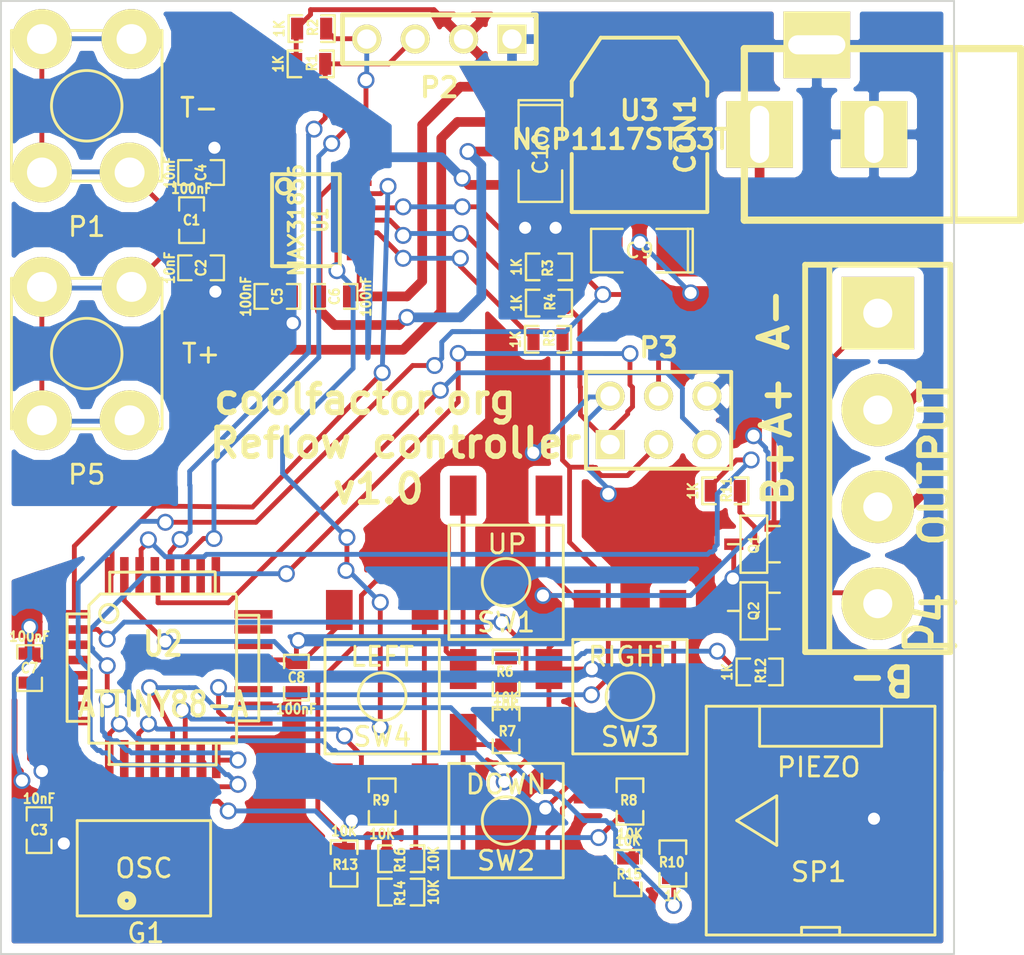
<source format=kicad_pcb>
(kicad_pcb (version 3) (host pcbnew "(25-Oct-2014 BZR 4029)-stable")

  (general
    (links 109)
    (no_connects 0)
    (area 149.91885 98.5964 203.945121 150.050001)
    (thickness 1.6)
    (drawings 11)
    (tracks 670)
    (zones 0)
    (modules 43)
    (nets 35)
  )

  (page A3)
  (layers
    (15 F.Cu signal)
    (0 B.Cu signal)
    (16 B.Adhes user)
    (17 F.Adhes user)
    (18 B.Paste user)
    (19 F.Paste user)
    (20 B.SilkS user)
    (21 F.SilkS user)
    (22 B.Mask user)
    (23 F.Mask user)
    (24 Dwgs.User user)
    (25 Cmts.User user)
    (26 Eco1.User user)
    (27 Eco2.User user)
    (28 Edge.Cuts user)
  )

  (setup
    (last_trace_width 0.254)
    (user_trace_width 0.508)
    (trace_clearance 0.254)
    (zone_clearance 0.508)
    (zone_45_only no)
    (trace_min 0.254)
    (segment_width 0.2)
    (edge_width 0.1)
    (via_size 0.889)
    (via_drill 0.635)
    (via_min_size 0.889)
    (via_min_drill 0.508)
    (uvia_size 0.508)
    (uvia_drill 0.127)
    (uvias_allowed no)
    (uvia_min_size 0.508)
    (uvia_min_drill 0.127)
    (pcb_text_width 0.3)
    (pcb_text_size 1.5 1.5)
    (mod_edge_width 0.15)
    (mod_text_size 1 1)
    (mod_text_width 0.15)
    (pad_size 1.4 2.1)
    (pad_drill 0)
    (pad_to_mask_clearance 0)
    (aux_axis_origin 0 0)
    (visible_elements FFFFFFBF)
    (pcbplotparams
      (layerselection 284983297)
      (usegerberextensions true)
      (excludeedgelayer true)
      (linewidth 0.150000)
      (plotframeref false)
      (viasonmask false)
      (mode 1)
      (useauxorigin false)
      (hpglpennumber 1)
      (hpglpenspeed 20)
      (hpglpendiameter 15)
      (hpglpenoverlay 2)
      (psnegative false)
      (psa4output false)
      (plotreference true)
      (plotvalue true)
      (plotothertext true)
      (plotinvisibletext false)
      (padsonsilk false)
      (subtractmaskfromsilk false)
      (outputformat 1)
      (mirror false)
      (drillshape 0)
      (scaleselection 1)
      (outputdirectory gerbers/))
  )

  (net 0 "")
  (net 1 +5V)
  (net 2 4MHz)
  (net 3 AGND)
  (net 4 MISO)
  (net 5 MOSI)
  (net 6 N-000001)
  (net 7 N-0000010)
  (net 8 N-0000013)
  (net 9 N-0000014)
  (net 10 N-0000015)
  (net 11 N-0000016)
  (net 12 N-0000017)
  (net 13 N-000002)
  (net 14 N-0000029)
  (net 15 N-000003)
  (net 16 N-0000030)
  (net 17 N-0000031)
  (net 18 N-0000032)
  (net 19 N-0000033)
  (net 20 N-000004)
  (net 21 N-0000041)
  (net 22 N-0000045)
  (net 23 N-000005)
  (net 24 N-000006)
  (net 25 N-000008)
  (net 26 N-000009)
  (net 27 SCK)
  (net 28 SCL)
  (net 29 SDA)
  (net 30 VAA)
  (net 31 ~CS)
  (net 32 ~DRDY)
  (net 33 ~FAULT)
  (net 34 ~RESET)

  (net_class Default "This is the default net class."
    (clearance 0.254)
    (trace_width 0.254)
    (via_dia 0.889)
    (via_drill 0.635)
    (uvia_dia 0.508)
    (uvia_drill 0.127)
    (add_net "")
    (add_net +5V)
    (add_net 4MHz)
    (add_net AGND)
    (add_net MISO)
    (add_net MOSI)
    (add_net N-000001)
    (add_net N-0000010)
    (add_net N-0000013)
    (add_net N-0000014)
    (add_net N-0000015)
    (add_net N-0000016)
    (add_net N-0000017)
    (add_net N-000002)
    (add_net N-0000029)
    (add_net N-000003)
    (add_net N-0000030)
    (add_net N-0000031)
    (add_net N-0000032)
    (add_net N-0000033)
    (add_net N-000004)
    (add_net N-0000041)
    (add_net N-0000045)
    (add_net N-000005)
    (add_net N-000006)
    (add_net N-000008)
    (add_net N-000009)
    (add_net SCK)
    (add_net SCL)
    (add_net SDA)
    (add_net VAA)
    (add_net ~CS)
    (add_net ~DRDY)
    (add_net ~FAULT)
    (add_net ~RESET)
  )

  (module TSSOP14   placed (layer F.Cu) (tedit 557B8817) (tstamp 557C224C)
    (at 166 111.5 270)
    (path /55786E04)
    (attr smd)
    (fp_text reference U1 (at 0 -0.762 270) (layer F.SilkS)
      (effects (font (size 0.762 0.635) (thickness 0.16002)))
    )
    (fp_text value MAX31856 (at 0 0.508 270) (layer F.SilkS)
      (effects (font (size 0.762 0.762) (thickness 0.16002)))
    )
    (fp_line (start -2.413 -1.778) (end 2.413 -1.778) (layer F.SilkS) (width 0.2032))
    (fp_line (start 2.413 -1.778) (end 2.413 1.778) (layer F.SilkS) (width 0.2032))
    (fp_line (start 2.413 1.778) (end -2.413 1.778) (layer F.SilkS) (width 0.2032))
    (fp_line (start -2.413 1.778) (end -2.413 -1.778) (layer F.SilkS) (width 0.2032))
    (fp_circle (center -1.778 1.143) (end -2.159 1.143) (layer F.SilkS) (width 0.2032))
    (pad 1 smd rect (at -1.9304 2.794 270) (size 0.29972 1.30048)
      (layers F.Cu F.Paste F.Mask)
      (net 3 AGND)
    )
    (pad 2 smd rect (at -1.2954 2.794 270) (size 0.29972 1.30048)
      (layers F.Cu F.Paste F.Mask)
      (net 21 N-0000041)
    )
    (pad 3 smd rect (at -0.635 2.794 270) (size 0.29972 1.30048)
      (layers F.Cu F.Paste F.Mask)
      (net 21 N-0000041)
    )
    (pad 4 smd rect (at 0 2.794 270) (size 0.29972 1.30048)
      (layers F.Cu F.Paste F.Mask)
      (net 22 N-0000045)
    )
    (pad 5 smd rect (at 0.6604 2.794 270) (size 0.29972 1.30048)
      (layers F.Cu F.Paste F.Mask)
      (net 30 VAA)
    )
    (pad 6 smd rect (at 1.3081 2.794 270) (size 0.29972 1.30048)
      (layers F.Cu F.Paste F.Mask)
    )
    (pad 7 smd rect (at 1.9558 2.794 270) (size 0.29972 1.30048)
      (layers F.Cu F.Paste F.Mask)
      (net 32 ~DRDY)
    )
    (pad 8 smd rect (at 1.9558 -2.794 270) (size 0.29972 1.30048)
      (layers F.Cu F.Paste F.Mask)
      (net 30 VAA)
    )
    (pad 9 smd rect (at 1.3081 -2.794 270) (size 0.29972 1.30048)
      (layers F.Cu F.Paste F.Mask)
      (net 31 ~CS)
    )
    (pad 10 smd rect (at 0.6604 -2.794 270) (size 0.29972 1.30048)
      (layers F.Cu F.Paste F.Mask)
      (net 19 N-0000033)
    )
    (pad 11 smd rect (at 0 -2.794 270) (size 0.29972 1.30048)
      (layers F.Cu F.Paste F.Mask)
      (net 17 N-0000031)
    )
    (pad 12 smd rect (at -0.6477 -2.794 270) (size 0.29972 1.30048)
      (layers F.Cu F.Paste F.Mask)
      (net 18 N-0000032)
    )
    (pad 13 smd rect (at -1.2954 -2.794 270) (size 0.29972 1.30048)
      (layers F.Cu F.Paste F.Mask)
      (net 33 ~FAULT)
    )
    (pad 14 smd rect (at -1.9431 -2.794 270) (size 0.29972 1.30048)
      (layers F.Cu F.Paste F.Mask)
      (net 3 AGND)
      (zone_connect 0)
    )
    (model smd\smd_dil\tssop-14.wrl
      (at (xyz 0 0 0))
      (scale (xyz 1 1 1))
      (rotate (xyz 0 0 0))
    )
  )

  (module TQFP32   placed (layer F.Cu) (tedit 43A670DA) (tstamp 557BFB47)
    (at 158.5 135)
    (path /5578620D)
    (fp_text reference U2 (at 0 -1.27) (layer F.SilkS)
      (effects (font (size 1.27 1.016) (thickness 0.2032)))
    )
    (fp_text value ATTINY88-A (at 0 1.905) (layer F.SilkS)
      (effects (font (size 1.27 1.016) (thickness 0.2032)))
    )
    (fp_line (start 5.0292 2.7686) (end 3.8862 2.7686) (layer F.SilkS) (width 0.1524))
    (fp_line (start 5.0292 -2.7686) (end 3.9116 -2.7686) (layer F.SilkS) (width 0.1524))
    (fp_line (start 5.0292 2.7686) (end 5.0292 -2.7686) (layer F.SilkS) (width 0.1524))
    (fp_line (start 2.794 3.9624) (end 2.794 5.0546) (layer F.SilkS) (width 0.1524))
    (fp_line (start -2.8194 3.9878) (end -2.8194 5.0546) (layer F.SilkS) (width 0.1524))
    (fp_line (start -2.8448 5.0546) (end 2.794 5.08) (layer F.SilkS) (width 0.1524))
    (fp_line (start -2.794 -5.0292) (end 2.7178 -5.0546) (layer F.SilkS) (width 0.1524))
    (fp_line (start -3.8862 -3.2766) (end -3.8862 3.9116) (layer F.SilkS) (width 0.1524))
    (fp_line (start 2.7432 -5.0292) (end 2.7432 -3.9878) (layer F.SilkS) (width 0.1524))
    (fp_line (start -3.2512 -3.8862) (end 3.81 -3.8862) (layer F.SilkS) (width 0.1524))
    (fp_line (start 3.8608 3.937) (end 3.8608 -3.7846) (layer F.SilkS) (width 0.1524))
    (fp_line (start -3.8862 3.937) (end 3.7338 3.937) (layer F.SilkS) (width 0.1524))
    (fp_line (start -5.0292 -2.8448) (end -5.0292 2.794) (layer F.SilkS) (width 0.1524))
    (fp_line (start -5.0292 2.794) (end -3.8862 2.794) (layer F.SilkS) (width 0.1524))
    (fp_line (start -3.87604 -3.302) (end -3.29184 -3.8862) (layer F.SilkS) (width 0.1524))
    (fp_line (start -5.02412 -2.8448) (end -3.87604 -2.8448) (layer F.SilkS) (width 0.1524))
    (fp_line (start -2.794 -3.8862) (end -2.794 -5.03428) (layer F.SilkS) (width 0.1524))
    (fp_circle (center -2.83972 -2.86004) (end -2.43332 -2.60604) (layer F.SilkS) (width 0.1524))
    (pad 8 smd rect (at -4.81584 2.77622) (size 1.99898 0.44958)
      (layers F.Cu F.Paste F.Mask)
    )
    (pad 7 smd rect (at -4.81584 1.97612) (size 1.99898 0.44958)
      (layers F.Cu F.Paste F.Mask)
      (net 2 4MHz)
    )
    (pad 6 smd rect (at -4.81584 1.17602) (size 1.99898 0.44958)
      (layers F.Cu F.Paste F.Mask)
    )
    (pad 5 smd rect (at -4.81584 0.37592) (size 1.99898 0.44958)
      (layers F.Cu F.Paste F.Mask)
      (net 3 AGND)
    )
    (pad 4 smd rect (at -4.81584 -0.42418) (size 1.99898 0.44958)
      (layers F.Cu F.Paste F.Mask)
      (net 30 VAA)
    )
    (pad 3 smd rect (at -4.81584 -1.22428) (size 1.99898 0.44958)
      (layers F.Cu F.Paste F.Mask)
    )
    (pad 2 smd rect (at -4.81584 -2.02438) (size 1.99898 0.44958)
      (layers F.Cu F.Paste F.Mask)
      (net 6 N-000001)
    )
    (pad 1 smd rect (at -4.81584 -2.82448) (size 1.99898 0.44958)
      (layers F.Cu F.Paste F.Mask)
      (net 32 ~DRDY)
    )
    (pad 24 smd rect (at 4.7498 -2.8194) (size 1.99898 0.44958)
      (layers F.Cu F.Paste F.Mask)
    )
    (pad 17 smd rect (at 4.7498 2.794) (size 1.99898 0.44958)
      (layers F.Cu F.Paste F.Mask)
      (net 27 SCK)
    )
    (pad 18 smd rect (at 4.7498 1.9812) (size 1.99898 0.44958)
      (layers F.Cu F.Paste F.Mask)
      (net 30 VAA)
    )
    (pad 19 smd rect (at 4.7498 1.1684) (size 1.99898 0.44958)
      (layers F.Cu F.Paste F.Mask)
    )
    (pad 20 smd rect (at 4.7498 0.381) (size 1.99898 0.44958)
      (layers F.Cu F.Paste F.Mask)
    )
    (pad 21 smd rect (at 4.7498 -0.4318) (size 1.99898 0.44958)
      (layers F.Cu F.Paste F.Mask)
      (net 3 AGND)
    )
    (pad 22 smd rect (at 4.7498 -1.2192) (size 1.99898 0.44958)
      (layers F.Cu F.Paste F.Mask)
    )
    (pad 23 smd rect (at 4.7498 -2.032) (size 1.99898 0.44958)
      (layers F.Cu F.Paste F.Mask)
    )
    (pad 32 smd rect (at -2.82448 -4.826) (size 0.44958 1.99898)
      (layers F.Cu F.Paste F.Mask)
      (net 33 ~FAULT)
    )
    (pad 31 smd rect (at -2.02692 -4.826) (size 0.44958 1.99898)
      (layers F.Cu F.Paste F.Mask)
      (net 10 N-0000015)
    )
    (pad 30 smd rect (at -1.22428 -4.826) (size 0.44958 1.99898)
      (layers F.Cu F.Paste F.Mask)
      (net 11 N-0000016)
    )
    (pad 29 smd rect (at -0.42672 -4.826) (size 0.44958 1.99898)
      (layers F.Cu F.Paste F.Mask)
      (net 34 ~RESET)
    )
    (pad 28 smd rect (at 0.37592 -4.826) (size 0.44958 1.99898)
      (layers F.Cu F.Paste F.Mask)
      (net 28 SCL)
    )
    (pad 27 smd rect (at 1.17348 -4.826) (size 0.44958 1.99898)
      (layers F.Cu F.Paste F.Mask)
      (net 29 SDA)
    )
    (pad 26 smd rect (at 1.97612 -4.826) (size 0.44958 1.99898)
      (layers F.Cu F.Paste F.Mask)
    )
    (pad 25 smd rect (at 2.77368 -4.826) (size 0.44958 1.99898)
      (layers F.Cu F.Paste F.Mask)
    )
    (pad 9 smd rect (at -2.8194 4.7752) (size 0.44958 1.99898)
      (layers F.Cu F.Paste F.Mask)
      (net 20 N-000004)
    )
    (pad 10 smd rect (at -2.032 4.7752) (size 0.44958 1.99898)
      (layers F.Cu F.Paste F.Mask)
      (net 15 N-000003)
    )
    (pad 11 smd rect (at -1.2192 4.7752) (size 0.44958 1.99898)
      (layers F.Cu F.Paste F.Mask)
      (net 13 N-000002)
    )
    (pad 12 smd rect (at -0.4318 4.7752) (size 0.44958 1.99898)
      (layers F.Cu F.Paste F.Mask)
    )
    (pad 13 smd rect (at 0.3556 4.7752) (size 0.44958 1.99898)
      (layers F.Cu F.Paste F.Mask)
      (net 14 N-0000029)
    )
    (pad 14 smd rect (at 1.1684 4.7752) (size 0.44958 1.99898)
      (layers F.Cu F.Paste F.Mask)
      (net 31 ~CS)
    )
    (pad 15 smd rect (at 1.9812 4.7752) (size 0.44958 1.99898)
      (layers F.Cu F.Paste F.Mask)
      (net 5 MOSI)
    )
    (pad 16 smd rect (at 2.794 4.7752) (size 0.44958 1.99898)
      (layers F.Cu F.Paste F.Mask)
      (net 4 MISO)
    )
    (model smd/tqfp32.wrl
      (at (xyz 0 0 0))
      (scale (xyz 1 1 1))
      (rotate (xyz 0 0 0))
    )
  )

  (module sot23   placed (layer F.Cu) (tedit 50BDE8CE) (tstamp 557BFAD8)
    (at 189.5 128.5 90)
    (descr SOT23)
    (path /557ADB78)
    (attr smd)
    (fp_text reference Q1 (at 0 0 90) (layer F.SilkS)
      (effects (font (size 0.50038 0.50038) (thickness 0.09906)))
    )
    (fp_text value BC817-40 (at 0 0.09906 90) (layer F.SilkS) hide
      (effects (font (size 0.50038 0.50038) (thickness 0.09906)))
    )
    (fp_line (start 0.9525 0.6985) (end 0.9525 1.3589) (layer F.SilkS) (width 0.127))
    (fp_line (start -0.9525 0.6985) (end -0.9525 1.3589) (layer F.SilkS) (width 0.127))
    (fp_line (start 0 -0.6985) (end 0 -1.3589) (layer F.SilkS) (width 0.127))
    (fp_line (start -1.4986 -0.6985) (end 1.4986 -0.6985) (layer F.SilkS) (width 0.127))
    (fp_line (start 1.4986 -0.6985) (end 1.4986 0.6985) (layer F.SilkS) (width 0.127))
    (fp_line (start 1.4986 0.6985) (end -1.4986 0.6985) (layer F.SilkS) (width 0.127))
    (fp_line (start -1.4986 0.6985) (end -1.4986 -0.6985) (layer F.SilkS) (width 0.127))
    (pad 1 smd rect (at -0.9525 1.05664 90) (size 0.59944 1.00076)
      (layers F.Cu F.Paste F.Mask)
      (net 7 N-0000010)
    )
    (pad 2 smd rect (at 0 -1.05664 90) (size 0.59944 1.00076)
      (layers F.Cu F.Paste F.Mask)
      (net 3 AGND)
    )
    (pad 3 smd rect (at 0.9525 1.05664 90) (size 0.59944 1.00076)
      (layers F.Cu F.Paste F.Mask)
      (net 9 N-0000014)
    )
    (model smd/smd_transistors/sot23.wrl
      (at (xyz 0 0 0))
      (scale (xyz 1 1 1))
      (rotate (xyz 0 0 0))
    )
  )

  (module sot23   placed (layer F.Cu) (tedit 50BDE8CE) (tstamp 557BFAC9)
    (at 189.5 132 90)
    (descr SOT23)
    (path /557ADB67)
    (attr smd)
    (fp_text reference Q2 (at 0 0 90) (layer F.SilkS)
      (effects (font (size 0.50038 0.50038) (thickness 0.09906)))
    )
    (fp_text value BC817-40 (at 0 0.09906 90) (layer F.SilkS) hide
      (effects (font (size 0.50038 0.50038) (thickness 0.09906)))
    )
    (fp_line (start 0.9525 0.6985) (end 0.9525 1.3589) (layer F.SilkS) (width 0.127))
    (fp_line (start -0.9525 0.6985) (end -0.9525 1.3589) (layer F.SilkS) (width 0.127))
    (fp_line (start 0 -0.6985) (end 0 -1.3589) (layer F.SilkS) (width 0.127))
    (fp_line (start -1.4986 -0.6985) (end 1.4986 -0.6985) (layer F.SilkS) (width 0.127))
    (fp_line (start 1.4986 -0.6985) (end 1.4986 0.6985) (layer F.SilkS) (width 0.127))
    (fp_line (start 1.4986 0.6985) (end -1.4986 0.6985) (layer F.SilkS) (width 0.127))
    (fp_line (start -1.4986 0.6985) (end -1.4986 -0.6985) (layer F.SilkS) (width 0.127))
    (pad 1 smd rect (at -0.9525 1.05664 90) (size 0.59944 1.00076)
      (layers F.Cu F.Paste F.Mask)
      (net 12 N-0000017)
    )
    (pad 2 smd rect (at 0 -1.05664 90) (size 0.59944 1.00076)
      (layers F.Cu F.Paste F.Mask)
      (net 3 AGND)
    )
    (pad 3 smd rect (at 0.9525 1.05664 90) (size 0.59944 1.00076)
      (layers F.Cu F.Paste F.Mask)
      (net 8 N-0000013)
    )
    (model smd/smd_transistors/sot23.wrl
      (at (xyz 0 0 0))
      (scale (xyz 1 1 1))
      (rotate (xyz 0 0 0))
    )
  )

  (module SM1206POL   placed (layer F.Cu) (tedit 42806E4C) (tstamp 557BFAA9)
    (at 183.5 113.1 180)
    (path /557AF74A)
    (attr smd)
    (fp_text reference C9 (at 0 0 180) (layer F.SilkS)
      (effects (font (size 0.762 0.762) (thickness 0.127)))
    )
    (fp_text value 10uF (at 0 0 180) (layer F.SilkS) hide
      (effects (font (size 0.762 0.762) (thickness 0.127)))
    )
    (fp_line (start -2.54 -1.143) (end -2.794 -1.143) (layer F.SilkS) (width 0.127))
    (fp_line (start -2.794 -1.143) (end -2.794 1.143) (layer F.SilkS) (width 0.127))
    (fp_line (start -2.794 1.143) (end -2.54 1.143) (layer F.SilkS) (width 0.127))
    (fp_line (start -2.54 -1.143) (end -2.54 1.143) (layer F.SilkS) (width 0.127))
    (fp_line (start -2.54 1.143) (end -0.889 1.143) (layer F.SilkS) (width 0.127))
    (fp_line (start 0.889 -1.143) (end 2.54 -1.143) (layer F.SilkS) (width 0.127))
    (fp_line (start 2.54 -1.143) (end 2.54 1.143) (layer F.SilkS) (width 0.127))
    (fp_line (start 2.54 1.143) (end 0.889 1.143) (layer F.SilkS) (width 0.127))
    (fp_line (start -0.889 -1.143) (end -2.54 -1.143) (layer F.SilkS) (width 0.127))
    (pad 1 smd rect (at -1.651 0 180) (size 1.524 2.032)
      (layers F.Cu F.Paste F.Mask)
      (net 1 +5V)
    )
    (pad 2 smd rect (at 1.651 0 180) (size 1.524 2.032)
      (layers F.Cu F.Paste F.Mask)
      (net 3 AGND)
    )
    (model smd/chip_cms_pol.wrl
      (at (xyz 0 0 0))
      (scale (xyz 0.17 0.16 0.16))
      (rotate (xyz 0 0 0))
    )
  )

  (module SM1206POL   placed (layer F.Cu) (tedit 42806E4C) (tstamp 557BFA99)
    (at 178.3 108 270)
    (path /557AF759)
    (attr smd)
    (fp_text reference C10 (at 0 0 270) (layer F.SilkS)
      (effects (font (size 0.762 0.762) (thickness 0.127)))
    )
    (fp_text value 22uF (at 0 0 270) (layer F.SilkS) hide
      (effects (font (size 0.762 0.762) (thickness 0.127)))
    )
    (fp_line (start -2.54 -1.143) (end -2.794 -1.143) (layer F.SilkS) (width 0.127))
    (fp_line (start -2.794 -1.143) (end -2.794 1.143) (layer F.SilkS) (width 0.127))
    (fp_line (start -2.794 1.143) (end -2.54 1.143) (layer F.SilkS) (width 0.127))
    (fp_line (start -2.54 -1.143) (end -2.54 1.143) (layer F.SilkS) (width 0.127))
    (fp_line (start -2.54 1.143) (end -0.889 1.143) (layer F.SilkS) (width 0.127))
    (fp_line (start 0.889 -1.143) (end 2.54 -1.143) (layer F.SilkS) (width 0.127))
    (fp_line (start 2.54 -1.143) (end 2.54 1.143) (layer F.SilkS) (width 0.127))
    (fp_line (start 2.54 1.143) (end 0.889 1.143) (layer F.SilkS) (width 0.127))
    (fp_line (start -0.889 -1.143) (end -2.54 -1.143) (layer F.SilkS) (width 0.127))
    (pad 1 smd rect (at -1.651 0 270) (size 1.524 2.032)
      (layers F.Cu F.Paste F.Mask)
      (net 30 VAA)
    )
    (pad 2 smd rect (at 1.651 0 270) (size 1.524 2.032)
      (layers F.Cu F.Paste F.Mask)
      (net 3 AGND)
    )
    (model smd/chip_cms_pol.wrl
      (at (xyz 0 0 0))
      (scale (xyz 0.17 0.16 0.16))
      (rotate (xyz 0 0 0))
    )
  )

  (module SM0603_Resistor   placed (layer F.Cu) (tedit 5051B21B) (tstamp 557BFA89)
    (at 188 125.7)
    (path /557ADF6C)
    (attr smd)
    (fp_text reference R11 (at 0.0635 -0.0635 90) (layer F.SilkS)
      (effects (font (size 0.50038 0.4572) (thickness 0.1143)))
    )
    (fp_text value 1K (at -1.69926 0 90) (layer F.SilkS)
      (effects (font (size 0.508 0.4572) (thickness 0.1143)))
    )
    (fp_line (start -0.50038 -0.6985) (end -1.2065 -0.6985) (layer F.SilkS) (width 0.127))
    (fp_line (start -1.2065 -0.6985) (end -1.2065 0.6985) (layer F.SilkS) (width 0.127))
    (fp_line (start -1.2065 0.6985) (end -0.50038 0.6985) (layer F.SilkS) (width 0.127))
    (fp_line (start 1.2065 -0.6985) (end 0.50038 -0.6985) (layer F.SilkS) (width 0.127))
    (fp_line (start 1.2065 -0.6985) (end 1.2065 0.6985) (layer F.SilkS) (width 0.127))
    (fp_line (start 1.2065 0.6985) (end 0.50038 0.6985) (layer F.SilkS) (width 0.127))
    (pad 1 smd rect (at -0.762 0) (size 0.635 1.143)
      (layers F.Cu F.Paste F.Mask)
      (net 11 N-0000016)
    )
    (pad 2 smd rect (at 0.762 0) (size 0.635 1.143)
      (layers F.Cu F.Paste F.Mask)
      (net 7 N-0000010)
    )
    (model smd\resistors\R0603.wrl
      (at (xyz 0 0 0.001))
      (scale (xyz 0.5 0.5 0.5))
      (rotate (xyz 0 0 0))
    )
  )

  (module SM0603_Resistor   placed (layer F.Cu) (tedit 5051B21B) (tstamp 557C24C3)
    (at 189.8 135.2)
    (path /557ADF8A)
    (attr smd)
    (fp_text reference R12 (at 0.0635 -0.0635 90) (layer F.SilkS)
      (effects (font (size 0.50038 0.4572) (thickness 0.1143)))
    )
    (fp_text value 1K (at -1.69926 0 90) (layer F.SilkS)
      (effects (font (size 0.508 0.4572) (thickness 0.1143)))
    )
    (fp_line (start -0.50038 -0.6985) (end -1.2065 -0.6985) (layer F.SilkS) (width 0.127))
    (fp_line (start -1.2065 -0.6985) (end -1.2065 0.6985) (layer F.SilkS) (width 0.127))
    (fp_line (start -1.2065 0.6985) (end -0.50038 0.6985) (layer F.SilkS) (width 0.127))
    (fp_line (start 1.2065 -0.6985) (end 0.50038 -0.6985) (layer F.SilkS) (width 0.127))
    (fp_line (start 1.2065 -0.6985) (end 1.2065 0.6985) (layer F.SilkS) (width 0.127))
    (fp_line (start 1.2065 0.6985) (end 0.50038 0.6985) (layer F.SilkS) (width 0.127))
    (pad 1 smd rect (at -0.762 0) (size 0.635 1.143)
      (layers F.Cu F.Paste F.Mask)
      (net 10 N-0000015)
    )
    (pad 2 smd rect (at 0.762 0) (size 0.635 1.143)
      (layers F.Cu F.Paste F.Mask)
      (net 12 N-0000017)
    )
    (model smd\resistors\R0603.wrl
      (at (xyz 0 0 0.001))
      (scale (xyz 0.5 0.5 0.5))
      (rotate (xyz 0 0 0))
    )
  )

  (module SM0603_Resistor   placed (layer F.Cu) (tedit 5051B21B) (tstamp 557BFA6F)
    (at 176.5 135.25 90)
    (path /557AE24A)
    (attr smd)
    (fp_text reference R6 (at 0.0635 -0.0635 180) (layer F.SilkS)
      (effects (font (size 0.50038 0.4572) (thickness 0.1143)))
    )
    (fp_text value 10K (at -1.69926 0 180) (layer F.SilkS)
      (effects (font (size 0.508 0.4572) (thickness 0.1143)))
    )
    (fp_line (start -0.50038 -0.6985) (end -1.2065 -0.6985) (layer F.SilkS) (width 0.127))
    (fp_line (start -1.2065 -0.6985) (end -1.2065 0.6985) (layer F.SilkS) (width 0.127))
    (fp_line (start -1.2065 0.6985) (end -0.50038 0.6985) (layer F.SilkS) (width 0.127))
    (fp_line (start 1.2065 -0.6985) (end 0.50038 -0.6985) (layer F.SilkS) (width 0.127))
    (fp_line (start 1.2065 -0.6985) (end 1.2065 0.6985) (layer F.SilkS) (width 0.127))
    (fp_line (start 1.2065 0.6985) (end 0.50038 0.6985) (layer F.SilkS) (width 0.127))
    (pad 1 smd rect (at -0.762 0 90) (size 0.635 1.143)
      (layers F.Cu F.Paste F.Mask)
      (net 6 N-000001)
    )
    (pad 2 smd rect (at 0.762 0 90) (size 0.635 1.143)
      (layers F.Cu F.Paste F.Mask)
      (net 25 N-000008)
    )
    (model smd\resistors\R0603.wrl
      (at (xyz 0 0 0.001))
      (scale (xyz 0.5 0.5 0.5))
      (rotate (xyz 0 0 0))
    )
  )

  (module SM0603_Resistor   placed (layer F.Cu) (tedit 5051B21B) (tstamp 557BFA62)
    (at 176.5 138.25 270)
    (path /557AE263)
    (attr smd)
    (fp_text reference R7 (at 0.0635 -0.0635 360) (layer F.SilkS)
      (effects (font (size 0.50038 0.4572) (thickness 0.1143)))
    )
    (fp_text value 10K (at -1.69926 0 360) (layer F.SilkS)
      (effects (font (size 0.508 0.4572) (thickness 0.1143)))
    )
    (fp_line (start -0.50038 -0.6985) (end -1.2065 -0.6985) (layer F.SilkS) (width 0.127))
    (fp_line (start -1.2065 -0.6985) (end -1.2065 0.6985) (layer F.SilkS) (width 0.127))
    (fp_line (start -1.2065 0.6985) (end -0.50038 0.6985) (layer F.SilkS) (width 0.127))
    (fp_line (start 1.2065 -0.6985) (end 0.50038 -0.6985) (layer F.SilkS) (width 0.127))
    (fp_line (start 1.2065 -0.6985) (end 1.2065 0.6985) (layer F.SilkS) (width 0.127))
    (fp_line (start 1.2065 0.6985) (end 0.50038 0.6985) (layer F.SilkS) (width 0.127))
    (pad 1 smd rect (at -0.762 0 270) (size 0.635 1.143)
      (layers F.Cu F.Paste F.Mask)
      (net 20 N-000004)
    )
    (pad 2 smd rect (at 0.762 0 270) (size 0.635 1.143)
      (layers F.Cu F.Paste F.Mask)
      (net 26 N-000009)
    )
    (model smd\resistors\R0603.wrl
      (at (xyz 0 0 0.001))
      (scale (xyz 0.5 0.5 0.5))
      (rotate (xyz 0 0 0))
    )
  )

  (module SM0603_Resistor   placed (layer F.Cu) (tedit 5051B21B) (tstamp 557BFA55)
    (at 183 142 90)
    (path /557AE272)
    (attr smd)
    (fp_text reference R8 (at 0.0635 -0.0635 180) (layer F.SilkS)
      (effects (font (size 0.50038 0.4572) (thickness 0.1143)))
    )
    (fp_text value 10K (at -1.69926 0 180) (layer F.SilkS)
      (effects (font (size 0.508 0.4572) (thickness 0.1143)))
    )
    (fp_line (start -0.50038 -0.6985) (end -1.2065 -0.6985) (layer F.SilkS) (width 0.127))
    (fp_line (start -1.2065 -0.6985) (end -1.2065 0.6985) (layer F.SilkS) (width 0.127))
    (fp_line (start -1.2065 0.6985) (end -0.50038 0.6985) (layer F.SilkS) (width 0.127))
    (fp_line (start 1.2065 -0.6985) (end 0.50038 -0.6985) (layer F.SilkS) (width 0.127))
    (fp_line (start 1.2065 -0.6985) (end 1.2065 0.6985) (layer F.SilkS) (width 0.127))
    (fp_line (start 1.2065 0.6985) (end 0.50038 0.6985) (layer F.SilkS) (width 0.127))
    (pad 1 smd rect (at -0.762 0 90) (size 0.635 1.143)
      (layers F.Cu F.Paste F.Mask)
      (net 15 N-000003)
    )
    (pad 2 smd rect (at 0.762 0 90) (size 0.635 1.143)
      (layers F.Cu F.Paste F.Mask)
      (net 23 N-000005)
    )
    (model smd\resistors\R0603.wrl
      (at (xyz 0 0 0.001))
      (scale (xyz 0.5 0.5 0.5))
      (rotate (xyz 0 0 0))
    )
  )

  (module SM0603_Resistor   placed (layer F.Cu) (tedit 5051B21B) (tstamp 557BFA48)
    (at 170 142 90)
    (path /557AE281)
    (attr smd)
    (fp_text reference R9 (at 0.0635 -0.0635 180) (layer F.SilkS)
      (effects (font (size 0.50038 0.4572) (thickness 0.1143)))
    )
    (fp_text value 10K (at -1.69926 0 180) (layer F.SilkS)
      (effects (font (size 0.508 0.4572) (thickness 0.1143)))
    )
    (fp_line (start -0.50038 -0.6985) (end -1.2065 -0.6985) (layer F.SilkS) (width 0.127))
    (fp_line (start -1.2065 -0.6985) (end -1.2065 0.6985) (layer F.SilkS) (width 0.127))
    (fp_line (start -1.2065 0.6985) (end -0.50038 0.6985) (layer F.SilkS) (width 0.127))
    (fp_line (start 1.2065 -0.6985) (end 0.50038 -0.6985) (layer F.SilkS) (width 0.127))
    (fp_line (start 1.2065 -0.6985) (end 1.2065 0.6985) (layer F.SilkS) (width 0.127))
    (fp_line (start 1.2065 0.6985) (end 0.50038 0.6985) (layer F.SilkS) (width 0.127))
    (pad 1 smd rect (at -0.762 0 90) (size 0.635 1.143)
      (layers F.Cu F.Paste F.Mask)
      (net 13 N-000002)
    )
    (pad 2 smd rect (at 0.762 0 90) (size 0.635 1.143)
      (layers F.Cu F.Paste F.Mask)
      (net 24 N-000006)
    )
    (model smd\resistors\R0603.wrl
      (at (xyz 0 0 0.001))
      (scale (xyz 0.5 0.5 0.5))
      (rotate (xyz 0 0 0))
    )
  )

  (module SM0603_Resistor   placed (layer F.Cu) (tedit 5051B21B) (tstamp 557BFA3B)
    (at 168 145.25 270)
    (path /557AE2F4)
    (attr smd)
    (fp_text reference R13 (at 0.0635 -0.0635 360) (layer F.SilkS)
      (effects (font (size 0.50038 0.4572) (thickness 0.1143)))
    )
    (fp_text value 10K (at -1.69926 0 360) (layer F.SilkS)
      (effects (font (size 0.508 0.4572) (thickness 0.1143)))
    )
    (fp_line (start -0.50038 -0.6985) (end -1.2065 -0.6985) (layer F.SilkS) (width 0.127))
    (fp_line (start -1.2065 -0.6985) (end -1.2065 0.6985) (layer F.SilkS) (width 0.127))
    (fp_line (start -1.2065 0.6985) (end -0.50038 0.6985) (layer F.SilkS) (width 0.127))
    (fp_line (start 1.2065 -0.6985) (end 0.50038 -0.6985) (layer F.SilkS) (width 0.127))
    (fp_line (start 1.2065 -0.6985) (end 1.2065 0.6985) (layer F.SilkS) (width 0.127))
    (fp_line (start 1.2065 0.6985) (end 0.50038 0.6985) (layer F.SilkS) (width 0.127))
    (pad 1 smd rect (at -0.762 0 270) (size 0.635 1.143)
      (layers F.Cu F.Paste F.Mask)
      (net 25 N-000008)
    )
    (pad 2 smd rect (at 0.762 0 270) (size 0.635 1.143)
      (layers F.Cu F.Paste F.Mask)
      (net 30 VAA)
    )
    (model smd\resistors\R0603.wrl
      (at (xyz 0 0 0.001))
      (scale (xyz 0.5 0.5 0.5))
      (rotate (xyz 0 0 0))
    )
  )

  (module SM0603_Resistor   placed (layer F.Cu) (tedit 5051B21B) (tstamp 557BFA2E)
    (at 171 146.75 180)
    (path /557AE30D)
    (attr smd)
    (fp_text reference R14 (at 0.0635 -0.0635 270) (layer F.SilkS)
      (effects (font (size 0.50038 0.4572) (thickness 0.1143)))
    )
    (fp_text value 10K (at -1.69926 0 270) (layer F.SilkS)
      (effects (font (size 0.508 0.4572) (thickness 0.1143)))
    )
    (fp_line (start -0.50038 -0.6985) (end -1.2065 -0.6985) (layer F.SilkS) (width 0.127))
    (fp_line (start -1.2065 -0.6985) (end -1.2065 0.6985) (layer F.SilkS) (width 0.127))
    (fp_line (start -1.2065 0.6985) (end -0.50038 0.6985) (layer F.SilkS) (width 0.127))
    (fp_line (start 1.2065 -0.6985) (end 0.50038 -0.6985) (layer F.SilkS) (width 0.127))
    (fp_line (start 1.2065 -0.6985) (end 1.2065 0.6985) (layer F.SilkS) (width 0.127))
    (fp_line (start 1.2065 0.6985) (end 0.50038 0.6985) (layer F.SilkS) (width 0.127))
    (pad 1 smd rect (at -0.762 0 180) (size 0.635 1.143)
      (layers F.Cu F.Paste F.Mask)
      (net 26 N-000009)
    )
    (pad 2 smd rect (at 0.762 0 180) (size 0.635 1.143)
      (layers F.Cu F.Paste F.Mask)
      (net 30 VAA)
    )
    (model smd\resistors\R0603.wrl
      (at (xyz 0 0 0.001))
      (scale (xyz 0.5 0.5 0.5))
      (rotate (xyz 0 0 0))
    )
  )

  (module SM0603_Resistor   placed (layer F.Cu) (tedit 5051B21B) (tstamp 557BFA21)
    (at 182.9 145.75 270)
    (path /557AE330)
    (attr smd)
    (fp_text reference R15 (at 0.0635 -0.0635 360) (layer F.SilkS)
      (effects (font (size 0.50038 0.4572) (thickness 0.1143)))
    )
    (fp_text value 10K (at -1.69926 0 360) (layer F.SilkS)
      (effects (font (size 0.508 0.4572) (thickness 0.1143)))
    )
    (fp_line (start -0.50038 -0.6985) (end -1.2065 -0.6985) (layer F.SilkS) (width 0.127))
    (fp_line (start -1.2065 -0.6985) (end -1.2065 0.6985) (layer F.SilkS) (width 0.127))
    (fp_line (start -1.2065 0.6985) (end -0.50038 0.6985) (layer F.SilkS) (width 0.127))
    (fp_line (start 1.2065 -0.6985) (end 0.50038 -0.6985) (layer F.SilkS) (width 0.127))
    (fp_line (start 1.2065 -0.6985) (end 1.2065 0.6985) (layer F.SilkS) (width 0.127))
    (fp_line (start 1.2065 0.6985) (end 0.50038 0.6985) (layer F.SilkS) (width 0.127))
    (pad 1 smd rect (at -0.762 0 270) (size 0.635 1.143)
      (layers F.Cu F.Paste F.Mask)
      (net 23 N-000005)
    )
    (pad 2 smd rect (at 0.762 0 270) (size 0.635 1.143)
      (layers F.Cu F.Paste F.Mask)
      (net 30 VAA)
    )
    (model smd\resistors\R0603.wrl
      (at (xyz 0 0 0.001))
      (scale (xyz 0.5 0.5 0.5))
      (rotate (xyz 0 0 0))
    )
  )

  (module SM0603_Resistor   placed (layer F.Cu) (tedit 5051B21B) (tstamp 557BFA14)
    (at 171 145 180)
    (path /557AE353)
    (attr smd)
    (fp_text reference R16 (at 0.0635 -0.0635 270) (layer F.SilkS)
      (effects (font (size 0.50038 0.4572) (thickness 0.1143)))
    )
    (fp_text value 10K (at -1.69926 0 270) (layer F.SilkS)
      (effects (font (size 0.508 0.4572) (thickness 0.1143)))
    )
    (fp_line (start -0.50038 -0.6985) (end -1.2065 -0.6985) (layer F.SilkS) (width 0.127))
    (fp_line (start -1.2065 -0.6985) (end -1.2065 0.6985) (layer F.SilkS) (width 0.127))
    (fp_line (start -1.2065 0.6985) (end -0.50038 0.6985) (layer F.SilkS) (width 0.127))
    (fp_line (start 1.2065 -0.6985) (end 0.50038 -0.6985) (layer F.SilkS) (width 0.127))
    (fp_line (start 1.2065 -0.6985) (end 1.2065 0.6985) (layer F.SilkS) (width 0.127))
    (fp_line (start 1.2065 0.6985) (end 0.50038 0.6985) (layer F.SilkS) (width 0.127))
    (pad 1 smd rect (at -0.762 0 180) (size 0.635 1.143)
      (layers F.Cu F.Paste F.Mask)
      (net 24 N-000006)
    )
    (pad 2 smd rect (at 0.762 0 180) (size 0.635 1.143)
      (layers F.Cu F.Paste F.Mask)
      (net 30 VAA)
    )
    (model smd\resistors\R0603.wrl
      (at (xyz 0 0 0.001))
      (scale (xyz 0.5 0.5 0.5))
      (rotate (xyz 0 0 0))
    )
  )

  (module SM0603_Resistor   placed (layer F.Cu) (tedit 5051B21B) (tstamp 557BFA07)
    (at 185.25 145.25 90)
    (path /557AE8B7)
    (attr smd)
    (fp_text reference R10 (at 0.0635 -0.0635 180) (layer F.SilkS)
      (effects (font (size 0.50038 0.4572) (thickness 0.1143)))
    )
    (fp_text value 1K (at -1.69926 0 180) (layer F.SilkS)
      (effects (font (size 0.508 0.4572) (thickness 0.1143)))
    )
    (fp_line (start -0.50038 -0.6985) (end -1.2065 -0.6985) (layer F.SilkS) (width 0.127))
    (fp_line (start -1.2065 -0.6985) (end -1.2065 0.6985) (layer F.SilkS) (width 0.127))
    (fp_line (start -1.2065 0.6985) (end -0.50038 0.6985) (layer F.SilkS) (width 0.127))
    (fp_line (start 1.2065 -0.6985) (end 0.50038 -0.6985) (layer F.SilkS) (width 0.127))
    (fp_line (start 1.2065 -0.6985) (end 1.2065 0.6985) (layer F.SilkS) (width 0.127))
    (fp_line (start 1.2065 0.6985) (end 0.50038 0.6985) (layer F.SilkS) (width 0.127))
    (pad 1 smd rect (at -0.762 0 90) (size 0.635 1.143)
      (layers F.Cu F.Paste F.Mask)
      (net 14 N-0000029)
    )
    (pad 2 smd rect (at 0.762 0 90) (size 0.635 1.143)
      (layers F.Cu F.Paste F.Mask)
      (net 16 N-0000030)
    )
    (model smd\resistors\R0603.wrl
      (at (xyz 0 0 0.001))
      (scale (xyz 0.5 0.5 0.5))
      (rotate (xyz 0 0 0))
    )
  )

  (module SM0603_Resistor   placed (layer F.Cu) (tedit 557B7D53) (tstamp 557BF9FA)
    (at 178.75 113.95 180)
    (path /557882C9)
    (attr smd)
    (fp_text reference R3 (at 0.0635 -0.0635 270) (layer F.SilkS)
      (effects (font (size 0.50038 0.4572) (thickness 0.1143)))
    )
    (fp_text value 1K (at 1.7 0 270) (layer F.SilkS)
      (effects (font (size 0.508 0.4572) (thickness 0.1143)))
    )
    (fp_line (start -0.50038 -0.6985) (end -1.2065 -0.6985) (layer F.SilkS) (width 0.127))
    (fp_line (start -1.2065 -0.6985) (end -1.2065 0.6985) (layer F.SilkS) (width 0.127))
    (fp_line (start -1.2065 0.6985) (end -0.50038 0.6985) (layer F.SilkS) (width 0.127))
    (fp_line (start 1.2065 -0.6985) (end 0.50038 -0.6985) (layer F.SilkS) (width 0.127))
    (fp_line (start 1.2065 -0.6985) (end 1.2065 0.6985) (layer F.SilkS) (width 0.127))
    (fp_line (start 1.2065 0.6985) (end 0.50038 0.6985) (layer F.SilkS) (width 0.127))
    (pad 1 smd rect (at -0.762 0 180) (size 0.635 1.143)
      (layers F.Cu F.Paste F.Mask)
      (net 5 MOSI)
    )
    (pad 2 smd rect (at 0.762 0 180) (size 0.635 1.143)
      (layers F.Cu F.Paste F.Mask)
      (net 18 N-0000032)
    )
    (model smd\resistors\R0603.wrl
      (at (xyz 0 0 0.001))
      (scale (xyz 0.5 0.5 0.5))
      (rotate (xyz 0 0 0))
    )
  )

  (module SM0603_Resistor   placed (layer F.Cu) (tedit 5051B21B) (tstamp 557BF9ED)
    (at 178.75 115.85)
    (path /557882F7)
    (attr smd)
    (fp_text reference R4 (at 0.0635 -0.0635 90) (layer F.SilkS)
      (effects (font (size 0.50038 0.4572) (thickness 0.1143)))
    )
    (fp_text value 1K (at -1.69926 0 90) (layer F.SilkS)
      (effects (font (size 0.508 0.4572) (thickness 0.1143)))
    )
    (fp_line (start -0.50038 -0.6985) (end -1.2065 -0.6985) (layer F.SilkS) (width 0.127))
    (fp_line (start -1.2065 -0.6985) (end -1.2065 0.6985) (layer F.SilkS) (width 0.127))
    (fp_line (start -1.2065 0.6985) (end -0.50038 0.6985) (layer F.SilkS) (width 0.127))
    (fp_line (start 1.2065 -0.6985) (end 0.50038 -0.6985) (layer F.SilkS) (width 0.127))
    (fp_line (start 1.2065 -0.6985) (end 1.2065 0.6985) (layer F.SilkS) (width 0.127))
    (fp_line (start 1.2065 0.6985) (end 0.50038 0.6985) (layer F.SilkS) (width 0.127))
    (pad 1 smd rect (at -0.762 0) (size 0.635 1.143)
      (layers F.Cu F.Paste F.Mask)
      (net 17 N-0000031)
    )
    (pad 2 smd rect (at 0.762 0) (size 0.635 1.143)
      (layers F.Cu F.Paste F.Mask)
      (net 4 MISO)
    )
    (model smd\resistors\R0603.wrl
      (at (xyz 0 0 0.001))
      (scale (xyz 0.5 0.5 0.5))
      (rotate (xyz 0 0 0))
    )
  )

  (module SM0603_Resistor   placed (layer F.Cu) (tedit 5051B21B) (tstamp 557BF9E0)
    (at 166.3 101.45)
    (path /557ACCDF)
    (attr smd)
    (fp_text reference R2 (at 0.0635 -0.0635 90) (layer F.SilkS)
      (effects (font (size 0.50038 0.4572) (thickness 0.1143)))
    )
    (fp_text value 1K (at -1.69926 0 90) (layer F.SilkS)
      (effects (font (size 0.508 0.4572) (thickness 0.1143)))
    )
    (fp_line (start -0.50038 -0.6985) (end -1.2065 -0.6985) (layer F.SilkS) (width 0.127))
    (fp_line (start -1.2065 -0.6985) (end -1.2065 0.6985) (layer F.SilkS) (width 0.127))
    (fp_line (start -1.2065 0.6985) (end -0.50038 0.6985) (layer F.SilkS) (width 0.127))
    (fp_line (start 1.2065 -0.6985) (end 0.50038 -0.6985) (layer F.SilkS) (width 0.127))
    (fp_line (start 1.2065 -0.6985) (end 1.2065 0.6985) (layer F.SilkS) (width 0.127))
    (fp_line (start 1.2065 0.6985) (end 0.50038 0.6985) (layer F.SilkS) (width 0.127))
    (pad 1 smd rect (at -0.762 0) (size 0.635 1.143)
      (layers F.Cu F.Paste F.Mask)
      (net 30 VAA)
    )
    (pad 2 smd rect (at 0.762 0) (size 0.635 1.143)
      (layers F.Cu F.Paste F.Mask)
      (net 29 SDA)
    )
    (model smd\resistors\R0603.wrl
      (at (xyz 0 0 0.001))
      (scale (xyz 0.5 0.5 0.5))
      (rotate (xyz 0 0 0))
    )
  )

  (module SM0603_Resistor   placed (layer F.Cu) (tedit 5051B21B) (tstamp 557BF9D3)
    (at 166.25 103.3)
    (path /557ACCD0)
    (attr smd)
    (fp_text reference R1 (at 0.0635 -0.0635 90) (layer F.SilkS)
      (effects (font (size 0.50038 0.4572) (thickness 0.1143)))
    )
    (fp_text value 1K (at -1.69926 0 90) (layer F.SilkS)
      (effects (font (size 0.508 0.4572) (thickness 0.1143)))
    )
    (fp_line (start -0.50038 -0.6985) (end -1.2065 -0.6985) (layer F.SilkS) (width 0.127))
    (fp_line (start -1.2065 -0.6985) (end -1.2065 0.6985) (layer F.SilkS) (width 0.127))
    (fp_line (start -1.2065 0.6985) (end -0.50038 0.6985) (layer F.SilkS) (width 0.127))
    (fp_line (start 1.2065 -0.6985) (end 0.50038 -0.6985) (layer F.SilkS) (width 0.127))
    (fp_line (start 1.2065 -0.6985) (end 1.2065 0.6985) (layer F.SilkS) (width 0.127))
    (fp_line (start 1.2065 0.6985) (end 0.50038 0.6985) (layer F.SilkS) (width 0.127))
    (pad 1 smd rect (at -0.762 0) (size 0.635 1.143)
      (layers F.Cu F.Paste F.Mask)
      (net 30 VAA)
    )
    (pad 2 smd rect (at 0.762 0) (size 0.635 1.143)
      (layers F.Cu F.Paste F.Mask)
      (net 28 SCL)
    )
    (model smd\resistors\R0603.wrl
      (at (xyz 0 0 0.001))
      (scale (xyz 0.5 0.5 0.5))
      (rotate (xyz 0 0 0))
    )
  )

  (module SM0603_Resistor   placed (layer F.Cu) (tedit 5051B21B) (tstamp 557C2641)
    (at 178.7 117.75)
    (path /5578837B)
    (attr smd)
    (fp_text reference R5 (at 0.0635 -0.0635 90) (layer F.SilkS)
      (effects (font (size 0.50038 0.4572) (thickness 0.1143)))
    )
    (fp_text value 1K (at -1.69926 0 90) (layer F.SilkS)
      (effects (font (size 0.508 0.4572) (thickness 0.1143)))
    )
    (fp_line (start -0.50038 -0.6985) (end -1.2065 -0.6985) (layer F.SilkS) (width 0.127))
    (fp_line (start -1.2065 -0.6985) (end -1.2065 0.6985) (layer F.SilkS) (width 0.127))
    (fp_line (start -1.2065 0.6985) (end -0.50038 0.6985) (layer F.SilkS) (width 0.127))
    (fp_line (start 1.2065 -0.6985) (end 0.50038 -0.6985) (layer F.SilkS) (width 0.127))
    (fp_line (start 1.2065 -0.6985) (end 1.2065 0.6985) (layer F.SilkS) (width 0.127))
    (fp_line (start 1.2065 0.6985) (end 0.50038 0.6985) (layer F.SilkS) (width 0.127))
    (pad 1 smd rect (at -0.762 0) (size 0.635 1.143)
      (layers F.Cu F.Paste F.Mask)
      (net 19 N-0000033)
    )
    (pad 2 smd rect (at 0.762 0) (size 0.635 1.143)
      (layers F.Cu F.Paste F.Mask)
      (net 27 SCK)
    )
    (model smd\resistors\R0603.wrl
      (at (xyz 0 0 0.001))
      (scale (xyz 0.5 0.5 0.5))
      (rotate (xyz 0 0 0))
    )
  )

  (module SM0603_Capa   placed (layer F.Cu) (tedit 5051B1EC) (tstamp 557BF9B9)
    (at 151.5 135 270)
    (path /557AD360)
    (attr smd)
    (fp_text reference C7 (at 0 0 360) (layer F.SilkS)
      (effects (font (size 0.508 0.4572) (thickness 0.1143)))
    )
    (fp_text value 100nF (at -1.651 0 360) (layer F.SilkS)
      (effects (font (size 0.508 0.4572) (thickness 0.1143)))
    )
    (fp_line (start 0.50038 0.65024) (end 1.19888 0.65024) (layer F.SilkS) (width 0.11938))
    (fp_line (start -0.50038 0.65024) (end -1.19888 0.65024) (layer F.SilkS) (width 0.11938))
    (fp_line (start 0.50038 -0.65024) (end 1.19888 -0.65024) (layer F.SilkS) (width 0.11938))
    (fp_line (start -1.19888 -0.65024) (end -0.50038 -0.65024) (layer F.SilkS) (width 0.11938))
    (fp_line (start 1.19888 -0.635) (end 1.19888 0.635) (layer F.SilkS) (width 0.11938))
    (fp_line (start -1.19888 0.635) (end -1.19888 -0.635) (layer F.SilkS) (width 0.11938))
    (pad 1 smd rect (at -0.762 0 270) (size 0.635 1.143)
      (layers F.Cu F.Paste F.Mask)
      (net 30 VAA)
    )
    (pad 2 smd rect (at 0.762 0 270) (size 0.635 1.143)
      (layers F.Cu F.Paste F.Mask)
      (net 3 AGND)
    )
    (model smd\capacitors\C0603.wrl
      (at (xyz 0 0 0.001))
      (scale (xyz 0.5 0.5 0.5))
      (rotate (xyz 0 0 0))
    )
  )

  (module SM0603_Capa   placed (layer F.Cu) (tedit 5051B1EC) (tstamp 557BF9AC)
    (at 152 143.5 270)
    (path /5578976E)
    (attr smd)
    (fp_text reference C3 (at 0 0 360) (layer F.SilkS)
      (effects (font (size 0.508 0.4572) (thickness 0.1143)))
    )
    (fp_text value 10nF (at -1.651 0 360) (layer F.SilkS)
      (effects (font (size 0.508 0.4572) (thickness 0.1143)))
    )
    (fp_line (start 0.50038 0.65024) (end 1.19888 0.65024) (layer F.SilkS) (width 0.11938))
    (fp_line (start -0.50038 0.65024) (end -1.19888 0.65024) (layer F.SilkS) (width 0.11938))
    (fp_line (start 0.50038 -0.65024) (end 1.19888 -0.65024) (layer F.SilkS) (width 0.11938))
    (fp_line (start -1.19888 -0.65024) (end -0.50038 -0.65024) (layer F.SilkS) (width 0.11938))
    (fp_line (start 1.19888 -0.635) (end 1.19888 0.635) (layer F.SilkS) (width 0.11938))
    (fp_line (start -1.19888 0.635) (end -1.19888 -0.635) (layer F.SilkS) (width 0.11938))
    (pad 1 smd rect (at -0.762 0 270) (size 0.635 1.143)
      (layers F.Cu F.Paste F.Mask)
      (net 30 VAA)
    )
    (pad 2 smd rect (at 0.762 0 270) (size 0.635 1.143)
      (layers F.Cu F.Paste F.Mask)
      (net 3 AGND)
    )
    (model smd\capacitors\C0603.wrl
      (at (xyz 0 0 0.001))
      (scale (xyz 0.5 0.5 0.5))
      (rotate (xyz 0 0 0))
    )
  )

  (module SM0603_Capa   placed (layer F.Cu) (tedit 557B8801) (tstamp 557C2280)
    (at 167.5 115.5 180)
    (path /55789A54)
    (attr smd)
    (fp_text reference C6 (at 0 0 270) (layer F.SilkS)
      (effects (font (size 0.508 0.4572) (thickness 0.1143)))
    )
    (fp_text value 100nF (at -1.651 0 270) (layer F.SilkS)
      (effects (font (size 0.508 0.4572) (thickness 0.1143)))
    )
    (fp_line (start 0.50038 0.65024) (end 1.19888 0.65024) (layer F.SilkS) (width 0.11938))
    (fp_line (start -0.50038 0.65024) (end -1.19888 0.65024) (layer F.SilkS) (width 0.11938))
    (fp_line (start 0.50038 -0.65024) (end 1.19888 -0.65024) (layer F.SilkS) (width 0.11938))
    (fp_line (start -1.19888 -0.65024) (end -0.50038 -0.65024) (layer F.SilkS) (width 0.11938))
    (fp_line (start 1.19888 -0.635) (end 1.19888 0.635) (layer F.SilkS) (width 0.11938))
    (fp_line (start -1.19888 0.635) (end -1.19888 -0.635) (layer F.SilkS) (width 0.11938))
    (pad 1 smd rect (at -0.762 0 180) (size 0.635 1.143)
      (layers F.Cu F.Paste F.Mask)
      (net 30 VAA)
    )
    (pad 2 smd rect (at 0.762 0 180) (size 0.635 1.143)
      (layers F.Cu F.Paste F.Mask)
      (net 3 AGND)
      (zone_connect 0)
    )
    (model smd\capacitors\C0603.wrl
      (at (xyz 0 0 0.001))
      (scale (xyz 0.5 0.5 0.5))
      (rotate (xyz 0 0 0))
    )
  )

  (module SM0603_Capa   placed (layer F.Cu) (tedit 5051B1EC) (tstamp 557BF992)
    (at 160 111.5 270)
    (path /5578A00A)
    (attr smd)
    (fp_text reference C1 (at 0 0 360) (layer F.SilkS)
      (effects (font (size 0.508 0.4572) (thickness 0.1143)))
    )
    (fp_text value 100nF (at -1.651 0 360) (layer F.SilkS)
      (effects (font (size 0.508 0.4572) (thickness 0.1143)))
    )
    (fp_line (start 0.50038 0.65024) (end 1.19888 0.65024) (layer F.SilkS) (width 0.11938))
    (fp_line (start -0.50038 0.65024) (end -1.19888 0.65024) (layer F.SilkS) (width 0.11938))
    (fp_line (start 0.50038 -0.65024) (end 1.19888 -0.65024) (layer F.SilkS) (width 0.11938))
    (fp_line (start -1.19888 -0.65024) (end -0.50038 -0.65024) (layer F.SilkS) (width 0.11938))
    (fp_line (start 1.19888 -0.635) (end 1.19888 0.635) (layer F.SilkS) (width 0.11938))
    (fp_line (start -1.19888 0.635) (end -1.19888 -0.635) (layer F.SilkS) (width 0.11938))
    (pad 1 smd rect (at -0.762 0 270) (size 0.635 1.143)
      (layers F.Cu F.Paste F.Mask)
      (net 21 N-0000041)
    )
    (pad 2 smd rect (at 0.762 0 270) (size 0.635 1.143)
      (layers F.Cu F.Paste F.Mask)
      (net 22 N-0000045)
    )
    (model smd\capacitors\C0603.wrl
      (at (xyz 0 0 0.001))
      (scale (xyz 0.5 0.5 0.5))
      (rotate (xyz 0 0 0))
    )
  )

  (module SM0603_Capa   placed (layer F.Cu) (tedit 5051B1EC) (tstamp 557BF985)
    (at 160.5 114)
    (path /5578A488)
    (attr smd)
    (fp_text reference C2 (at 0 0 90) (layer F.SilkS)
      (effects (font (size 0.508 0.4572) (thickness 0.1143)))
    )
    (fp_text value 10nF (at -1.651 0 90) (layer F.SilkS)
      (effects (font (size 0.508 0.4572) (thickness 0.1143)))
    )
    (fp_line (start 0.50038 0.65024) (end 1.19888 0.65024) (layer F.SilkS) (width 0.11938))
    (fp_line (start -0.50038 0.65024) (end -1.19888 0.65024) (layer F.SilkS) (width 0.11938))
    (fp_line (start 0.50038 -0.65024) (end 1.19888 -0.65024) (layer F.SilkS) (width 0.11938))
    (fp_line (start -1.19888 -0.65024) (end -0.50038 -0.65024) (layer F.SilkS) (width 0.11938))
    (fp_line (start 1.19888 -0.635) (end 1.19888 0.635) (layer F.SilkS) (width 0.11938))
    (fp_line (start -1.19888 0.635) (end -1.19888 -0.635) (layer F.SilkS) (width 0.11938))
    (pad 1 smd rect (at -0.762 0) (size 0.635 1.143)
      (layers F.Cu F.Paste F.Mask)
      (net 22 N-0000045)
    )
    (pad 2 smd rect (at 0.762 0) (size 0.635 1.143)
      (layers F.Cu F.Paste F.Mask)
      (net 3 AGND)
    )
    (model smd\capacitors\C0603.wrl
      (at (xyz 0 0 0.001))
      (scale (xyz 0.5 0.5 0.5))
      (rotate (xyz 0 0 0))
    )
  )

  (module SM0603_Capa   placed (layer F.Cu) (tedit 5051B1EC) (tstamp 557BF978)
    (at 160.5 109)
    (path /5578A497)
    (attr smd)
    (fp_text reference C4 (at 0 0 90) (layer F.SilkS)
      (effects (font (size 0.508 0.4572) (thickness 0.1143)))
    )
    (fp_text value 10nF (at -1.651 0 90) (layer F.SilkS)
      (effects (font (size 0.508 0.4572) (thickness 0.1143)))
    )
    (fp_line (start 0.50038 0.65024) (end 1.19888 0.65024) (layer F.SilkS) (width 0.11938))
    (fp_line (start -0.50038 0.65024) (end -1.19888 0.65024) (layer F.SilkS) (width 0.11938))
    (fp_line (start 0.50038 -0.65024) (end 1.19888 -0.65024) (layer F.SilkS) (width 0.11938))
    (fp_line (start -1.19888 -0.65024) (end -0.50038 -0.65024) (layer F.SilkS) (width 0.11938))
    (fp_line (start 1.19888 -0.635) (end 1.19888 0.635) (layer F.SilkS) (width 0.11938))
    (fp_line (start -1.19888 0.635) (end -1.19888 -0.635) (layer F.SilkS) (width 0.11938))
    (pad 1 smd rect (at -0.762 0) (size 0.635 1.143)
      (layers F.Cu F.Paste F.Mask)
      (net 21 N-0000041)
    )
    (pad 2 smd rect (at 0.762 0) (size 0.635 1.143)
      (layers F.Cu F.Paste F.Mask)
      (net 3 AGND)
    )
    (model smd\capacitors\C0603.wrl
      (at (xyz 0 0 0.001))
      (scale (xyz 0.5 0.5 0.5))
      (rotate (xyz 0 0 0))
    )
  )

  (module SM0603_Capa   placed (layer F.Cu) (tedit 5051B1EC) (tstamp 557BF96B)
    (at 164.5 115.5)
    (path /5578A688)
    (attr smd)
    (fp_text reference C5 (at 0 0 90) (layer F.SilkS)
      (effects (font (size 0.508 0.4572) (thickness 0.1143)))
    )
    (fp_text value 100nF (at -1.651 0 90) (layer F.SilkS)
      (effects (font (size 0.508 0.4572) (thickness 0.1143)))
    )
    (fp_line (start 0.50038 0.65024) (end 1.19888 0.65024) (layer F.SilkS) (width 0.11938))
    (fp_line (start -0.50038 0.65024) (end -1.19888 0.65024) (layer F.SilkS) (width 0.11938))
    (fp_line (start 0.50038 -0.65024) (end 1.19888 -0.65024) (layer F.SilkS) (width 0.11938))
    (fp_line (start -1.19888 -0.65024) (end -0.50038 -0.65024) (layer F.SilkS) (width 0.11938))
    (fp_line (start 1.19888 -0.635) (end 1.19888 0.635) (layer F.SilkS) (width 0.11938))
    (fp_line (start -1.19888 0.635) (end -1.19888 -0.635) (layer F.SilkS) (width 0.11938))
    (pad 1 smd rect (at -0.762 0) (size 0.635 1.143)
      (layers F.Cu F.Paste F.Mask)
      (net 30 VAA)
    )
    (pad 2 smd rect (at 0.762 0) (size 0.635 1.143)
      (layers F.Cu F.Paste F.Mask)
      (net 3 AGND)
    )
    (model smd\capacitors\C0603.wrl
      (at (xyz 0 0 0.001))
      (scale (xyz 0.5 0.5 0.5))
      (rotate (xyz 0 0 0))
    )
  )

  (module SM0603_Capa   placed (layer F.Cu) (tedit 5051B1EC) (tstamp 557BF95E)
    (at 165.5 135.5 90)
    (path /557AD351)
    (attr smd)
    (fp_text reference C8 (at 0 0 180) (layer F.SilkS)
      (effects (font (size 0.508 0.4572) (thickness 0.1143)))
    )
    (fp_text value 100nF (at -1.651 0 180) (layer F.SilkS)
      (effects (font (size 0.508 0.4572) (thickness 0.1143)))
    )
    (fp_line (start 0.50038 0.65024) (end 1.19888 0.65024) (layer F.SilkS) (width 0.11938))
    (fp_line (start -0.50038 0.65024) (end -1.19888 0.65024) (layer F.SilkS) (width 0.11938))
    (fp_line (start 0.50038 -0.65024) (end 1.19888 -0.65024) (layer F.SilkS) (width 0.11938))
    (fp_line (start -1.19888 -0.65024) (end -0.50038 -0.65024) (layer F.SilkS) (width 0.11938))
    (fp_line (start 1.19888 -0.635) (end 1.19888 0.635) (layer F.SilkS) (width 0.11938))
    (fp_line (start -1.19888 0.635) (end -1.19888 -0.635) (layer F.SilkS) (width 0.11938))
    (pad 1 smd rect (at -0.762 0 90) (size 0.635 1.143)
      (layers F.Cu F.Paste F.Mask)
      (net 30 VAA)
    )
    (pad 2 smd rect (at 0.762 0 90) (size 0.635 1.143)
      (layers F.Cu F.Paste F.Mask)
      (net 3 AGND)
    )
    (model smd\capacitors\C0603.wrl
      (at (xyz 0 0 0.001))
      (scale (xyz 0.5 0.5 0.5))
      (rotate (xyz 0 0 0))
    )
  )

  (module SCREW_7785   placed (layer F.Cu) (tedit 557B9550) (tstamp 557BF951)
    (at 154.5 105.5)
    (path /557B51F1)
    (fp_text reference P1 (at 0 6.35) (layer F.SilkS)
      (effects (font (size 1 1) (thickness 0.15)))
    )
    (fp_text value T- (at 5.9 0.1) (layer F.SilkS)
      (effects (font (size 1 1) (thickness 0.15)))
    )
    (fp_line (start -3.95 -3.95) (end 3.95 -3.95) (layer F.SilkS) (width 0.15))
    (fp_line (start 3.95 -3.95) (end 3.95 3.95) (layer F.SilkS) (width 0.15))
    (fp_line (start 3.95 3.95) (end -3.95 3.95) (layer F.SilkS) (width 0.15))
    (fp_line (start -3.95 3.95) (end -3.95 -3.95) (layer F.SilkS) (width 0.15))
    (fp_circle (center 0 0) (end 0.05 -1.85) (layer F.SilkS) (width 0.15))
    (pad 1 thru_hole circle (at -2.35 -3.5) (size 3.14 3.14) (drill 1.57)
      (layers *.Cu *.Mask F.SilkS)
      (net 21 N-0000041)
    )
    (pad 1 thru_hole circle (at 2.35 -3.5) (size 3.14 3.14) (drill 1.57)
      (layers *.Cu *.Mask F.SilkS)
      (net 21 N-0000041)
    )
    (pad 1 thru_hole circle (at -2.35 3.5) (size 3.14 3.14) (drill 1.57)
      (layers *.Cu *.Mask F.SilkS)
      (net 21 N-0000041)
    )
    (pad 1 thru_hole circle (at 2.25 3.5) (size 3.14 3.14) (drill 1.57)
      (layers *.Cu *.Mask F.SilkS)
      (net 21 N-0000041)
    )
  )

  (module SCREW_7785   placed (layer F.Cu) (tedit 557B7117) (tstamp 557BF943)
    (at 154.5 118.5)
    (path /557B5200)
    (fp_text reference P5 (at 0 6.35) (layer F.SilkS)
      (effects (font (size 1 1) (thickness 0.15)))
    )
    (fp_text value T+ (at 6 0) (layer F.SilkS)
      (effects (font (size 1 1) (thickness 0.15)))
    )
    (fp_line (start -3.95 -3.95) (end 3.95 -3.95) (layer F.SilkS) (width 0.15))
    (fp_line (start 3.95 -3.95) (end 3.95 3.95) (layer F.SilkS) (width 0.15))
    (fp_line (start 3.95 3.95) (end -3.95 3.95) (layer F.SilkS) (width 0.15))
    (fp_line (start -3.95 3.95) (end -3.95 -3.95) (layer F.SilkS) (width 0.15))
    (fp_circle (center 0 0) (end 0.05 -1.85) (layer F.SilkS) (width 0.15))
    (pad 1 thru_hole circle (at -2.35 -3.5) (size 3.14 3.14) (drill 1.57)
      (layers *.Cu *.Mask F.SilkS)
      (net 22 N-0000045)
    )
    (pad 1 thru_hole circle (at 2.35 -3.5) (size 3.14 3.14) (drill 1.57)
      (layers *.Cu *.Mask F.SilkS)
      (net 22 N-0000045)
    )
    (pad 1 thru_hole circle (at -2.35 3.5) (size 3.14 3.14) (drill 1.57)
      (layers *.Cu *.Mask F.SilkS)
      (net 22 N-0000045)
    )
    (pad 1 thru_hole circle (at 2.25 3.5) (size 3.14 3.14) (drill 1.57)
      (layers *.Cu *.Mask F.SilkS)
      (net 22 N-0000045)
    )
  )

  (module PKLCS1212   placed (layer F.Cu) (tedit 557B2A3A) (tstamp 557BF935)
    (at 193 143 180)
    (path /557AE982)
    (fp_text reference SP1 (at 0.1 -2.7 180) (layer F.SilkS)
      (effects (font (size 1 1) (thickness 0.15)))
    )
    (fp_text value PIEZO (at 0.1 2.8 180) (layer F.SilkS)
      (effects (font (size 1 1) (thickness 0.15)))
    )
    (fp_line (start 4.4 0) (end 2.3 -1.3) (layer F.SilkS) (width 0.15))
    (fp_line (start 2.3 -1.3) (end 2.3 1.3) (layer F.SilkS) (width 0.15))
    (fp_line (start 2.3 1.3) (end 4.4 0) (layer F.SilkS) (width 0.15))
    (fp_line (start -1 -6) (end -1 -5.6) (layer F.SilkS) (width 0.15))
    (fp_line (start -1 -5.6) (end 1 -5.6) (layer F.SilkS) (width 0.15))
    (fp_line (start 1 -5.6) (end 1 -6) (layer F.SilkS) (width 0.15))
    (fp_line (start -3.2 3.9) (end -3.2 6) (layer F.SilkS) (width 0.15))
    (fp_line (start -3.2 3.9) (end 3.2 3.9) (layer F.SilkS) (width 0.15))
    (fp_line (start 3.2 6) (end 3.2 3.9) (layer F.SilkS) (width 0.15))
    (fp_line (start -6 -6) (end 6 -6) (layer F.SilkS) (width 0.15))
    (fp_line (start 6 -6) (end 6 6) (layer F.SilkS) (width 0.15))
    (fp_line (start 6 6) (end -6 6) (layer F.SilkS) (width 0.15))
    (fp_line (start -6 6) (end -6 -6) (layer F.SilkS) (width 0.15))
    (pad 2 smd rect (at -5 0 180) (size 1.2 4)
      (layers F.Cu F.Paste F.Mask)
      (net 3 AGND)
    )
    (pad 1 smd rect (at 5 0 180) (size 1.2 4) (drill (offset 0.6 0))
      (layers F.Cu F.Paste F.Mask)
      (net 16 N-0000030)
    )
  )

  (module PIN_ARRAY_4x1   placed (layer F.Cu) (tedit 4C10F42E) (tstamp 557C2AF7)
    (at 173 102 180)
    (descr "Double rangee de contacts 2 x 5 pins")
    (tags CONN)
    (path /557ACABD)
    (fp_text reference P2 (at 0 -2.54 180) (layer F.SilkS)
      (effects (font (size 1.016 1.016) (thickness 0.2032)))
    )
    (fp_text value DISPLAY (at 0 2.54 180) (layer F.SilkS) hide
      (effects (font (size 1.016 1.016) (thickness 0.2032)))
    )
    (fp_line (start 5.08 1.27) (end -5.08 1.27) (layer F.SilkS) (width 0.254))
    (fp_line (start 5.08 -1.27) (end -5.08 -1.27) (layer F.SilkS) (width 0.254))
    (fp_line (start -5.08 -1.27) (end -5.08 1.27) (layer F.SilkS) (width 0.254))
    (fp_line (start 5.08 1.27) (end 5.08 -1.27) (layer F.SilkS) (width 0.254))
    (pad 1 thru_hole rect (at -3.81 0 180) (size 1.524 1.524) (drill 1.016)
      (layers *.Cu *.Mask F.SilkS)
      (net 3 AGND)
    )
    (pad 2 thru_hole circle (at -1.27 0 180) (size 1.524 1.524) (drill 1.016)
      (layers *.Cu *.Mask F.SilkS)
      (net 30 VAA)
    )
    (pad 3 thru_hole circle (at 1.27 0 180) (size 1.524 1.524) (drill 1.016)
      (layers *.Cu *.Mask F.SilkS)
      (net 28 SCL)
    )
    (pad 4 thru_hole circle (at 3.81 0 180) (size 1.524 1.524) (drill 1.016)
      (layers *.Cu *.Mask F.SilkS)
      (net 29 SDA)
    )
    (model pin_array\pins_array_4x1.wrl
      (at (xyz 0 0 0))
      (scale (xyz 1 1 1))
      (rotate (xyz 0 0 0))
    )
  )

  (module pin_array_3x2   placed (layer F.Cu) (tedit 42931587) (tstamp 557BF914)
    (at 184.5 122)
    (descr "Double rangee de contacts 2 x 4 pins")
    (tags CONN)
    (path /55787D3F)
    (fp_text reference P3 (at 0 -3.81) (layer F.SilkS)
      (effects (font (size 1.016 1.016) (thickness 0.2032)))
    )
    (fp_text value ISP (at 0 3.81) (layer F.SilkS) hide
      (effects (font (size 1.016 1.016) (thickness 0.2032)))
    )
    (fp_line (start 3.81 2.54) (end -3.81 2.54) (layer F.SilkS) (width 0.2032))
    (fp_line (start -3.81 -2.54) (end 3.81 -2.54) (layer F.SilkS) (width 0.2032))
    (fp_line (start 3.81 -2.54) (end 3.81 2.54) (layer F.SilkS) (width 0.2032))
    (fp_line (start -3.81 2.54) (end -3.81 -2.54) (layer F.SilkS) (width 0.2032))
    (pad 1 thru_hole rect (at -2.54 1.27) (size 1.524 1.524) (drill 1.016)
      (layers *.Cu *.Mask F.SilkS)
      (net 4 MISO)
    )
    (pad 2 thru_hole circle (at -2.54 -1.27) (size 1.524 1.524) (drill 1.016)
      (layers *.Cu *.Mask F.SilkS)
      (net 30 VAA)
    )
    (pad 3 thru_hole circle (at 0 1.27) (size 1.524 1.524) (drill 1.016)
      (layers *.Cu *.Mask F.SilkS)
      (net 27 SCK)
    )
    (pad 4 thru_hole circle (at 0 -1.27) (size 1.524 1.524) (drill 1.016)
      (layers *.Cu *.Mask F.SilkS)
      (net 5 MOSI)
    )
    (pad 5 thru_hole circle (at 2.54 1.27) (size 1.524 1.524) (drill 1.016)
      (layers *.Cu *.Mask F.SilkS)
      (net 34 ~RESET)
    )
    (pad 6 thru_hole circle (at 2.54 -1.27) (size 1.524 1.524) (drill 1.016)
      (layers *.Cu *.Mask F.SilkS)
      (net 3 AGND)
    )
    (model pin_array/pins_array_3x2.wrl
      (at (xyz 0 0 0))
      (scale (xyz 1 1 1))
      (rotate (xyz 0 0 0))
    )
  )

  (module CTS_CB3   locked   placed (layer F.Cu) (tedit 557BAA24) (tstamp 557BF905)
    (at 157.5 145.5)
    (path /5578967A)
    (fp_text reference G1 (at 0.1 3.4) (layer F.SilkS)
      (effects (font (size 1 1) (thickness 0.15)))
    )
    (fp_text value OSC (at 0 0) (layer F.SilkS)
      (effects (font (size 1 1) (thickness 0.15)))
    )
    (fp_circle (center -0.9 1.7) (end -0.9 1.6) (layer F.SilkS) (width 0.4))
    (fp_line (start -3.5 -2.5) (end 3.5 -2.5) (layer F.SilkS) (width 0.15))
    (fp_line (start 3.5 -2.5) (end 3.5 2.5) (layer F.SilkS) (width 0.15))
    (fp_line (start 3.5 2.5) (end -3.5 2.5) (layer F.SilkS) (width 0.15))
    (fp_line (start -3.5 2.5) (end -3.5 -2.5) (layer F.SilkS) (width 0.15))
    (pad 1 smd rect (at -2.54 2.1) (size 1.8 2)
      (layers F.Cu F.Paste F.Mask)
      (net 30 VAA)
    )
    (pad 2 smd rect (at 2.54 2.1) (size 1.8 2)
      (layers F.Cu F.Paste F.Mask)
      (net 3 AGND)
    )
    (pad 3 smd rect (at 2.54 -2.1) (size 1.8 2)
      (layers F.Cu F.Paste F.Mask)
      (net 2 4MHz)
    )
    (pad 4 smd rect (at -2.54 -2.1) (size 1.8 2)
      (layers F.Cu F.Paste F.Mask)
      (net 30 VAA)
    )
  )

  (module bornier4   placed (layer F.Cu) (tedit 557BB9C7) (tstamp 557BF8F7)
    (at 196 124 270)
    (descr "Bornier d'alimentation 4 pins")
    (tags DEV)
    (path /557AD632)
    (fp_text reference P4 (at 8.65 -2.825 270) (layer F.SilkS)
      (effects (font (size 2.6162 1.59766) (thickness 0.3048)))
    )
    (fp_text value OUTPUT (at 0.225 -3 270) (layer F.SilkS)
      (effects (font (size 1.524 1.524) (thickness 0.3048)))
    )
    (fp_line (start -10.16 -3.81) (end -10.16 3.81) (layer F.SilkS) (width 0.3048))
    (fp_line (start 10.16 3.81) (end 10.16 -3.81) (layer F.SilkS) (width 0.3048))
    (fp_line (start 10.16 2.54) (end -10.16 2.54) (layer F.SilkS) (width 0.3048))
    (fp_line (start -10.16 -3.81) (end 10.16 -3.81) (layer F.SilkS) (width 0.3048))
    (fp_line (start -10.16 3.81) (end 10.16 3.81) (layer F.SilkS) (width 0.3048))
    (pad 2 thru_hole circle (at -2.54 0 270) (size 3.81 3.81) (drill 1.524)
      (layers *.Cu *.Mask F.SilkS)
      (net 1 +5V)
    )
    (pad 3 thru_hole circle (at 2.54 0 270) (size 3.81 3.81) (drill 1.524)
      (layers *.Cu *.Mask F.SilkS)
      (net 1 +5V)
    )
    (pad 1 thru_hole rect (at -7.62 0 270) (size 3.81 3.81) (drill 1.524)
      (layers *.Cu *.Mask F.SilkS)
      (net 9 N-0000014)
    )
    (pad 4 thru_hole circle (at 7.62 0 270) (size 3.81 3.81) (drill 1.524)
      (layers *.Cu *.Mask F.SilkS)
      (net 8 N-0000013)
    )
    (model device/bornier_4.wrl
      (at (xyz 0 0 0))
      (scale (xyz 1 1 1))
      (rotate (xyz 0 0 0))
    )
  )

  (module BARREL_JACK   placed (layer F.Cu) (tedit 505F99C2) (tstamp 557BF8E9)
    (at 196 107 180)
    (descr "DC Barrel Jack")
    (tags "Power Jack")
    (path /557AF4B7)
    (fp_text reference CON1 (at 10.09904 0 270) (layer F.SilkS)
      (effects (font (size 1.016 1.016) (thickness 0.2032)))
    )
    (fp_text value 5V_IN (at 0 -5.99948 180) (layer F.SilkS) hide
      (effects (font (size 1.016 1.016) (thickness 0.2032)))
    )
    (fp_line (start -4.0005 -4.50088) (end -4.0005 4.50088) (layer F.SilkS) (width 0.381))
    (fp_line (start -7.50062 -4.50088) (end -7.50062 4.50088) (layer F.SilkS) (width 0.381))
    (fp_line (start -7.50062 4.50088) (end 7.00024 4.50088) (layer F.SilkS) (width 0.381))
    (fp_line (start 7.00024 4.50088) (end 7.00024 -4.50088) (layer F.SilkS) (width 0.381))
    (fp_line (start 7.00024 -4.50088) (end -7.50062 -4.50088) (layer F.SilkS) (width 0.381))
    (pad 1 thru_hole rect (at 6.20014 0 180) (size 3.50012 3.50012) (drill oval 1.00076 2.99974)
      (layers *.Cu *.Mask F.SilkS)
      (net 1 +5V)
    )
    (pad 2 thru_hole rect (at 0.20066 0 180) (size 3.50012 3.50012) (drill oval 1.00076 2.99974)
      (layers *.Cu *.Mask F.SilkS)
      (net 3 AGND)
    )
    (pad 3 thru_hole rect (at 3.2004 4.699 180) (size 3.50012 3.50012) (drill oval 2.99974 1.00076)
      (layers *.Cu *.Mask F.SilkS)
      (net 3 AGND)
    )
  )

  (module SOT223-GND   placed (layer F.Cu) (tedit 557B91A0) (tstamp 557BFABA)
    (at 183.5 106.5)
    (descr "module CMS SOT223 4 pins")
    (tags "CMS SOT")
    (path /557AF494)
    (attr smd)
    (fp_text reference U3 (at 0 -0.762) (layer F.SilkS)
      (effects (font (size 1.016 1.016) (thickness 0.2032)))
    )
    (fp_text value NCP1117ST33T3G (at 0 0.762) (layer F.SilkS)
      (effects (font (size 1.016 1.016) (thickness 0.2032)))
    )
    (fp_line (start -3.556 1.524) (end -3.556 4.572) (layer F.SilkS) (width 0.2032))
    (fp_line (start -3.556 4.572) (end 3.556 4.572) (layer F.SilkS) (width 0.2032))
    (fp_line (start 3.556 4.572) (end 3.556 1.524) (layer F.SilkS) (width 0.2032))
    (fp_line (start -3.556 -1.524) (end -3.556 -2.286) (layer F.SilkS) (width 0.2032))
    (fp_line (start -3.556 -2.286) (end -2.032 -4.572) (layer F.SilkS) (width 0.2032))
    (fp_line (start -2.032 -4.572) (end 2.032 -4.572) (layer F.SilkS) (width 0.2032))
    (fp_line (start 2.032 -4.572) (end 3.556 -2.286) (layer F.SilkS) (width 0.2032))
    (fp_line (start 3.556 -2.286) (end 3.556 -1.524) (layer F.SilkS) (width 0.2032))
    (pad 2 smd rect (at 0 -3.302) (size 3.6576 2.032)
      (layers F.Cu F.Paste F.Mask)
      (net 30 VAA)
      (zone_connect 2)
    )
    (pad 2 smd rect (at 0 3.302) (size 1.016 2.032)
      (layers F.Cu F.Paste F.Mask)
      (net 30 VAA)
    )
    (pad 3 smd rect (at 2.286 3.302) (size 1.016 2.032)
      (layers F.Cu F.Paste F.Mask)
      (net 1 +5V)
    )
    (pad 1 smd rect (at -2.286 3.302) (size 1.016 2.032)
      (layers F.Cu F.Paste F.Mask)
      (net 3 AGND)
    )
    (model smd/SOT223.wrl
      (at (xyz 0 0 0))
      (scale (xyz 0.4 0.4 0.4))
      (rotate (xyz 0 0 0))
    )
  )

  (module SW_FSM (layer F.Cu) (tedit 557B9D86) (tstamp 557BFB02)
    (at 176.5 143)
    (path /557AE207)
    (fp_text reference SW2 (at 0 2.1) (layer F.SilkS)
      (effects (font (size 1 1) (thickness 0.15)))
    )
    (fp_text value DOWN (at 0 -1.9) (layer F.SilkS)
      (effects (font (size 1 1) (thickness 0.15)))
    )
    (fp_circle (center 0 0) (end 0.05 1.25) (layer F.SilkS) (width 0.15))
    (fp_line (start -3 -3) (end 3 -3) (layer F.SilkS) (width 0.15))
    (fp_line (start 3 -3) (end 3 3) (layer F.SilkS) (width 0.15))
    (fp_line (start 3 3) (end -3 3) (layer F.SilkS) (width 0.15))
    (fp_line (start -3 3) (end -3 -3) (layer F.SilkS) (width 0.15))
    (pad 1 smd rect (at 2.25 -4.55) (size 1.4 2.1)
      (layers F.Cu F.Paste F.Mask)
      (net 3 AGND)
    )
    (pad 1 smd rect (at 2.25 4.55) (size 1.4 2.1)
      (layers F.Cu F.Paste F.Mask)
      (net 3 AGND)
    )
    (pad 2 smd rect (at -2.25 -4.55) (size 1.4 2.1)
      (layers F.Cu F.Paste F.Mask)
      (net 26 N-000009)
    )
    (pad 2 smd rect (at -2.25 4.55) (size 1.4 2.1)
      (layers F.Cu F.Paste F.Mask)
      (net 26 N-000009)
    )
  )

  (module SW_FSM (layer F.Cu) (tedit 557B9D8C) (tstamp 557BFAE6)
    (at 183 136.5)
    (path /557AE22F)
    (fp_text reference SW3 (at 0 2.1) (layer F.SilkS)
      (effects (font (size 1 1) (thickness 0.15)))
    )
    (fp_text value RIGHT (at -0.05 -2.1) (layer F.SilkS)
      (effects (font (size 1 1) (thickness 0.15)))
    )
    (fp_circle (center 0 0) (end 0.05 1.25) (layer F.SilkS) (width 0.15))
    (fp_line (start -3 -3) (end 3 -3) (layer F.SilkS) (width 0.15))
    (fp_line (start 3 -3) (end 3 3) (layer F.SilkS) (width 0.15))
    (fp_line (start 3 3) (end -3 3) (layer F.SilkS) (width 0.15))
    (fp_line (start -3 3) (end -3 -3) (layer F.SilkS) (width 0.15))
    (pad 1 smd rect (at 2.25 -4.55) (size 1.4 2.1)
      (layers F.Cu F.Paste F.Mask)
      (net 23 N-000005)
    )
    (pad 1 smd rect (at 2.25 4.55) (size 1.4 2.1)
      (layers F.Cu F.Paste F.Mask)
      (net 23 N-000005)
    )
    (pad 2 smd rect (at -2.25 -4.55) (size 1.4 2.1)
      (layers F.Cu F.Paste F.Mask)
      (net 3 AGND)
    )
    (pad 2 smd rect (at -2.25 4.55) (size 1.4 2.1)
      (layers F.Cu F.Paste F.Mask)
      (net 3 AGND)
    )
  )

  (module SW_FSM (layer F.Cu) (tedit 557B9D99) (tstamp 557BFB10)
    (at 176.5 130.5)
    (path /557AE0DE)
    (fp_text reference SW1 (at 0 2.1) (layer F.SilkS)
      (effects (font (size 1 1) (thickness 0.15)))
    )
    (fp_text value UP (at 0.05 -2) (layer F.SilkS)
      (effects (font (size 1 1) (thickness 0.15)))
    )
    (fp_circle (center 0 0) (end 0.05 1.25) (layer F.SilkS) (width 0.15))
    (fp_line (start -3 -3) (end 3 -3) (layer F.SilkS) (width 0.15))
    (fp_line (start 3 -3) (end 3 3) (layer F.SilkS) (width 0.15))
    (fp_line (start 3 3) (end -3 3) (layer F.SilkS) (width 0.15))
    (fp_line (start -3 3) (end -3 -3) (layer F.SilkS) (width 0.15))
    (pad 1 smd rect (at 2.25 -4.55) (size 1.4 2.1)
      (layers F.Cu F.Paste F.Mask)
      (net 3 AGND)
    )
    (pad 1 smd rect (at 2.25 4.55) (size 1.4 2.1)
      (layers F.Cu F.Paste F.Mask)
      (net 3 AGND)
    )
    (pad 2 smd rect (at -2.25 -4.55) (size 1.4 2.1)
      (layers F.Cu F.Paste F.Mask)
      (net 25 N-000008)
    )
    (pad 2 smd rect (at -2.25 4.55) (size 1.4 2.1)
      (layers F.Cu F.Paste F.Mask)
      (net 25 N-000008)
    )
  )

  (module SW_FSM (layer F.Cu) (tedit 557B9D7D) (tstamp 557C2BC9)
    (at 170 136.5)
    (path /557AE220)
    (fp_text reference SW4 (at 0 2.1) (layer F.SilkS)
      (effects (font (size 1 1) (thickness 0.15)))
    )
    (fp_text value LEFT (at 0 -2.1) (layer F.SilkS)
      (effects (font (size 1 1) (thickness 0.15)))
    )
    (fp_circle (center 0 0) (end 0.05 1.25) (layer F.SilkS) (width 0.15))
    (fp_line (start -3 -3) (end 3 -3) (layer F.SilkS) (width 0.15))
    (fp_line (start 3 -3) (end 3 3) (layer F.SilkS) (width 0.15))
    (fp_line (start 3 3) (end -3 3) (layer F.SilkS) (width 0.15))
    (fp_line (start -3 3) (end -3 -3) (layer F.SilkS) (width 0.15))
    (pad 1 smd rect (at 2.25 -4.55) (size 1.4 2.1)
      (layers F.Cu F.Paste F.Mask)
      (net 24 N-000006)
    )
    (pad 1 smd rect (at 2.25 4.55) (size 1.4 2.1)
      (layers F.Cu F.Paste F.Mask)
      (net 24 N-000006)
    )
    (pad 2 smd rect (at -2.25 -4.55) (size 1.4 2.1)
      (layers F.Cu F.Paste F.Mask)
      (net 3 AGND)
    )
    (pad 2 smd rect (at -2.25 4.55) (size 1.4 2.1)
      (layers F.Cu F.Paste F.Mask)
      (net 3 AGND)
    )
  )

  (gr_text coolfactor.org (at 169.1 120.9) (layer F.SilkS)
    (effects (font (size 1.5 1.5) (thickness 0.3)))
  )
  (gr_text v1.0 (at 169.8 125.6) (layer F.SilkS)
    (effects (font (size 1.5 1.5) (thickness 0.3)))
  )
  (gr_text "Reflow controller" (at 170.7 123.2) (layer F.SilkS)
    (effects (font (size 1.5 1.5) (thickness 0.3)))
  )
  (gr_line (start 150 150) (end 200 150) (angle 90) (layer Edge.Cuts) (width 0.1))
  (gr_line (start 150 100) (end 200 100) (angle 90) (layer Edge.Cuts) (width 0.1))
  (gr_text B- (at 196.2 135.625 180) (layer F.SilkS)
    (effects (font (size 1.5 1.5) (thickness 0.3)))
  )
  (gr_text B+ (at 190.775 124.775 90) (layer F.SilkS)
    (effects (font (size 1.5 1.5) (thickness 0.3)))
  )
  (gr_text A+ (at 190.675 121.325 90) (layer F.SilkS)
    (effects (font (size 1.5 1.5) (thickness 0.3)))
  )
  (gr_text A- (at 190.55 116.725 90) (layer F.SilkS)
    (effects (font (size 1.5 1.5) (thickness 0.3)))
  )
  (gr_line (start 150 150) (end 150 100) (angle 90) (layer Edge.Cuts) (width 0.1))
  (gr_line (start 200 100) (end 200 150) (angle 90) (layer Edge.Cuts) (width 0.1))

  (segment (start 198.9 119.8) (end 198.9 125.3) (width 0.508) (layer F.Cu) (net 1))
  (segment (start 197.66 126.54) (end 196 126.54) (width 0.508) (layer F.Cu) (net 1) (tstamp 557C2F22))
  (segment (start 198.9 125.3) (end 197.66 126.54) (width 0.508) (layer F.Cu) (net 1) (tstamp 557C2F21))
  (segment (start 185.151 113.1) (end 185.151 113.951) (width 0.508) (layer F.Cu) (net 1))
  (segment (start 197.24 121.46) (end 196 121.46) (width 0.508) (layer F.Cu) (net 1) (tstamp 557C2F1E))
  (segment (start 198.9 119.8) (end 197.24 121.46) (width 0.508) (layer F.Cu) (net 1) (tstamp 557C2F1D))
  (segment (start 198.9 113.8) (end 198.9 119.8) (width 0.508) (layer F.Cu) (net 1) (tstamp 557C2F1C))
  (segment (start 198.1 113) (end 198.9 113.8) (width 0.508) (layer F.Cu) (net 1) (tstamp 557C2F1B))
  (segment (start 193.8 113) (end 198.1 113) (width 0.508) (layer F.Cu) (net 1) (tstamp 557C2F1A))
  (segment (start 192.6 114.2) (end 193.8 113) (width 0.508) (layer F.Cu) (net 1) (tstamp 557C2F19))
  (segment (start 185.4 114.2) (end 192.6 114.2) (width 0.508) (layer F.Cu) (net 1) (tstamp 557C2F18))
  (segment (start 185.151 113.951) (end 185.4 114.2) (width 0.508) (layer F.Cu) (net 1) (tstamp 557C2F17))
  (segment (start 185.151 113.1) (end 185.151 110.437) (width 0.508) (layer F.Cu) (net 1))
  (segment (start 185.151 110.437) (end 185.786 109.802) (width 0.508) (layer F.Cu) (net 1) (tstamp 557C2F14))
  (segment (start 189.79986 107) (end 189.79986 110.80014) (width 0.508) (layer F.Cu) (net 1))
  (segment (start 187.5 113.1) (end 185.151 113.1) (width 0.508) (layer F.Cu) (net 1) (tstamp 557C2F10))
  (segment (start 189.79986 110.80014) (end 187.5 113.1) (width 0.508) (layer F.Cu) (net 1) (tstamp 557C2F0E))
  (segment (start 153.68416 136.97612) (end 152.27388 136.97612) (width 0.254) (layer F.Cu) (net 2))
  (segment (start 158.64 142) (end 160.04 143.4) (width 0.254) (layer F.Cu) (net 2) (tstamp 557C2CDC))
  (segment (start 155 142) (end 158.64 142) (width 0.254) (layer F.Cu) (net 2) (tstamp 557C2CDA))
  (segment (start 152.25 139.25) (end 155 142) (width 0.254) (layer F.Cu) (net 2) (tstamp 557C2CD8))
  (segment (start 152.25 137) (end 152.25 139.25) (width 0.254) (layer F.Cu) (net 2) (tstamp 557C2CD7))
  (segment (start 152.27388 136.97612) (end 152.25 137) (width 0.254) (layer F.Cu) (net 2) (tstamp 557C2CD6))
  (segment (start 151.5 135.762) (end 151.5 139.75) (width 0.254) (layer F.Cu) (net 3))
  (segment (start 152.15 140.4) (end 152.1 140.4) (width 0.254) (layer B.Cu) (net 3) (tstamp 557C322E))
  (via (at 152.15 140.4) (size 0.889) (layers F.Cu B.Cu) (net 3))
  (segment (start 151.5 139.75) (end 152.15 140.4) (width 0.254) (layer F.Cu) (net 3) (tstamp 557C322B))
  (segment (start 151.5 135.762) (end 151.5 137.3) (width 0.254) (layer F.Cu) (net 3))
  (segment (start 180.75 141.05) (end 180.721 141.097) (width 0.254) (layer F.Cu) (net 3) (status 80000))
  (segment (start 180.721 141.097) (end 179.451 142.367) (width 0.254) (layer F.Cu) (net 3) (status 80000))
  (segment (start 179.451 142.367) (end 179.451 142.748) (width 0.254) (layer F.Cu) (net 3) (status 80000))
  (segment (start 179.451 142.748) (end 179.324 142.875) (width 0.254) (layer F.Cu) (net 3) (status 80000))
  (segment (start 179.324 142.875) (end 179.324 143.002) (width 0.254) (layer F.Cu) (net 3) (status 80000))
  (segment (start 179.324 143.002) (end 178.689 143.637) (width 0.254) (layer F.Cu) (net 3) (status 80000))
  (segment (start 178.689 143.637) (end 178.689 147.574) (width 0.254) (layer F.Cu) (net 3) (status 80000))
  (segment (start 178.689 147.574) (end 178.75 147.55) (width 0.254) (layer F.Cu) (net 3) (tstamp 557C3125) (status 80000))
  (segment (start 180.75 131.95) (end 180.721 131.953) (width 0.254) (layer F.Cu) (net 3) (status 80000))
  (segment (start 180.721 131.953) (end 178.689 129.921) (width 0.254) (layer F.Cu) (net 3) (status 80000))
  (segment (start 178.689 129.921) (end 178.689 125.984) (width 0.254) (layer F.Cu) (net 3) (status 80000))
  (segment (start 178.689 125.984) (end 178.75 125.95) (width 0.254) (layer F.Cu) (net 3) (tstamp 557C3124) (status 80000))
  (segment (start 165.5 134.738) (end 165.481 134.747) (width 0.254) (layer F.Cu) (net 3) (status 80000))
  (segment (start 165.481 134.747) (end 165.735 134.747) (width 0.254) (layer F.Cu) (net 3) (status 80000))
  (segment (start 165.735 134.747) (end 167.767 132.715) (width 0.254) (layer F.Cu) (net 3) (status 80000))
  (segment (start 167.767 132.715) (end 167.767 131.953) (width 0.254) (layer F.Cu) (net 3) (status 80000))
  (segment (start 167.767 131.953) (end 167.75 131.95) (width 0.254) (layer F.Cu) (net 3) (tstamp 557C3123) (status 80000))
  (segment (start 180.75 141.05) (end 180.721 141.097) (width 0.254) (layer F.Cu) (net 3) (status 80000))
  (segment (start 180.721 141.097) (end 179.832 141.097) (width 0.254) (layer F.Cu) (net 3) (status 80000))
  (segment (start 179.832 141.097) (end 178.562 142.367) (width 0.254) (layer F.Cu) (net 3) (status 80000))
  (via (at 178.562 142.367) (size 0.889) (layers F.Cu B.Cu) (net 3) (status 80000))
  (segment (start 178.562 142.367) (end 177.927 143.002) (width 0.254) (layer B.Cu) (net 3) (status 80000))
  (segment (start 177.927 143.002) (end 168.402 143.002) (width 0.254) (layer B.Cu) (net 3) (status 80000))
  (via (at 168.402 143.002) (size 0.889) (layers F.Cu B.Cu) (net 3) (status 80000))
  (segment (start 168.402 143.002) (end 167.767 142.367) (width 0.254) (layer F.Cu) (net 3) (status 80000))
  (segment (start 167.767 142.367) (end 167.767 141.097) (width 0.254) (layer F.Cu) (net 3) (status 80000))
  (segment (start 167.767 141.097) (end 167.75 141.05) (width 0.254) (layer F.Cu) (net 3) (tstamp 557C3122) (status 80000))
  (segment (start 178.75 138.45) (end 178.689 138.43) (width 0.254) (layer F.Cu) (net 3) (status 80000))
  (segment (start 178.689 138.43) (end 180.721 140.462) (width 0.254) (layer F.Cu) (net 3) (status 80000))
  (segment (start 180.721 140.462) (end 180.721 141.097) (width 0.254) (layer F.Cu) (net 3) (status 80000))
  (segment (start 180.721 141.097) (end 180.75 141.05) (width 0.254) (layer F.Cu) (net 3) (tstamp 557C3120) (status 80000))
  (segment (start 165.5 134.738) (end 165.5 133.65) (width 0.254) (layer F.Cu) (net 3))
  (via (at 165.6 133.55) (size 0.889) (layers F.Cu B.Cu) (net 3))
  (segment (start 165.5 133.65) (end 165.6 133.55) (width 0.254) (layer F.Cu) (net 3) (tstamp 557C310E))
  (segment (start 152 144.262) (end 153.238 144.262) (width 0.254) (layer F.Cu) (net 3))
  (via (at 153.3 144.2) (size 0.889) (layers F.Cu B.Cu) (net 3))
  (segment (start 153.238 144.262) (end 153.3 144.2) (width 0.254) (layer F.Cu) (net 3) (tstamp 557C30FC))
  (segment (start 188.44336 132) (end 188.44336 130.34336) (width 0.254) (layer F.Cu) (net 3))
  (segment (start 188.44336 130.34336) (end 188.4 130.3) (width 0.254) (layer F.Cu) (net 3) (tstamp 557C309B))
  (segment (start 188.44336 128.5) (end 188.44336 130.25664) (width 0.254) (layer F.Cu) (net 3))
  (segment (start 188.4 130.3) (end 188.35 130.3) (width 0.254) (layer B.Cu) (net 3) (tstamp 557C3098))
  (via (at 188.4 130.3) (size 0.889) (layers F.Cu B.Cu) (net 3))
  (segment (start 188.44336 130.25664) (end 188.4 130.3) (width 0.254) (layer F.Cu) (net 3) (tstamp 557C3096))
  (segment (start 178.75 135.05) (end 181 135.05) (width 0.254) (layer F.Cu) (net 3))
  (via (at 181 135.05) (size 0.889) (layers F.Cu B.Cu) (net 3))
  (segment (start 178.75 135.05) (end 178.75 133.95) (width 0.254) (layer F.Cu) (net 3))
  (segment (start 178.75 133.95) (end 180.75 131.95) (width 0.254) (layer F.Cu) (net 3) (tstamp 557C3025))
  (segment (start 178.75 138.45) (end 178.75 135.05) (width 0.254) (layer F.Cu) (net 3))
  (segment (start 198 143) (end 195.9 143) (width 0.254) (layer F.Cu) (net 3))
  (via (at 195.8 142.9) (size 0.889) (layers F.Cu B.Cu) (net 3))
  (segment (start 195.9 143) (end 195.8 142.9) (width 0.254) (layer F.Cu) (net 3) (tstamp 557C2F2E))
  (segment (start 178.3 109.651) (end 178.251 109.651) (width 0.508) (layer F.Cu) (net 3))
  (segment (start 166.738 116.238) (end 166.738 115.5) (width 0.508) (layer F.Cu) (net 3) (tstamp 557C2F02))
  (segment (start 167.5 117) (end 166.738 116.238) (width 0.508) (layer F.Cu) (net 3) (tstamp 557C2F01))
  (segment (start 170.9 117) (end 167.5 117) (width 0.508) (layer F.Cu) (net 3) (tstamp 557C2F00))
  (segment (start 171.3 116.6) (end 170.9 117) (width 0.508) (layer F.Cu) (net 3) (tstamp 557C2EFF))
  (via (at 171.3 116.6) (size 0.889) (layers F.Cu B.Cu) (net 3))
  (segment (start 174.1 116.6) (end 171.3 116.6) (width 0.508) (layer B.Cu) (net 3) (tstamp 557C2EFC))
  (segment (start 175.2 115.5) (end 174.1 116.6) (width 0.508) (layer B.Cu) (net 3) (tstamp 557C2EFB))
  (segment (start 175.2 108.6) (end 175.2 115.5) (width 0.508) (layer B.Cu) (net 3) (tstamp 557C2EFA))
  (segment (start 174.5 107.9) (end 175.2 108.6) (width 0.508) (layer B.Cu) (net 3) (tstamp 557C2EF9))
  (via (at 174.5 107.9) (size 0.889) (layers F.Cu B.Cu) (net 3))
  (segment (start 176.5 107.9) (end 174.5 107.9) (width 0.508) (layer F.Cu) (net 3) (tstamp 557C2EF7))
  (segment (start 178.251 109.651) (end 176.5 107.9) (width 0.508) (layer F.Cu) (net 3) (tstamp 557C2EF6))
  (segment (start 178.3 109.651) (end 178.3 111.1) (width 0.508) (layer F.Cu) (net 3))
  (segment (start 178.3 111.1) (end 177.5 111.9) (width 0.508) (layer F.Cu) (net 3) (tstamp 557C2EF1))
  (via (at 177.5 111.9) (size 0.889) (layers F.Cu B.Cu) (net 3))
  (segment (start 177.5 111.9) (end 177.5 112) (width 0.508) (layer B.Cu) (net 3) (tstamp 557C2EF3))
  (segment (start 178.3 111.1) (end 177.5 111.9) (width 0.508) (layer F.Cu) (net 3) (tstamp 557C2EE9))
  (via (at 179.1 111.9) (size 0.889) (layers F.Cu B.Cu) (net 3))
  (segment (start 178.3 111.1) (end 179.1 111.9) (width 0.508) (layer F.Cu) (net 3) (tstamp 557C2EE4))
  (segment (start 181.214 109.802) (end 181.214 112.465) (width 0.508) (layer F.Cu) (net 3))
  (segment (start 181.214 112.465) (end 181.849 113.1) (width 0.508) (layer F.Cu) (net 3) (tstamp 557C2ED9))
  (segment (start 178.3 109.651) (end 181.063 109.651) (width 0.508) (layer F.Cu) (net 3))
  (segment (start 181.063 109.651) (end 181.214 109.802) (width 0.508) (layer F.Cu) (net 3) (tstamp 557C2ED6))
  (segment (start 178.3 109.651) (end 174.551 109.651) (width 0.508) (layer F.Cu) (net 3))
  (segment (start 173.1 108.2) (end 169.5 108.2) (width 0.508) (layer B.Cu) (net 3) (tstamp 557C2ECE))
  (segment (start 174.2 109.3) (end 173.1 108.2) (width 0.508) (layer B.Cu) (net 3) (tstamp 557C2ECD))
  (via (at 174.2 109.3) (size 0.889) (layers F.Cu B.Cu) (net 3))
  (segment (start 174.551 109.651) (end 174.2 109.3) (width 0.508) (layer F.Cu) (net 3) (tstamp 557C2ECB))
  (segment (start 165.262 115.5) (end 165.262 116.862) (width 0.254) (layer F.Cu) (net 3))
  (via (at 165.3 116.9) (size 0.889) (layers F.Cu B.Cu) (net 3))
  (segment (start 165.262 116.862) (end 165.3 116.9) (width 0.254) (layer F.Cu) (net 3) (tstamp 557C2D47))
  (segment (start 161.262 109) (end 161.262 107.762) (width 0.254) (layer F.Cu) (net 3))
  (via (at 161.2 107.7) (size 0.889) (layers F.Cu B.Cu) (net 3))
  (segment (start 161.262 107.762) (end 161.2 107.7) (width 0.254) (layer F.Cu) (net 3) (tstamp 557C2D3C))
  (segment (start 166.738 115.5) (end 166.738 110.262) (width 0.254) (layer F.Cu) (net 3))
  (segment (start 166.738 110.262) (end 167.4431 109.5569) (width 0.254) (layer F.Cu) (net 3) (tstamp 557C2D2B))
  (segment (start 167.4431 109.5569) (end 168.794 109.5569) (width 0.254) (layer F.Cu) (net 3) (tstamp 557C2D2C))
  (segment (start 163.206 109.5696) (end 164.3696 109.5696) (width 0.254) (layer F.Cu) (net 3))
  (segment (start 165.262 110.462) (end 165.262 115.5) (width 0.254) (layer F.Cu) (net 3) (tstamp 557C2D1A))
  (segment (start 164.3696 109.5696) (end 165.262 110.462) (width 0.254) (layer F.Cu) (net 3) (tstamp 557C2D19))
  (segment (start 161.262 114) (end 161.262 115.238) (width 0.254) (layer F.Cu) (net 3))
  (via (at 161.25 115.25) (size 0.889) (layers F.Cu B.Cu) (net 3))
  (segment (start 161.262 115.238) (end 161.25 115.25) (width 0.254) (layer F.Cu) (net 3) (tstamp 557C2D01))
  (segment (start 157.9072 145.4672) (end 160.04 147.6) (width 0.508) (layer F.Cu) (net 3) (tstamp 557C2134))
  (segment (start 153.68416 135.37592) (end 151.88608 135.37592) (width 0.254) (layer F.Cu) (net 3))
  (segment (start 151.88608 135.37592) (end 151.5 135.762) (width 0.254) (layer F.Cu) (net 3) (tstamp 557C2465))
  (segment (start 163.2498 134.5682) (end 165.3302 134.5682) (width 0.254) (layer F.Cu) (net 3))
  (segment (start 165.3302 134.5682) (end 165.5 134.738) (width 0.254) (layer F.Cu) (net 3) (tstamp 557C245C))
  (segment (start 152 144.262) (end 152 145.1436) (width 0.508) (layer F.Cu) (net 3))
  (segment (start 152.3236 145.4672) (end 157.9072 145.4672) (width 0.508) (layer F.Cu) (net 3) (tstamp 557C2133))
  (segment (start 152 145.1436) (end 152.3236 145.4672) (width 0.508) (layer F.Cu) (net 3) (tstamp 557C2132))
  (segment (start 179.512 115.85) (end 179.525 115.85) (width 0.254) (layer F.Cu) (net 4))
  (segment (start 180.375 120.25) (end 180.4 120.25) (width 0.254) (layer F.Cu) (net 4) (tstamp 557C32F2))
  (segment (start 180.375 116.7) (end 180.375 120.25) (width 0.254) (layer F.Cu) (net 4) (tstamp 557C32F0))
  (segment (start 179.525 115.85) (end 180.375 116.7) (width 0.254) (layer F.Cu) (net 4) (tstamp 557C32EF))
  (segment (start 183 118.5) (end 183 120.135) (width 0.254) (layer F.Cu) (net 4))
  (segment (start 183 120.135) (end 183.134 120.269) (width 0.254) (layer F.Cu) (net 4) (tstamp 557C32EC))
  (segment (start 161.294 139.7752) (end 161.29 139.827) (width 0.254) (layer F.Cu) (net 4) (status 80000))
  (segment (start 161.29 139.827) (end 162.433 139.827) (width 0.254) (layer F.Cu) (net 4) (status 80000))
  (via (at 162.433 139.827) (size 0.889) (layers F.Cu B.Cu) (net 4) (status 80000))
  (segment (start 162.433 139.827) (end 162.052 139.446) (width 0.254) (layer B.Cu) (net 4) (status 80000))
  (segment (start 162.052 139.446) (end 156.845 139.446) (width 0.254) (layer B.Cu) (net 4) (status 80000))
  (segment (start 156.845 139.446) (end 156.718 139.319) (width 0.254) (layer B.Cu) (net 4) (status 80000))
  (segment (start 156.718 139.319) (end 156.591 139.319) (width 0.254) (layer B.Cu) (net 4) (status 80000))
  (segment (start 156.591 139.319) (end 156.083 138.811) (width 0.254) (layer B.Cu) (net 4) (status 80000))
  (segment (start 156.083 138.811) (end 155.829 138.811) (width 0.254) (layer B.Cu) (net 4) (status 80000))
  (segment (start 155.829 138.811) (end 155.702 138.684) (width 0.254) (layer B.Cu) (net 4) (status 80000))
  (segment (start 155.702 138.684) (end 155.575 138.684) (width 0.254) (layer B.Cu) (net 4) (status 80000))
  (segment (start 155.575 138.684) (end 155.448 138.557) (width 0.254) (layer B.Cu) (net 4) (status 80000))
  (segment (start 155.448 138.557) (end 155.448 138.43) (width 0.254) (layer B.Cu) (net 4) (status 80000))
  (segment (start 155.448 138.43) (end 155.321 138.303) (width 0.254) (layer B.Cu) (net 4) (status 80000))
  (segment (start 155.321 138.303) (end 155.321 136.906) (width 0.254) (layer B.Cu) (net 4) (status 80000))
  (segment (start 155.321 136.906) (end 155.575 136.652) (width 0.254) (layer B.Cu) (net 4) (status 80000))
  (via (at 155.575 136.652) (size 0.889) (layers F.Cu B.Cu) (net 4) (status 80000))
  (segment (start 155.575 136.652) (end 155.575 134.874) (width 0.254) (layer F.Cu) (net 4) (status 80000))
  (via (at 155.575 134.874) (size 0.889) (layers F.Cu B.Cu) (net 4) (status 80000))
  (segment (start 155.575 134.874) (end 154.813 134.112) (width 0.254) (layer B.Cu) (net 4) (status 80000))
  (segment (start 154.813 134.112) (end 154.813 133.985) (width 0.254) (layer B.Cu) (net 4) (status 80000))
  (segment (start 154.813 133.985) (end 154.686 133.858) (width 0.254) (layer B.Cu) (net 4) (status 80000))
  (segment (start 154.686 133.858) (end 154.686 132.969) (width 0.254) (layer B.Cu) (net 4) (status 80000))
  (segment (start 154.686 132.969) (end 157.607 130.048) (width 0.254) (layer B.Cu) (net 4) (status 80000))
  (segment (start 157.607 130.048) (end 164.973 130.048) (width 0.254) (layer B.Cu) (net 4) (status 80000))
  (via (at 164.973 130.048) (size 0.889) (layers F.Cu B.Cu) (net 4) (status 80000))
  (segment (start 164.973 130.048) (end 173.99 121.031) (width 0.254) (layer F.Cu) (net 4) (status 80000))
  (segment (start 173.99 121.031) (end 173.99 118.491) (width 0.254) (layer F.Cu) (net 4) (status 80000))
  (via (at 173.99 118.491) (size 0.889) (layers F.Cu B.Cu) (net 4) (status 80000))
  (segment (start 173.99 118.491) (end 183 118.5) (width 0.254) (layer B.Cu) (net 4) (status 80000))
  (via (at 183 118.5) (size 0.889) (layers F.Cu B.Cu) (net 4) (status 80000))
  (segment (start 183.134 120.269) (end 183.134 121.285) (width 0.254) (layer F.Cu) (net 4) (status 80000))
  (segment (start 183.134 121.285) (end 182.88 121.539) (width 0.254) (layer F.Cu) (net 4) (status 80000))
  (segment (start 182.88 121.539) (end 182.88 121.666) (width 0.254) (layer F.Cu) (net 4) (status 80000))
  (segment (start 182.88 121.666) (end 181.991 122.555) (width 0.254) (layer F.Cu) (net 4) (status 80000))
  (segment (start 181.991 122.555) (end 181.991 123.317) (width 0.254) (layer F.Cu) (net 4) (status 80000))
  (segment (start 181.991 123.317) (end 181.96 123.27) (width 0.254) (layer F.Cu) (net 4) (tstamp 557C3133) (status 80000))
  (segment (start 180.4 121.71) (end 181.96 123.27) (width 0.254) (layer F.Cu) (net 4) (tstamp 557C3083))
  (segment (start 180.4 120.25) (end 180.4 121.71) (width 0.254) (layer F.Cu) (net 4) (tstamp 557C32F3))
  (segment (start 158.625 127.35) (end 163.375 127.35) (width 0.254) (layer F.Cu) (net 5))
  (segment (start 171.6 119.125) (end 172.75 119.125) (width 0.254) (layer F.Cu) (net 5) (tstamp 557C33D0))
  (segment (start 163.375 127.35) (end 171.6 119.125) (width 0.254) (layer F.Cu) (net 5) (tstamp 557C33CE))
  (segment (start 154.051 130.549) (end 157.3 127.3) (width 0.254) (layer B.Cu) (net 5))
  (segment (start 173.125 117.897004) (end 173.674004 117.348) (width 0.254) (layer B.Cu) (net 5) (tstamp 557C338C))
  (via (at 172.75 119.125) (size 0.889) (layers F.Cu B.Cu) (net 5))
  (segment (start 172.75 119.125) (end 173.125 118.75) (width 0.254) (layer B.Cu) (net 5) (tstamp 557C338A))
  (segment (start 173.125 118.75) (end 173.125 117.897004) (width 0.254) (layer B.Cu) (net 5) (tstamp 557C338B))
  (via (at 158.625 127.35) (size 0.889) (layers F.Cu B.Cu) (net 5))
  (segment (start 158.2 127.3) (end 158.625 127.35) (width 0.254) (layer B.Cu) (net 5) (tstamp 557C3381))
  (segment (start 157.3 127.3) (end 158.2 127.3) (width 0.254) (layer B.Cu) (net 5) (tstamp 557C3380))
  (segment (start 184.5 120.73) (end 184.5 117.025) (width 0.254) (layer F.Cu) (net 5))
  (segment (start 182.875 115.4) (end 181.575 115.4) (width 0.254) (layer F.Cu) (net 5) (tstamp 557C331B))
  (segment (start 184.5 117.025) (end 182.875 115.4) (width 0.254) (layer F.Cu) (net 5) (tstamp 557C331A))
  (segment (start 179.512 113.95) (end 180.125 113.95) (width 0.254) (layer F.Cu) (net 5))
  (segment (start 179.627 117.348) (end 173.674004 117.348) (width 0.254) (layer B.Cu) (net 5) (tstamp 557C32BF))
  (via (at 181.575 115.4) (size 0.889) (layers F.Cu B.Cu) (net 5))
  (segment (start 181.575 115.4) (end 179.627 117.348) (width 0.254) (layer B.Cu) (net 5) (tstamp 557C32BE))
  (segment (start 180.125 113.95) (end 181.575 115.4) (width 0.254) (layer F.Cu) (net 5) (tstamp 557C32BC))
  (segment (start 154.051 130.6) (end 154.051 130.549) (width 0.254) (layer B.Cu) (net 5))
  (segment (start 154.051 134.366) (end 154.051 130.6) (width 0.254) (layer B.Cu) (net 5) (status 80000))
  (segment (start 154.178 134.493) (end 154.051 134.366) (width 0.254) (layer B.Cu) (net 5) (status 80000))
  (segment (start 154.178 134.62) (end 154.178 134.493) (width 0.254) (layer B.Cu) (net 5) (status 80000))
  (segment (start 154.686 135.128) (end 154.178 134.62) (width 0.254) (layer B.Cu) (net 5) (status 80000))
  (segment (start 154.686 138.811) (end 154.686 135.128) (width 0.254) (layer B.Cu) (net 5) (status 80000))
  (segment (start 154.813 138.938) (end 154.686 138.811) (width 0.254) (layer B.Cu) (net 5) (status 80000))
  (segment (start 154.813 139.065) (end 154.813 138.938) (width 0.254) (layer B.Cu) (net 5) (status 80000))
  (segment (start 155.067 139.319) (end 154.813 139.065) (width 0.254) (layer B.Cu) (net 5) (status 80000))
  (segment (start 155.194 139.319) (end 155.067 139.319) (width 0.254) (layer B.Cu) (net 5) (status 80000))
  (segment (start 155.321 139.446) (end 155.194 139.319) (width 0.254) (layer B.Cu) (net 5) (status 80000))
  (segment (start 155.575 139.446) (end 155.321 139.446) (width 0.254) (layer B.Cu) (net 5) (status 80000))
  (segment (start 156.083 139.954) (end 155.575 139.446) (width 0.254) (layer B.Cu) (net 5) (status 80000))
  (segment (start 156.21 139.954) (end 156.083 139.954) (width 0.254) (layer B.Cu) (net 5) (status 80000))
  (segment (start 156.337 140.081) (end 156.21 139.954) (width 0.254) (layer B.Cu) (net 5) (status 80000))
  (segment (start 161.29 140.081) (end 156.337 140.081) (width 0.254) (layer B.Cu) (net 5) (status 80000))
  (segment (start 161.798 140.589) (end 161.29 140.081) (width 0.254) (layer B.Cu) (net 5) (status 80000))
  (segment (start 161.925 140.589) (end 161.798 140.589) (width 0.254) (layer B.Cu) (net 5) (status 80000))
  (segment (start 162.433 141.097) (end 161.925 140.589) (width 0.254) (layer B.Cu) (net 5) (status 80000))
  (via (at 162.433 141.097) (size 0.889) (layers F.Cu B.Cu) (net 5) (status 80000))
  (segment (start 162.306 141.224) (end 162.433 141.097) (width 0.254) (layer F.Cu) (net 5) (status 80000))
  (segment (start 160.655 141.224) (end 162.306 141.224) (width 0.254) (layer F.Cu) (net 5) (status 80000))
  (segment (start 160.655 139.954) (end 160.655 141.224) (width 0.254) (layer F.Cu) (net 5) (status 80000))
  (segment (start 160.528 139.827) (end 160.655 139.954) (width 0.254) (layer F.Cu) (net 5) (status 80000))
  (segment (start 160.4812 139.7752) (end 160.528 139.827) (width 0.254) (layer F.Cu) (net 5) (status 80000))
  (segment (start 173.674004 117.348) (end 174.625 117.348) (width 0.254) (layer B.Cu) (net 5) (tstamp 557C3175) (status 80000))
  (segment (start 179.574 113.663) (end 179.574 113.917) (width 0.254) (layer F.Cu) (net 5) (status 80030))
  (segment (start 179.574 113.917) (end 179.512 113.95) (width 0.254) (layer F.Cu) (net 5) (tstamp 557C3134) (status 80030))
  (segment (start 153.68416 132.97562) (end 153.67 132.969) (width 0.254) (layer F.Cu) (net 6) (status 80000))
  (segment (start 153.67 132.969) (end 155.067 132.969) (width 0.254) (layer F.Cu) (net 6) (status 80000))
  (segment (start 155.067 132.969) (end 155.575 133.477) (width 0.254) (layer F.Cu) (net 6) (status 80000))
  (via (at 155.575 133.477) (size 0.889) (layers F.Cu B.Cu) (net 6) (status 80000))
  (segment (start 155.575 133.477) (end 156.464 132.588) (width 0.254) (layer B.Cu) (net 6) (status 80000))
  (segment (start 156.464 132.588) (end 176.276 132.588) (width 0.254) (layer B.Cu) (net 6) (status 80000))
  (via (at 176.276 132.588) (size 0.889) (layers F.Cu B.Cu) (net 6) (status 80000))
  (segment (start 176.276 132.588) (end 177.419 133.731) (width 0.254) (layer F.Cu) (net 6) (status 80000))
  (segment (start 177.419 133.731) (end 177.546 133.731) (width 0.254) (layer F.Cu) (net 6) (status 80000))
  (segment (start 177.546 133.731) (end 177.546 135.255) (width 0.254) (layer F.Cu) (net 6) (status 80000))
  (segment (start 177.546 135.255) (end 177.292 135.255) (width 0.254) (layer F.Cu) (net 6) (status 80000))
  (segment (start 177.292 135.255) (end 176.53 136.017) (width 0.254) (layer F.Cu) (net 6) (status 80000))
  (segment (start 176.53 136.017) (end 176.5 136.012) (width 0.254) (layer F.Cu) (net 6) (tstamp 557C3128) (status 80000))
  (segment (start 188.762 125.7) (end 188.762 126.812) (width 0.254) (layer F.Cu) (net 7))
  (segment (start 189.55 128.44586) (end 190.55664 129.4525) (width 0.254) (layer F.Cu) (net 7) (tstamp 557C30EC))
  (segment (start 189.55 127.6) (end 189.55 128.44586) (width 0.254) (layer F.Cu) (net 7) (tstamp 557C30EB))
  (segment (start 188.762 126.812) (end 189.55 127.6) (width 0.254) (layer F.Cu) (net 7) (tstamp 557C30EA))
  (segment (start 190.55664 131.0475) (end 195.4275 131.0475) (width 0.254) (layer F.Cu) (net 8))
  (segment (start 195.4275 131.0475) (end 196 131.62) (width 0.254) (layer F.Cu) (net 8) (tstamp 557C2F2B))
  (segment (start 190.55664 127.5475) (end 190.55664 121.82336) (width 0.254) (layer F.Cu) (net 9))
  (segment (start 190.55664 121.82336) (end 196 116.38) (width 0.254) (layer F.Cu) (net 9) (tstamp 557C2F27))
  (segment (start 189.038 135.2) (end 188.976 135.255) (width 0.254) (layer F.Cu) (net 10) (status 80000))
  (segment (start 188.976 135.255) (end 188.722 135.255) (width 0.254) (layer F.Cu) (net 10) (status 80000))
  (segment (start 188.722 135.255) (end 187.579 134.112) (width 0.254) (layer F.Cu) (net 10) (status 80000))
  (via (at 187.579 134.112) (size 0.889) (layers F.Cu B.Cu) (net 10) (status 80000))
  (segment (start 187.579 134.112) (end 180.721 134.112) (width 0.254) (layer B.Cu) (net 10) (status 80000))
  (segment (start 180.721 134.112) (end 180.594 134.239) (width 0.254) (layer B.Cu) (net 10) (status 80000))
  (segment (start 180.594 134.239) (end 180.467 134.239) (width 0.254) (layer B.Cu) (net 10) (status 80000))
  (segment (start 180.467 134.239) (end 180.213 134.493) (width 0.254) (layer B.Cu) (net 10) (status 80000))
  (segment (start 180.213 134.493) (end 165.354 134.493) (width 0.254) (layer B.Cu) (net 10) (status 80000))
  (segment (start 165.354 134.493) (end 165.227 134.366) (width 0.254) (layer B.Cu) (net 10) (status 80000))
  (segment (start 165.227 134.366) (end 165.1 134.366) (width 0.254) (layer B.Cu) (net 10) (status 80000))
  (segment (start 165.1 134.366) (end 164.338 133.604) (width 0.254) (layer B.Cu) (net 10) (status 80000))
  (segment (start 164.338 133.604) (end 158.623 133.604) (width 0.254) (layer B.Cu) (net 10) (status 80000))
  (via (at 158.623 133.604) (size 0.889) (layers F.Cu B.Cu) (net 10) (status 80000))
  (segment (start 158.623 133.604) (end 156.464 131.445) (width 0.254) (layer F.Cu) (net 10) (status 80000))
  (segment (start 156.464 131.445) (end 156.464 130.175) (width 0.254) (layer F.Cu) (net 10) (status 80000))
  (segment (start 156.464 130.175) (end 156.47308 130.174) (width 0.254) (layer F.Cu) (net 10) (tstamp 557C312F) (status 80000))
  (segment (start 157.27572 130.174) (end 157.226 130.175) (width 0.254) (layer F.Cu) (net 11) (status 80000))
  (segment (start 157.226 130.175) (end 157.353 130.048) (width 0.254) (layer F.Cu) (net 11) (status 80000))
  (segment (start 157.353 130.048) (end 157.353 128.778) (width 0.254) (layer F.Cu) (net 11) (status 80000))
  (segment (start 157.353 128.778) (end 157.734 128.397) (width 0.254) (layer F.Cu) (net 11) (status 80000))
  (segment (start 157.734 128.397) (end 157.734 128.27) (width 0.254) (layer F.Cu) (net 11) (status 80000))
  (via (at 157.734 128.27) (size 0.889) (layers F.Cu B.Cu) (net 11) (status 80000))
  (segment (start 157.734 128.27) (end 158.623 129.159) (width 0.254) (layer B.Cu) (net 11) (status 80000))
  (segment (start 158.623 129.159) (end 160.655 129.159) (width 0.254) (layer B.Cu) (net 11) (status 80000))
  (segment (start 160.655 129.159) (end 160.782 129.032) (width 0.254) (layer B.Cu) (net 11) (status 80000))
  (segment (start 160.782 129.032) (end 187.071 129.032) (width 0.254) (layer B.Cu) (net 11) (status 80000))
  (segment (start 187.071 129.032) (end 187.198 128.905) (width 0.254) (layer B.Cu) (net 11) (status 80000))
  (segment (start 187.198 128.905) (end 187.325 128.905) (width 0.254) (layer B.Cu) (net 11) (status 80000))
  (segment (start 187.325 128.905) (end 187.452 128.778) (width 0.254) (layer B.Cu) (net 11) (status 80000))
  (segment (start 187.452 128.778) (end 187.452 128.651) (width 0.254) (layer B.Cu) (net 11) (status 80000))
  (segment (start 187.452 128.651) (end 187.579 128.524) (width 0.254) (layer B.Cu) (net 11) (status 80000))
  (segment (start 187.579 128.524) (end 187.579 125.857) (width 0.254) (layer B.Cu) (net 11) (status 80000))
  (segment (start 187.579 125.857) (end 189.357 124.079) (width 0.254) (layer B.Cu) (net 11) (status 80000))
  (via (at 189.357 124.079) (size 0.889) (layers F.Cu B.Cu) (net 11) (status 80000))
  (segment (start 189.357 124.079) (end 188.595 124.079) (width 0.254) (layer F.Cu) (net 11) (status 80000))
  (segment (start 188.595 124.079) (end 187.198 125.476) (width 0.254) (layer F.Cu) (net 11) (status 80000))
  (segment (start 187.198 125.476) (end 187.198 125.73) (width 0.254) (layer F.Cu) (net 11) (status 80000))
  (segment (start 187.198 125.73) (end 187.238 125.7) (width 0.254) (layer F.Cu) (net 11) (tstamp 557C312D) (status 80000))
  (segment (start 190.562 135.2) (end 190.562 132.95786) (width 0.254) (layer F.Cu) (net 12))
  (segment (start 190.562 132.95786) (end 190.55664 132.9525) (width 0.254) (layer F.Cu) (net 12) (tstamp 557C30EF))
  (segment (start 157.734 137.922) (end 157.919002 137.922) (width 0.254) (layer B.Cu) (net 13))
  (segment (start 158.197002 138.2) (end 167.664 138.2) (width 0.254) (layer B.Cu) (net 13) (tstamp 557C335D))
  (segment (start 157.919002 137.922) (end 158.197002 138.2) (width 0.254) (layer B.Cu) (net 13) (tstamp 557C335C))
  (segment (start 170 142.762) (end 170.053 142.748) (width 0.254) (layer F.Cu) (net 13) (status 80000))
  (segment (start 168.021 138.557) (end 167.664 138.2) (width 0.254) (layer B.Cu) (net 13) (status 80000))
  (via (at 168.021 138.557) (size 0.889) (layers F.Cu B.Cu) (net 13) (status 80000))
  (segment (start 168.021 138.684) (end 168.021 138.557) (width 0.254) (layer F.Cu) (net 13) (status 80000))
  (segment (start 168.91 139.573) (end 168.021 138.684) (width 0.254) (layer F.Cu) (net 13) (status 80000))
  (segment (start 168.91 141.859) (end 168.91 139.573) (width 0.254) (layer F.Cu) (net 13) (status 80000))
  (segment (start 169.799 142.748) (end 168.91 141.859) (width 0.254) (layer F.Cu) (net 13) (status 80000))
  (segment (start 170.053 142.748) (end 169.799 142.748) (width 0.254) (layer F.Cu) (net 13) (status 80000))
  (via (at 157.734 137.922) (size 0.889) (layers F.Cu B.Cu) (net 13) (status 80000))
  (segment (start 157.734 137.922) (end 157.226 138.43) (width 0.254) (layer F.Cu) (net 13) (status 80000))
  (segment (start 157.226 138.43) (end 157.226 139.827) (width 0.254) (layer F.Cu) (net 13) (status 80000))
  (segment (start 157.226 139.827) (end 157.2808 139.7752) (width 0.254) (layer F.Cu) (net 13) (tstamp 557C3126) (status 80000))
  (segment (start 159.875 136.025) (end 160.2 136.025) (width 0.254) (layer B.Cu) (net 14))
  (segment (start 175.6 139.075) (end 175.6 139.024) (width 0.254) (layer B.Cu) (net 14) (tstamp 557C3355))
  (segment (start 173.6 137.075) (end 175.6 139.075) (width 0.254) (layer B.Cu) (net 14) (tstamp 557C3352))
  (segment (start 161.25 137.075) (end 173.6 137.075) (width 0.254) (layer B.Cu) (net 14) (tstamp 557C3350))
  (segment (start 160.2 136.025) (end 161.25 137.075) (width 0.254) (layer B.Cu) (net 14) (tstamp 557C334F))
  (segment (start 157.8 136.025) (end 159.875 136.025) (width 0.254) (layer B.Cu) (net 14))
  (segment (start 158.8556 139.7752) (end 158.877 139.827) (width 0.254) (layer F.Cu) (net 14) (status 80000))
  (segment (start 158.877 139.827) (end 159.004 139.7) (width 0.254) (layer F.Cu) (net 14) (status 80000))
  (segment (start 159.004 139.7) (end 159.004 138.303) (width 0.254) (layer F.Cu) (net 14) (status 80000))
  (segment (start 159.004 138.303) (end 157.8 136.025) (width 0.254) (layer F.Cu) (net 14) (status 80000))
  (via (at 157.8 136.025) (size 0.889) (layers F.Cu B.Cu) (net 14) (status 80000))
  (segment (start 175.6 139.024) (end 176.657 140.081) (width 0.254) (layer B.Cu) (net 14) (tstamp 557C3356) (status 80000))
  (segment (start 176.657 140.081) (end 176.784 140.081) (width 0.254) (layer B.Cu) (net 14) (status 80000))
  (segment (start 176.784 140.081) (end 176.911 140.208) (width 0.254) (layer B.Cu) (net 14) (status 80000))
  (segment (start 176.911 140.208) (end 177.038 140.208) (width 0.254) (layer B.Cu) (net 14) (status 80000))
  (segment (start 177.038 140.208) (end 178.308 141.478) (width 0.254) (layer B.Cu) (net 14) (status 80000))
  (segment (start 178.308 141.478) (end 178.943 141.478) (width 0.254) (layer B.Cu) (net 14) (status 80000))
  (segment (start 178.943 141.478) (end 179.07 141.605) (width 0.254) (layer B.Cu) (net 14) (status 80000))
  (segment (start 179.07 141.605) (end 179.197 141.605) (width 0.254) (layer B.Cu) (net 14) (status 80000))
  (segment (start 179.197 141.605) (end 180.594 143.002) (width 0.254) (layer B.Cu) (net 14) (status 80000))
  (segment (start 180.594 143.002) (end 181.737 143.002) (width 0.254) (layer B.Cu) (net 14) (status 80000))
  (segment (start 181.737 143.002) (end 181.864 143.129) (width 0.254) (layer B.Cu) (net 14) (status 80000))
  (segment (start 181.864 143.129) (end 181.991 143.129) (width 0.254) (layer B.Cu) (net 14) (status 80000))
  (segment (start 181.991 143.129) (end 182.118 143.256) (width 0.254) (layer B.Cu) (net 14) (status 80000))
  (segment (start 182.118 143.256) (end 182.118 143.383) (width 0.254) (layer B.Cu) (net 14) (status 80000))
  (segment (start 182.118 143.383) (end 182.245 143.51) (width 0.254) (layer B.Cu) (net 14) (status 80000))
  (segment (start 182.245 143.51) (end 182.245 144.399) (width 0.254) (layer B.Cu) (net 14) (status 80000))
  (segment (start 182.245 144.399) (end 185.293 147.447) (width 0.254) (layer B.Cu) (net 14) (status 80000))
  (via (at 185.293 147.447) (size 0.889) (layers F.Cu B.Cu) (net 14) (status 80000))
  (segment (start 185.293 147.447) (end 185.293 146.05) (width 0.254) (layer F.Cu) (net 14) (status 80000))
  (segment (start 185.293 146.05) (end 185.25 146.012) (width 0.254) (layer F.Cu) (net 14) (tstamp 557C312E) (status 80000))
  (segment (start 183 142.762) (end 183.007 142.748) (width 0.254) (layer F.Cu) (net 15) (status 80000))
  (segment (start 183.007 142.748) (end 182.499 142.748) (width 0.254) (layer F.Cu) (net 15) (status 80000))
  (segment (start 182.499 142.748) (end 181.356 143.891) (width 0.254) (layer F.Cu) (net 15) (status 80000))
  (via (at 181.356 143.891) (size 0.889) (layers F.Cu B.Cu) (net 15) (status 80000))
  (segment (start 181.356 143.891) (end 168.021 143.891) (width 0.254) (layer B.Cu) (net 15) (status 80000))
  (segment (start 168.021 143.891) (end 167.894 143.764) (width 0.254) (layer B.Cu) (net 15) (status 80000))
  (segment (start 167.894 143.764) (end 167.767 143.764) (width 0.254) (layer B.Cu) (net 15) (status 80000))
  (segment (start 167.767 143.764) (end 166.497 142.494) (width 0.254) (layer B.Cu) (net 15) (status 80000))
  (segment (start 166.497 142.494) (end 161.925 142.494) (width 0.254) (layer B.Cu) (net 15) (status 80000))
  (via (at 161.925 142.494) (size 0.889) (layers F.Cu B.Cu) (net 15) (status 80000))
  (segment (start 161.925 142.494) (end 161.417 141.986) (width 0.254) (layer F.Cu) (net 15) (status 80000))
  (segment (start 161.417 141.986) (end 159.639 141.986) (width 0.254) (layer F.Cu) (net 15) (status 80000))
  (segment (start 159.639 141.986) (end 159.258 141.605) (width 0.254) (layer F.Cu) (net 15) (status 80000))
  (segment (start 159.258 141.605) (end 159.004 141.605) (width 0.254) (layer F.Cu) (net 15) (status 80000))
  (segment (start 159.004 141.605) (end 158.75 141.351) (width 0.254) (layer F.Cu) (net 15) (status 80000))
  (segment (start 158.75 141.351) (end 156.718 141.351) (width 0.254) (layer F.Cu) (net 15) (status 80000))
  (segment (start 156.718 141.351) (end 156.464 141.097) (width 0.254) (layer F.Cu) (net 15) (status 80000))
  (segment (start 156.464 141.097) (end 156.464 139.827) (width 0.254) (layer F.Cu) (net 15) (status 80000))
  (segment (start 156.464 139.827) (end 156.468 139.7752) (width 0.254) (layer F.Cu) (net 15) (tstamp 557C312A) (status 80000))
  (segment (start 188 143) (end 186.738 143) (width 0.254) (layer F.Cu) (net 16))
  (segment (start 186.738 143) (end 185.25 144.488) (width 0.254) (layer F.Cu) (net 16) (tstamp 557C306A))
  (segment (start 174.1 112.2) (end 174.338 112.2) (width 0.254) (layer F.Cu) (net 17))
  (segment (start 174.338 112.2) (end 177.988 115.85) (width 0.254) (layer F.Cu) (net 17) (tstamp 557C32C4))
  (segment (start 168.794 111.5) (end 170.4 111.5) (width 0.254) (layer F.Cu) (net 17))
  (via (at 174.1 112.2) (size 0.889) (layers F.Cu B.Cu) (net 17))
  (segment (start 171.2 112.2) (end 174.1 112.2) (width 0.254) (layer B.Cu) (net 17) (tstamp 557C2EAF))
  (segment (start 171.1 112.3) (end 171.2 112.2) (width 0.254) (layer B.Cu) (net 17) (tstamp 557C2EAE))
  (via (at 171.1 112.3) (size 0.889) (layers F.Cu B.Cu) (net 17))
  (segment (start 171.1 112.2) (end 171.1 112.3) (width 0.254) (layer F.Cu) (net 17) (tstamp 557C2EAB))
  (segment (start 170.4 111.5) (end 171.1 112.2) (width 0.254) (layer F.Cu) (net 17) (tstamp 557C2EA8))
  (segment (start 177.988 113.95) (end 177.988 113.763) (width 0.254) (layer F.Cu) (net 18))
  (via (at 174.2 110.8) (size 0.889) (layers F.Cu B.Cu) (net 18))
  (segment (start 171.1 110.8) (end 174.2 110.8) (width 0.254) (layer B.Cu) (net 18) (tstamp 557C2E9E))
  (via (at 171.1 110.8) (size 0.889) (layers F.Cu B.Cu) (net 18))
  (segment (start 171.0477 110.8523) (end 171.1 110.8) (width 0.254) (layer F.Cu) (net 18) (tstamp 557C2E9C))
  (segment (start 171.0477 110.8523) (end 168.794 110.8523) (width 0.254) (layer F.Cu) (net 18))
  (segment (start 175.025 110.8) (end 174.2 110.8) (width 0.254) (layer F.Cu) (net 18) (tstamp 557C3296))
  (segment (start 175.65 111.425) (end 175.025 110.8) (width 0.254) (layer F.Cu) (net 18) (tstamp 557C3295))
  (segment (start 177.988 113.763) (end 175.65 111.425) (width 0.254) (layer F.Cu) (net 18) (tstamp 557C3294))
  (segment (start 174.1 113.5) (end 174.1 113.912) (width 0.254) (layer F.Cu) (net 19))
  (segment (start 174.1 113.912) (end 177.938 117.75) (width 0.254) (layer F.Cu) (net 19) (tstamp 557C329F))
  (segment (start 168.794 112.1604) (end 169.7604 112.1604) (width 0.254) (layer F.Cu) (net 19))
  (via (at 174.1 113.5) (size 0.889) (layers F.Cu B.Cu) (net 19))
  (segment (start 171.1 113.5) (end 174.1 113.5) (width 0.254) (layer B.Cu) (net 19) (tstamp 557C2EC0))
  (via (at 171.1 113.5) (size 0.889) (layers F.Cu B.Cu) (net 19))
  (segment (start 169.7604 112.1604) (end 171.1 113.5) (width 0.254) (layer F.Cu) (net 19) (tstamp 557C2EBE))
  (segment (start 176.5 137.488) (end 176.53 137.541) (width 0.254) (layer F.Cu) (net 20) (status 80000))
  (segment (start 176.53 137.541) (end 176.657 137.541) (width 0.254) (layer F.Cu) (net 20) (status 80000))
  (segment (start 176.657 137.541) (end 177.419 138.303) (width 0.254) (layer F.Cu) (net 20) (status 80000))
  (segment (start 177.419 138.303) (end 177.546 138.303) (width 0.254) (layer F.Cu) (net 20) (status 80000))
  (segment (start 177.546 138.303) (end 177.546 139.827) (width 0.254) (layer F.Cu) (net 20) (status 80000))
  (segment (start 177.546 139.827) (end 176.403 140.97) (width 0.254) (layer F.Cu) (net 20) (status 80000))
  (via (at 176.403 140.97) (size 0.889) (layers F.Cu B.Cu) (net 20) (status 80000))
  (segment (start 176.403 140.97) (end 174.879 139.446) (width 0.254) (layer B.Cu) (net 20) (status 80000))
  (segment (start 174.879 139.446) (end 167.64 139.446) (width 0.254) (layer B.Cu) (net 20) (status 80000))
  (segment (start 167.64 139.446) (end 167.513 139.319) (width 0.254) (layer B.Cu) (net 20) (status 80000))
  (segment (start 167.513 139.319) (end 167.386 139.319) (width 0.254) (layer B.Cu) (net 20) (status 80000))
  (segment (start 167.386 139.319) (end 166.878 138.811) (width 0.254) (layer B.Cu) (net 20) (status 80000))
  (segment (start 166.878 138.811) (end 157.353 138.811) (width 0.254) (layer B.Cu) (net 20) (status 80000))
  (segment (start 157.353 138.811) (end 157.226 138.684) (width 0.254) (layer B.Cu) (net 20) (status 80000))
  (segment (start 157.226 138.684) (end 157.099 138.684) (width 0.254) (layer B.Cu) (net 20) (status 80000))
  (segment (start 157.099 138.684) (end 156.337 137.922) (width 0.254) (layer B.Cu) (net 20) (status 80000))
  (segment (start 156.337 137.922) (end 156.21 137.922) (width 0.254) (layer B.Cu) (net 20) (status 80000))
  (via (at 156.21 137.922) (size 0.889) (layers F.Cu B.Cu) (net 20) (status 80000))
  (segment (start 156.21 137.922) (end 155.702 138.43) (width 0.254) (layer F.Cu) (net 20) (status 80000))
  (segment (start 155.702 138.43) (end 155.702 139.827) (width 0.254) (layer F.Cu) (net 20) (status 80000))
  (segment (start 155.702 139.827) (end 155.6806 139.7752) (width 0.254) (layer F.Cu) (net 20) (tstamp 557C3127) (status 80000))
  (segment (start 152.15 109) (end 152.146 108.966) (width 0.254) (layer F.Cu) (net 21) (status 80000))
  (segment (start 152.146 108.966) (end 152.146 101.981) (width 0.254) (layer F.Cu) (net 21) (status 80000))
  (segment (start 152.146 101.981) (end 152.15 102) (width 0.254) (layer F.Cu) (net 21) (tstamp 557C3119) (status 80000))
  (segment (start 152.15 102) (end 152.146 101.981) (width 0.254) (layer B.Cu) (net 21) (status 80000))
  (segment (start 152.146 101.981) (end 156.845 101.981) (width 0.254) (layer B.Cu) (net 21) (status 80000))
  (segment (start 156.845 101.981) (end 156.85 102) (width 0.254) (layer B.Cu) (net 21) (tstamp 557C3117) (status 80000))
  (segment (start 152.15 109) (end 152.146 108.966) (width 0.254) (layer B.Cu) (net 21) (status 80000))
  (segment (start 152.146 108.966) (end 156.718 108.966) (width 0.254) (layer B.Cu) (net 21) (status 80000))
  (segment (start 156.718 108.966) (end 156.75 109) (width 0.254) (layer B.Cu) (net 21) (tstamp 557C3115) (status 80000))
  (segment (start 163.206 110.865) (end 160.127 110.865) (width 0.254) (layer F.Cu) (net 21))
  (segment (start 160.127 110.865) (end 160 110.738) (width 0.254) (layer F.Cu) (net 21) (tstamp 557C2D28))
  (segment (start 160 110.738) (end 158.488 110.738) (width 0.254) (layer F.Cu) (net 21))
  (segment (start 158.488 110.738) (end 156.75 109) (width 0.254) (layer F.Cu) (net 21) (tstamp 557C2CE8))
  (segment (start 160 110.738) (end 160 109.262) (width 0.254) (layer F.Cu) (net 21))
  (segment (start 160 109.262) (end 159.738 109) (width 0.254) (layer F.Cu) (net 21) (tstamp 557C2CE5))
  (segment (start 163.206 110.2046) (end 160.5334 110.2046) (width 0.254) (layer F.Cu) (net 21))
  (segment (start 160.5334 110.2046) (end 160 110.738) (width 0.254) (layer F.Cu) (net 21) (tstamp 557C2CE0))
  (segment (start 152.15 115) (end 152.146 115.062) (width 0.254) (layer F.Cu) (net 22) (status 80000))
  (segment (start 152.146 115.062) (end 152.146 122.047) (width 0.254) (layer F.Cu) (net 22) (status 80000))
  (segment (start 152.146 122.047) (end 152.15 122) (width 0.254) (layer F.Cu) (net 22) (tstamp 557C311A) (status 80000))
  (segment (start 156.85 115) (end 156.845 115.062) (width 0.254) (layer B.Cu) (net 22) (status 80000))
  (segment (start 156.845 115.062) (end 152.146 115.062) (width 0.254) (layer B.Cu) (net 22) (status 80000))
  (segment (start 152.146 115.062) (end 152.15 115) (width 0.254) (layer B.Cu) (net 22) (tstamp 557C3118) (status 80000))
  (segment (start 152.15 122) (end 152.146 122.047) (width 0.254) (layer B.Cu) (net 22) (status 80000))
  (segment (start 152.146 122.047) (end 156.718 122.047) (width 0.254) (layer B.Cu) (net 22) (status 80000))
  (segment (start 156.718 122.047) (end 156.75 122) (width 0.254) (layer B.Cu) (net 22) (tstamp 557C3116) (status 80000))
  (segment (start 160 112.262) (end 159.588 112.262) (width 0.254) (layer F.Cu) (net 22))
  (segment (start 159.588 112.262) (end 156.85 115) (width 0.254) (layer F.Cu) (net 22) (tstamp 557C2CF2))
  (segment (start 163.206 111.5) (end 160.762 111.5) (width 0.254) (layer F.Cu) (net 22))
  (segment (start 159.738 112.524) (end 159.738 114) (width 0.254) (layer F.Cu) (net 22) (tstamp 557C2CEE))
  (segment (start 160.762 111.5) (end 159.738 112.524) (width 0.254) (layer F.Cu) (net 22) (tstamp 557C2CED))
  (segment (start 185.25 141.05) (end 185.293 141.097) (width 0.254) (layer F.Cu) (net 23) (status 80000))
  (segment (start 185.293 141.097) (end 185.293 131.953) (width 0.254) (layer F.Cu) (net 23) (status 80000))
  (segment (start 185.293 131.953) (end 185.25 131.95) (width 0.254) (layer F.Cu) (net 23) (tstamp 557C311E) (status 80000))
  (segment (start 183 141.238) (end 185.062 141.238) (width 0.254) (layer F.Cu) (net 23))
  (segment (start 185.062 141.238) (end 185.25 141.05) (width 0.254) (layer F.Cu) (net 23) (tstamp 557C30C9))
  (segment (start 182.9 144.988) (end 182.9 144.85) (width 0.254) (layer F.Cu) (net 23))
  (segment (start 185.25 142.5) (end 185.25 141.05) (width 0.254) (layer F.Cu) (net 23) (tstamp 557C30C5))
  (segment (start 182.9 144.85) (end 185.25 142.5) (width 0.254) (layer F.Cu) (net 23) (tstamp 557C30C4))
  (segment (start 172.25 131.95) (end 172.212 131.953) (width 0.254) (layer F.Cu) (net 24) (status 80000))
  (segment (start 172.212 131.953) (end 172.212 141.097) (width 0.254) (layer F.Cu) (net 24) (status 80000))
  (segment (start 172.212 141.097) (end 172.25 141.05) (width 0.254) (layer F.Cu) (net 24) (tstamp 557C311D) (status 80000))
  (segment (start 170 141.238) (end 172.062 141.238) (width 0.254) (layer F.Cu) (net 24))
  (segment (start 172.062 141.238) (end 172.25 141.05) (width 0.254) (layer F.Cu) (net 24) (tstamp 557C30A1))
  (segment (start 171.762 145) (end 171.762 141.538) (width 0.254) (layer F.Cu) (net 24))
  (segment (start 171.762 141.538) (end 172.25 141.05) (width 0.254) (layer F.Cu) (net 24) (tstamp 557C309E))
  (segment (start 168.91 133.35) (end 168.91 131.19) (width 0.254) (layer F.Cu) (net 25))
  (segment (start 169.671 130.429) (end 173.355 130.429) (width 0.254) (layer F.Cu) (net 25) (tstamp 557C333D))
  (segment (start 168.91 131.19) (end 169.671 130.429) (width 0.254) (layer F.Cu) (net 25) (tstamp 557C333C))
  (segment (start 174.25 135.05) (end 174.244 135.001) (width 0.254) (layer F.Cu) (net 25) (status 80000))
  (segment (start 174.244 135.001) (end 173.355 134.112) (width 0.254) (layer F.Cu) (net 25) (status 80000))
  (segment (start 173.355 134.112) (end 173.355 130.429) (width 0.254) (layer F.Cu) (net 25) (status 80000))
  (segment (start 168.91 133.35) (end 168.91 133.477) (width 0.254) (layer F.Cu) (net 25) (status 80000))
  (segment (start 168.91 133.477) (end 166.624 135.763) (width 0.254) (layer F.Cu) (net 25) (status 80000))
  (segment (start 166.624 135.763) (end 166.624 142.494) (width 0.254) (layer F.Cu) (net 25) (status 80000))
  (segment (start 166.624 142.494) (end 167.64 143.51) (width 0.254) (layer F.Cu) (net 25) (status 80000))
  (segment (start 167.64 143.51) (end 167.64 143.637) (width 0.254) (layer F.Cu) (net 25) (status 80000))
  (segment (start 167.64 143.637) (end 168.021 144.018) (width 0.254) (layer F.Cu) (net 25) (status 80000))
  (segment (start 168.021 144.018) (end 168.021 144.526) (width 0.254) (layer F.Cu) (net 25) (status 80000))
  (segment (start 168.021 144.526) (end 168 144.488) (width 0.254) (layer F.Cu) (net 25) (tstamp 557C312B) (status 80000))
  (segment (start 174.25 135.05) (end 174.244 135.001) (width 0.254) (layer F.Cu) (net 25) (status 80000))
  (segment (start 174.244 135.001) (end 174.244 125.984) (width 0.254) (layer F.Cu) (net 25) (status 80000))
  (segment (start 174.244 125.984) (end 174.25 125.95) (width 0.254) (layer F.Cu) (net 25) (tstamp 557C311B) (status 80000))
  (segment (start 176.5 134.488) (end 174.812 134.488) (width 0.254) (layer F.Cu) (net 25))
  (segment (start 174.812 134.488) (end 174.25 135.05) (width 0.254) (layer F.Cu) (net 25) (tstamp 557C3064))
  (segment (start 174.25 138.45) (end 174.244 138.43) (width 0.254) (layer F.Cu) (net 26) (status 80000))
  (segment (start 174.244 138.43) (end 174.244 147.574) (width 0.254) (layer F.Cu) (net 26) (status 80000))
  (segment (start 174.244 147.574) (end 174.25 147.55) (width 0.254) (layer F.Cu) (net 26) (tstamp 557C311C) (status 80000))
  (segment (start 171.762 146.75) (end 173.45 146.75) (width 0.254) (layer F.Cu) (net 26))
  (segment (start 173.45 146.75) (end 174.25 147.55) (width 0.254) (layer F.Cu) (net 26) (tstamp 557C30A4))
  (segment (start 176.5 139.012) (end 174.812 139.012) (width 0.254) (layer F.Cu) (net 26))
  (segment (start 174.812 139.012) (end 174.25 138.45) (width 0.254) (layer F.Cu) (net 26) (tstamp 557C3067))
  (segment (start 179.832 124.46) (end 181.06 124.46) (width 0.254) (layer F.Cu) (net 27))
  (segment (start 181.2 124.475) (end 181.2 124.6) (width 0.254) (layer F.Cu) (net 27) (tstamp 557C32D7))
  (segment (start 181.075 124.475) (end 181.2 124.475) (width 0.254) (layer F.Cu) (net 27) (tstamp 557C32D6))
  (segment (start 181.06 124.46) (end 181.075 124.475) (width 0.254) (layer F.Cu) (net 27) (tstamp 557C32D5))
  (segment (start 179.462 117.75) (end 179.462 124.09) (width 0.254) (layer F.Cu) (net 27))
  (segment (start 179.462 124.09) (end 179.832 124.46) (width 0.254) (layer F.Cu) (net 27) (tstamp 557C32CF))
  (segment (start 163.2498 137.794) (end 163.195 137.795) (width 0.254) (layer F.Cu) (net 27) (status 80000))
  (segment (start 163.195 137.795) (end 161.925 137.795) (width 0.254) (layer F.Cu) (net 27) (status 80000))
  (segment (start 161.925 137.795) (end 161.417 137.287) (width 0.254) (layer F.Cu) (net 27) (status 80000))
  (segment (start 161.417 137.287) (end 161.417 136.017) (width 0.254) (layer F.Cu) (net 27) (status 80000))
  (via (at 161.417 136.017) (size 0.889) (layers F.Cu B.Cu) (net 27) (status 80000))
  (segment (start 161.417 136.017) (end 161.798 136.398) (width 0.254) (layer B.Cu) (net 27) (status 80000))
  (segment (start 161.798 136.398) (end 180.975 136.398) (width 0.254) (layer B.Cu) (net 27) (status 80000))
  (via (at 180.975 136.398) (size 0.889) (layers F.Cu B.Cu) (net 27) (status 80000))
  (segment (start 180.975 136.398) (end 181.864 135.509) (width 0.254) (layer F.Cu) (net 27) (status 80000))
  (segment (start 181.864 135.509) (end 181.864 130.429) (width 0.254) (layer F.Cu) (net 27) (status 80000))
  (segment (start 181.864 130.429) (end 179.832 128.397) (width 0.254) (layer F.Cu) (net 27) (status 80000))
  (segment (start 179.832 128.397) (end 179.832 124.46) (width 0.254) (layer F.Cu) (net 27) (status 80000))
  (segment (start 179.524 117.781) (end 179.462 117.75) (width 0.254) (layer F.Cu) (net 27) (tstamp 557C3132) (status 80030))
  (segment (start 179.524 118.289) (end 179.524 117.781) (width 0.254) (layer F.Cu) (net 27) (status 80030))
  (segment (start 179.462 117.75) (end 179.462 118.312) (width 0.254) (layer F.Cu) (net 27) (status 30))
  (segment (start 182.87 124.9) (end 184.5 123.27) (width 0.254) (layer F.Cu) (net 27) (tstamp 557C308E))
  (segment (start 181.5 124.9) (end 182.87 124.9) (width 0.254) (layer F.Cu) (net 27) (tstamp 557C308C))
  (segment (start 181.2 124.6) (end 181.5 124.9) (width 0.254) (layer F.Cu) (net 27) (tstamp 557C32D8))
  (segment (start 166.1375 118.4375) (end 166.1375 107.0125) (width 0.254) (layer B.Cu) (net 28))
  (segment (start 166.1375 107.0125) (end 166.425 106.725) (width 0.254) (layer B.Cu) (net 28) (tstamp 557C3419))
  (segment (start 159.9 125.4) (end 159.9 124.675) (width 0.254) (layer B.Cu) (net 28))
  (segment (start 159.9 124.675) (end 164.925 119.65) (width 0.254) (layer B.Cu) (net 28) (tstamp 557C33E6))
  (segment (start 158.87592 130.174) (end 158.87592 128.89908) (width 0.254) (layer F.Cu) (net 28))
  (segment (start 167.012 106.138) (end 167.012 103.3) (width 0.254) (layer F.Cu) (net 28) (tstamp 557C33E3))
  (segment (start 164.925 119.65) (end 166.1375 118.4375) (width 0.254) (layer B.Cu) (net 28) (tstamp 557C33DE))
  (via (at 166.425 106.725) (size 0.889) (layers F.Cu B.Cu) (net 28))
  (segment (start 166.425 106.725) (end 167.012 106.138) (width 0.254) (layer F.Cu) (net 28) (tstamp 557C33E2))
  (segment (start 159.925 125.425) (end 159.9 125.4) (width 0.254) (layer B.Cu) (net 28) (tstamp 557C33D9))
  (segment (start 159.925 127.85) (end 159.925 125.425) (width 0.254) (layer B.Cu) (net 28) (tstamp 557C33D8))
  (segment (start 159.4 128.25) (end 159.925 127.85) (width 0.254) (layer B.Cu) (net 28) (tstamp 557C33D7))
  (via (at 159.4 128.25) (size 0.889) (layers F.Cu B.Cu) (net 28))
  (segment (start 158.87592 128.89908) (end 159.4 128.25) (width 0.254) (layer F.Cu) (net 28) (tstamp 557C33D5))
  (segment (start 167.012 103.3) (end 170.35 103.3) (width 0.254) (layer F.Cu) (net 28))
  (segment (start 171.65 102) (end 171.73 102) (width 0.254) (layer F.Cu) (net 28) (tstamp 557C31D0))
  (segment (start 170.35 103.3) (end 171.65 102) (width 0.254) (layer F.Cu) (net 28) (tstamp 557C31CF))
  (segment (start 161.175 124.275) (end 161.175 124.2) (width 0.254) (layer B.Cu) (net 29))
  (segment (start 161.175 128.2) (end 161.175 124.275) (width 0.254) (layer B.Cu) (net 29))
  (segment (start 169.19 104.11) (end 169.19 102) (width 0.254) (layer B.Cu) (net 29) (tstamp 557C342E))
  (segment (start 169.15 104.15) (end 169.19 104.11) (width 0.254) (layer B.Cu) (net 29) (tstamp 557C342D))
  (via (at 169.15 104.15) (size 0.889) (layers F.Cu B.Cu) (net 29))
  (segment (start 169.15 105.675) (end 169.15 104.15) (width 0.254) (layer F.Cu) (net 29) (tstamp 557C342A))
  (segment (start 167.35 107.475) (end 169.15 105.675) (width 0.254) (layer F.Cu) (net 29) (tstamp 557C3429))
  (via (at 167.35 107.475) (size 0.889) (layers F.Cu B.Cu) (net 29))
  (segment (start 166.675 108.15) (end 167.35 107.475) (width 0.254) (layer B.Cu) (net 29) (tstamp 557C3427))
  (segment (start 166.675 118.7) (end 166.675 108.15) (width 0.254) (layer B.Cu) (net 29) (tstamp 557C3425))
  (segment (start 161.175 124.2) (end 166.675 118.7) (width 0.254) (layer B.Cu) (net 29) (tstamp 557C3424))
  (segment (start 159.67348 130.174) (end 159.67348 129.15152) (width 0.254) (layer F.Cu) (net 29))
  (via (at 161.175 128.2) (size 0.889) (layers F.Cu B.Cu) (net 29))
  (segment (start 160.625 128.2) (end 161.175 128.2) (width 0.254) (layer F.Cu) (net 29) (tstamp 557C33F0))
  (segment (start 159.67348 129.15152) (end 160.625 128.2) (width 0.254) (layer F.Cu) (net 29) (tstamp 557C33EF))
  (segment (start 169.19 102) (end 169.164 101.981) (width 0.254) (layer F.Cu) (net 29) (status 80000))
  (segment (start 167.005 101.473) (end 167.062 101.45) (width 0.254) (layer F.Cu) (net 29) (tstamp 557C31C8) (status 80000))
  (segment (start 167.513 101.981) (end 167.005 101.473) (width 0.254) (layer F.Cu) (net 29) (status 80000))
  (segment (start 169.164 101.981) (end 167.513 101.981) (width 0.254) (layer F.Cu) (net 29) (status 80000))
  (segment (start 150.7 135.3) (end 151.511 134.489) (width 0.254) (layer B.Cu) (net 30))
  (segment (start 151.511 134.489) (end 151.511 132.842) (width 0.254) (layer B.Cu) (net 30) (tstamp 557C3210))
  (segment (start 150.7 139.4) (end 151.1 140.9) (width 0.254) (layer B.Cu) (net 30) (tstamp 557C31F9))
  (via (at 151.1 140.9) (size 0.889) (layers F.Cu B.Cu) (net 30))
  (segment (start 150.7 137.873) (end 150.7 139.4) (width 0.254) (layer B.Cu) (net 30))
  (segment (start 150.7 135.3) (end 150.7 137.873) (width 0.254) (layer B.Cu) (net 30) (tstamp 557C31E2))
  (segment (start 151.5 134.238) (end 151.511 134.239) (width 0.254) (layer F.Cu) (net 30) (status 80000))
  (via (at 151.511 132.842) (size 0.889) (layers F.Cu B.Cu) (net 30) (status 80000))
  (segment (start 151.511 134.239) (end 151.511 132.842) (width 0.254) (layer F.Cu) (net 30) (status 80000))
  (segment (start 152.019 142.748) (end 152 142.738) (width 0.254) (layer F.Cu) (net 30) (tstamp 557C311F) (status 80000))
  (segment (start 168.794 113.4558) (end 168.794 114.968) (width 0.254) (layer F.Cu) (net 30))
  (segment (start 168.794 114.968) (end 168.262 115.5) (width 0.254) (layer F.Cu) (net 30) (tstamp 557C3326))
  (segment (start 165.488 103.3) (end 165.488 101.5) (width 0.254) (layer F.Cu) (net 30))
  (segment (start 165.488 101.5) (end 165.538 101.45) (width 0.254) (layer F.Cu) (net 30) (tstamp 557C31CC))
  (segment (start 183.5 109.802) (end 183.515 109.855) (width 0.254) (layer F.Cu) (net 30) (status 80000))
  (segment (start 183.515 109.855) (end 183.515 112.649) (width 0.254) (layer F.Cu) (net 30) (status 80000))
  (via (at 183.515 112.649) (size 0.889) (layers F.Cu B.Cu) (net 30) (status 80000))
  (segment (start 183.515 112.649) (end 186.182 115.316) (width 0.254) (layer B.Cu) (net 30) (status 80000))
  (via (at 186.182 115.316) (size 0.889) (layers F.Cu B.Cu) (net 30) (status 80000))
  (segment (start 186.182 115.316) (end 189.484 118.618) (width 0.254) (layer F.Cu) (net 30) (status 80000))
  (segment (start 189.484 118.618) (end 189.484 122.809) (width 0.254) (layer F.Cu) (net 30) (status 80000))
  (via (at 189.484 122.809) (size 0.889) (layers F.Cu B.Cu) (net 30) (status 80000))
  (segment (start 189.484 122.809) (end 190.119 123.444) (width 0.254) (layer B.Cu) (net 30) (status 80000))
  (segment (start 190.119 123.444) (end 190.119 123.571) (width 0.254) (layer B.Cu) (net 30) (status 80000))
  (segment (start 190.119 123.571) (end 190.246 123.698) (width 0.254) (layer B.Cu) (net 30) (status 80000))
  (segment (start 190.246 123.698) (end 190.246 127.127) (width 0.254) (layer B.Cu) (net 30) (status 80000))
  (segment (start 190.246 127.127) (end 186.182 131.191) (width 0.254) (layer B.Cu) (net 30) (status 80000))
  (segment (start 186.182 131.191) (end 178.435 131.191) (width 0.254) (layer B.Cu) (net 30) (status 80000))
  (via (at 178.435 131.191) (size 0.889) (layers F.Cu B.Cu) (net 30) (status 80000))
  (segment (start 178.435 131.191) (end 177.546 130.302) (width 0.254) (layer F.Cu) (net 30) (status 80000))
  (segment (start 177.546 130.302) (end 177.546 124.46) (width 0.254) (layer F.Cu) (net 30) (status 80000))
  (segment (start 177.546 124.46) (end 177.927 124.079) (width 0.254) (layer F.Cu) (net 30) (status 80000))
  (segment (start 177.927 124.079) (end 177.927 123.698) (width 0.254) (layer F.Cu) (net 30) (status 80000))
  (via (at 177.927 123.698) (size 0.889) (layers F.Cu B.Cu) (net 30) (status 80000))
  (segment (start 177.927 123.698) (end 180.848 120.777) (width 0.254) (layer B.Cu) (net 30) (status 80000))
  (segment (start 180.848 120.777) (end 181.991 120.777) (width 0.254) (layer B.Cu) (net 30) (status 80000))
  (segment (start 181.991 120.777) (end 181.96 120.73) (width 0.254) (layer B.Cu) (net 30) (tstamp 557C31CB) (status 80000))
  (segment (start 165.538 101.45) (end 165.481 101.473) (width 0.254) (layer F.Cu) (net 30) (status 80000))
  (segment (start 165.481 101.473) (end 166.243 100.711) (width 0.254) (layer F.Cu) (net 30) (status 80000))
  (segment (start 166.243 100.711) (end 166.243 100.457) (width 0.254) (layer F.Cu) (net 30) (status 80000))
  (segment (start 166.243 100.457) (end 172.72 100.457) (width 0.254) (layer F.Cu) (net 30) (status 80000))
  (segment (start 172.72 100.457) (end 174.244 101.981) (width 0.254) (layer F.Cu) (net 30) (status 80000))
  (segment (start 174.244 101.981) (end 174.27 102) (width 0.254) (layer F.Cu) (net 30) (tstamp 557C31CA) (status 80000))
  (segment (start 183.5 128.262) (end 183.515 128.27) (width 0.254) (layer F.Cu) (net 30) (status 80000))
  (segment (start 183.515 128.27) (end 183.261 128.27) (width 0.254) (layer F.Cu) (net 30) (status 80000))
  (segment (start 183.261 128.27) (end 181.864 126.873) (width 0.254) (layer F.Cu) (net 30) (status 80000))
  (segment (start 181.864 126.873) (end 181.864 125.857) (width 0.254) (layer F.Cu) (net 30) (status 80000))
  (via (at 181.864 125.857) (size 0.889) (layers F.Cu B.Cu) (net 30) (status 80000))
  (segment (start 181.864 125.857) (end 181.864 125.603) (width 0.254) (layer B.Cu) (net 30) (status 80000))
  (segment (start 181.864 125.603) (end 180.721 124.46) (width 0.254) (layer B.Cu) (net 30) (status 80000))
  (segment (start 180.721 124.46) (end 180.721 122.047) (width 0.254) (layer B.Cu) (net 30) (status 80000))
  (segment (start 180.721 122.047) (end 181.991 120.777) (width 0.254) (layer B.Cu) (net 30) (status 80000))
  (segment (start 181.991 120.777) (end 181.96 120.73) (width 0.254) (layer B.Cu) (net 30) (tstamp 557C3121) (status 80000))
  (segment (start 168.262 115.5) (end 171.3 115.5) (width 0.508) (layer F.Cu) (net 30))
  (segment (start 171.3 115.5) (end 172.1 114.7) (width 0.508) (layer F.Cu) (net 30) (tstamp 557C2E90))
  (segment (start 172.1 114.7) (end 172.1 106.5) (width 0.508) (layer F.Cu) (net 30) (tstamp 557C2E91))
  (segment (start 172.1 106.5) (end 174.1 104.5) (width 0.508) (layer F.Cu) (net 30) (tstamp 557C2E92))
  (segment (start 174.1 104.5) (end 175.8 104.5) (width 0.508) (layer F.Cu) (net 30) (tstamp 557C2E94))
  (segment (start 175.8 104.5) (end 175.9 104.5) (width 0.508) (layer F.Cu) (net 30) (tstamp 557C2E95))
  (segment (start 178.3 106.349) (end 173.951 106.349) (width 0.508) (layer F.Cu) (net 30))
  (segment (start 163.738 117.038) (end 163.738 115.5) (width 0.508) (layer F.Cu) (net 30) (tstamp 557C2E89))
  (segment (start 165 118.3) (end 163.738 117.038) (width 0.508) (layer F.Cu) (net 30) (tstamp 557C2E88))
  (segment (start 171.1 118.3) (end 165 118.3) (width 0.508) (layer F.Cu) (net 30) (tstamp 557C2E87))
  (segment (start 173.1 116.3) (end 171.1 118.3) (width 0.508) (layer F.Cu) (net 30) (tstamp 557C2E86))
  (segment (start 173.1 107.2) (end 173.1 116.3) (width 0.508) (layer F.Cu) (net 30) (tstamp 557C2E85))
  (segment (start 173.951 106.349) (end 173.1 107.2) (width 0.508) (layer F.Cu) (net 30) (tstamp 557C2E84))
  (segment (start 163.206 112.1604) (end 164.1604 112.1604) (width 0.254) (layer F.Cu) (net 30))
  (segment (start 164.4 114.838) (end 163.738 115.5) (width 0.254) (layer F.Cu) (net 30) (tstamp 557C2D1F))
  (segment (start 164.4 112.4) (end 164.4 114.838) (width 0.254) (layer F.Cu) (net 30) (tstamp 557C2D1E))
  (segment (start 164.1604 112.1604) (end 164.4 112.4) (width 0.254) (layer F.Cu) (net 30) (tstamp 557C2D1D))
  (segment (start 153.1 147.6) (end 154.96 147.6) (width 0.254) (layer F.Cu) (net 30) (tstamp 557C213D))
  (segment (start 151 145.5) (end 153.1 147.6) (width 0.254) (layer F.Cu) (net 30) (tstamp 557C213B))
  (segment (start 153.68416 134.57582) (end 151.83782 134.57582) (width 0.254) (layer F.Cu) (net 30))
  (segment (start 151.83782 134.57582) (end 151.5 134.238) (width 0.254) (layer F.Cu) (net 30) (tstamp 557C2462))
  (segment (start 163.2498 136.9812) (end 164.7808 136.9812) (width 0.254) (layer F.Cu) (net 30))
  (segment (start 164.7808 136.9812) (end 165.5 136.262) (width 0.254) (layer F.Cu) (net 30) (tstamp 557C245F))
  (segment (start 152 142.738) (end 151.238 142.738) (width 0.254) (layer F.Cu) (net 30))
  (segment (start 151.238 142.738) (end 151 142.976) (width 0.254) (layer F.Cu) (net 30) (tstamp 557C2142))
  (segment (start 151 142.976) (end 151 145.5) (width 0.254) (layer F.Cu) (net 30) (tstamp 557C213A))
  (segment (start 154.4346 142.6524) (end 152.1366 142.6524) (width 0.508) (layer F.Cu) (net 30))
  (segment (start 152.1366 142.6524) (end 152 142.7126) (width 0.254) (layer F.Cu) (net 30) (tstamp 557C2116))
  (segment (start 159.6684 139.7752) (end 159.6684 137.3434) (width 0.254) (layer F.Cu) (net 31))
  (segment (start 168.0169 112.8081) (end 167.625 113.2) (width 0.254) (layer F.Cu) (net 31) (tstamp 557C3329))
  (segment (start 167.625 113.2) (end 167.625 114.15) (width 0.254) (layer F.Cu) (net 31) (tstamp 557C332A))
  (via (at 167.625 114.15) (size 0.889) (layers F.Cu B.Cu) (net 31))
  (segment (start 167.625 114.15) (end 168.475 115) (width 0.254) (layer B.Cu) (net 31) (tstamp 557C332C))
  (segment (start 168.475 115) (end 168.475 119.275) (width 0.254) (layer B.Cu) (net 31) (tstamp 557C332D))
  (segment (start 168.475 119.275) (end 164.775 122.975) (width 0.254) (layer B.Cu) (net 31) (tstamp 557C332E))
  (segment (start 168.0169 112.8081) (end 168.794 112.8081) (width 0.254) (layer F.Cu) (net 31))
  (segment (start 164.775 124.775) (end 164.775 122.975) (width 0.254) (layer B.Cu) (net 31) (tstamp 557C33A3))
  (segment (start 168.15 128.15) (end 164.775 124.775) (width 0.254) (layer B.Cu) (net 31) (tstamp 557C33A2))
  (via (at 168.15 128.15) (size 0.889) (layers F.Cu B.Cu) (net 31))
  (segment (start 168.15 129.825) (end 168.15 128.15) (width 0.254) (layer F.Cu) (net 31) (tstamp 557C33A0))
  (segment (start 168.1 129.875) (end 168.15 129.825) (width 0.254) (layer F.Cu) (net 31) (tstamp 557C339F))
  (via (at 168.1 129.875) (size 0.889) (layers F.Cu B.Cu) (net 31))
  (segment (start 168.225 129.875) (end 168.1 129.875) (width 0.254) (layer B.Cu) (net 31) (tstamp 557C339B))
  (segment (start 169.9 131.55) (end 168.225 129.875) (width 0.254) (layer B.Cu) (net 31) (tstamp 557C339A))
  (via (at 169.9 131.55) (size 0.889) (layers F.Cu B.Cu) (net 31))
  (segment (start 169.9 138.1) (end 169.9 131.55) (width 0.254) (layer F.Cu) (net 31) (tstamp 557C3397))
  (via (at 169.9 138.1) (size 0.889) (layers F.Cu B.Cu) (net 31))
  (segment (start 169.475 137.675) (end 169.9 138.1) (width 0.254) (layer B.Cu) (net 31) (tstamp 557C3395))
  (segment (start 160 137.675) (end 169.475 137.675) (width 0.254) (layer B.Cu) (net 31) (tstamp 557C3394))
  (segment (start 159.525 137.2) (end 160 137.675) (width 0.254) (layer B.Cu) (net 31) (tstamp 557C3393))
  (via (at 159.525 137.2) (size 0.889) (layers F.Cu B.Cu) (net 31))
  (segment (start 159.6684 137.3434) (end 159.525 137.2) (width 0.254) (layer F.Cu) (net 31) (tstamp 557C3391))
  (segment (start 163.206 113.4558) (end 163.206 113.594) (width 0.254) (layer F.Cu) (net 32))
  (segment (start 153.85 132.00968) (end 153.68416 132.17552) (width 0.254) (layer F.Cu) (net 32) (tstamp 557C310B))
  (segment (start 153.85 128.6) (end 153.85 132.00968) (width 0.254) (layer F.Cu) (net 32) (tstamp 557C3109))
  (segment (start 159.5 122.95) (end 153.85 128.6) (width 0.254) (layer F.Cu) (net 32) (tstamp 557C3107))
  (segment (start 159.5 117.55) (end 159.5 122.95) (width 0.254) (layer F.Cu) (net 32) (tstamp 557C3106))
  (segment (start 160.25 116.8) (end 159.5 117.55) (width 0.254) (layer F.Cu) (net 32) (tstamp 557C3105))
  (segment (start 161.3 116.8) (end 160.25 116.8) (width 0.254) (layer F.Cu) (net 32) (tstamp 557C3104))
  (segment (start 162.25 115.85) (end 161.3 116.8) (width 0.254) (layer F.Cu) (net 32) (tstamp 557C3102))
  (segment (start 162.25 114.55) (end 162.25 115.85) (width 0.254) (layer F.Cu) (net 32) (tstamp 557C3101))
  (segment (start 163.206 113.594) (end 162.25 114.55) (width 0.254) (layer F.Cu) (net 32) (tstamp 557C3100))
  (segment (start 155.67552 130.174) (end 155.702 130.175) (width 0.254) (layer F.Cu) (net 33) (status 80000))
  (segment (start 155.702 130.175) (end 155.829 130.048) (width 0.254) (layer F.Cu) (net 33) (status 80000))
  (segment (start 155.829 130.048) (end 155.829 128.778) (width 0.254) (layer F.Cu) (net 33) (status 80000))
  (segment (start 155.829 128.778) (end 158.1 126.5) (width 0.254) (layer F.Cu) (net 33) (status 80000))
  (segment (start 158.1 126.5) (end 163.2 126.55) (width 0.254) (layer F.Cu) (net 33) (status 80000))
  (segment (start 163.2 126.55) (end 170 119.5) (width 0.254) (layer F.Cu) (net 33) (tstamp 557C318E) (status 80000))
  (via (at 170 119.5) (size 0.889) (layers F.Cu B.Cu) (net 33) (status 80000))
  (segment (start 170 119.5) (end 170.307 109.728) (width 0.254) (layer B.Cu) (net 33) (status 80000))
  (via (at 170.307 109.728) (size 0.889) (layers F.Cu B.Cu) (net 33) (status 80000))
  (segment (start 170.307 109.728) (end 169.926 110.109) (width 0.254) (layer F.Cu) (net 33) (status 80000))
  (segment (start 169.926 110.109) (end 168.91 110.109) (width 0.254) (layer F.Cu) (net 33) (status 80000))
  (segment (start 168.91 110.109) (end 168.783 110.236) (width 0.254) (layer F.Cu) (net 33) (status 80000))
  (segment (start 168.783 110.236) (end 168.794 110.2046) (width 0.254) (layer F.Cu) (net 33) (tstamp 557C3131) (status 80000))
  (segment (start 187.04 123.27) (end 187.04 123.14) (width 0.254) (layer B.Cu) (net 34))
  (segment (start 185.75 120.325) (end 184.932 119.507) (width 0.254) (layer B.Cu) (net 34) (tstamp 557C3301))
  (segment (start 185.75 121.85) (end 185.75 120.325) (width 0.254) (layer B.Cu) (net 34) (tstamp 557C32FF))
  (segment (start 187.04 123.14) (end 185.75 121.85) (width 0.254) (layer B.Cu) (net 34) (tstamp 557C32FE))
  (segment (start 158.07328 130.174) (end 158.115 130.175) (width 0.254) (layer F.Cu) (net 34) (status 80000))
  (segment (start 173.99 119.507) (end 184.932 119.507) (width 0.254) (layer B.Cu) (net 34) (status 80000))
  (segment (start 173.05 120.425) (end 173.99 119.507) (width 0.254) (layer B.Cu) (net 34) (status 80000))
  (via (at 173.05 120.425) (size 0.889) (layers F.Cu B.Cu) (net 34) (status 80000))
  (segment (start 161.925 131.572) (end 173.05 120.425) (width 0.254) (layer F.Cu) (net 34) (status 80000))
  (segment (start 158.242 131.572) (end 161.925 131.572) (width 0.254) (layer F.Cu) (net 34) (status 80000))
  (segment (start 158.242 130.302) (end 158.242 131.572) (width 0.254) (layer F.Cu) (net 34) (status 80000))
  (segment (start 158.115 130.175) (end 158.242 130.302) (width 0.254) (layer F.Cu) (net 34) (status 80000))

  (zone (net 3) (net_name AGND) (layer B.Cu) (tstamp 557C2BDE) (hatch edge 0.508)
    (connect_pads (clearance 0.508))
    (min_thickness 0.254)
    (fill (arc_segments 16) (thermal_gap 0.508) (thermal_bridge_width 0.508))
    (polygon
      (pts
        (xy 150.5 126.5) (xy 162 126.5) (xy 170.5 118.5) (xy 170.5 106.5) (xy 162 100.5)
        (xy 150.5 100.5)
      )
    )
    (filled_polygon
      (pts
        (xy 170.373 108.648556) (xy 170.093216 108.648313) (xy 169.696311 108.812311) (xy 169.392378 109.115714) (xy 169.227687 109.512332)
        (xy 169.227313 109.941784) (xy 169.391311 110.338689) (xy 169.521432 110.469038) (xy 169.262419 118.710981) (xy 169.237 118.736356)
        (xy 169.237 115) (xy 169.178996 114.708395) (xy 169.013815 114.461185) (xy 169.013815 114.461184) (xy 168.704499 114.151868)
        (xy 168.704687 113.936216) (xy 168.540689 113.539311) (xy 168.237286 113.235378) (xy 167.840668 113.070687) (xy 167.437 113.070335)
        (xy 167.437 108.554576) (xy 167.563784 108.554687) (xy 167.960689 108.390689) (xy 168.264622 108.087286) (xy 168.429313 107.690668)
        (xy 168.429687 107.261216) (xy 168.265689 106.864311) (xy 167.962286 106.560378) (xy 167.565668 106.395687) (xy 167.456912 106.395592)
        (xy 167.340689 106.114311) (xy 167.037286 105.810378) (xy 166.640668 105.645687) (xy 166.211216 105.645313) (xy 165.814311 105.809311)
        (xy 165.510378 106.112714) (xy 165.345687 106.509332) (xy 165.345313 106.938784) (xy 165.375588 107.012055) (xy 165.3755 107.0125)
        (xy 165.3755 118.121869) (xy 164.386185 119.111185) (xy 159.361185 124.136185) (xy 159.196004 124.383395) (xy 159.138 124.675)
        (xy 159.138 125.4) (xy 159.163 125.525683) (xy 159.163 126.373) (xy 159.087063 126.373) (xy 158.840668 126.270687)
        (xy 158.411216 126.270313) (xy 158.162694 126.373) (xy 150.685 126.373) (xy 150.685 123.653506) (xy 150.899337 123.868218)
        (xy 151.709474 124.204616) (xy 152.586677 124.205381) (xy 153.3974 123.870398) (xy 154.018218 123.250663) (xy 154.201612 122.809)
        (xy 154.698459 122.809) (xy 154.879602 123.2474) (xy 155.499337 123.868218) (xy 156.309474 124.204616) (xy 157.186677 124.205381)
        (xy 157.9974 123.870398) (xy 158.618218 123.250663) (xy 158.954616 122.440526) (xy 158.955381 121.563323) (xy 158.620398 120.7526)
        (xy 158.000663 120.131782) (xy 157.190526 119.795384) (xy 156.313323 119.794619) (xy 155.5026 120.129602) (xy 154.881782 120.749337)
        (xy 154.659355 121.285) (xy 154.24038 121.285) (xy 154.020398 120.7526) (xy 153.400663 120.131782) (xy 152.590526 119.795384)
        (xy 151.713323 119.794619) (xy 150.9026 120.129602) (xy 150.685 120.346822) (xy 150.685 116.653506) (xy 150.899337 116.868218)
        (xy 151.709474 117.204616) (xy 152.586677 117.205381) (xy 153.3974 116.870398) (xy 154.018218 116.250663) (xy 154.195383 115.824)
        (xy 154.804657 115.824) (xy 154.979602 116.2474) (xy 155.599337 116.868218) (xy 156.409474 117.204616) (xy 157.286677 117.205381)
        (xy 158.0974 116.870398) (xy 158.718218 116.250663) (xy 159.054616 115.440526) (xy 159.055381 114.563323) (xy 158.720398 113.7526)
        (xy 158.100663 113.131782) (xy 157.290526 112.795384) (xy 156.413323 112.794619) (xy 155.6026 113.129602) (xy 154.981782 113.749337)
        (xy 154.753126 114.3) (xy 154.246578 114.3) (xy 154.020398 113.7526) (xy 153.400663 113.131782) (xy 152.590526 112.795384)
        (xy 151.713323 112.794619) (xy 150.9026 113.129602) (xy 150.685 113.346822) (xy 150.685 110.653506) (xy 150.899337 110.868218)
        (xy 151.709474 111.204616) (xy 152.586677 111.205381) (xy 153.3974 110.870398) (xy 154.018218 110.250663) (xy 154.235246 109.728)
        (xy 154.66499 109.728) (xy 154.879602 110.2474) (xy 155.499337 110.868218) (xy 156.309474 111.204616) (xy 157.186677 111.205381)
        (xy 157.9974 110.870398) (xy 158.618218 110.250663) (xy 158.954616 109.440526) (xy 158.955381 108.563323) (xy 158.620398 107.7526)
        (xy 158.000663 107.131782) (xy 157.190526 106.795384) (xy 156.313323 106.794619) (xy 155.5026 107.129602) (xy 154.881782 107.749337)
        (xy 154.692989 108.204) (xy 154.206912 108.204) (xy 154.020398 107.7526) (xy 153.400663 107.131782) (xy 152.590526 106.795384)
        (xy 151.713323 106.794619) (xy 150.9026 107.129602) (xy 150.685 107.346822) (xy 150.685 103.653506) (xy 150.899337 103.868218)
        (xy 151.709474 104.204616) (xy 152.586677 104.205381) (xy 153.3974 103.870398) (xy 154.018218 103.250663) (xy 154.229017 102.743)
        (xy 154.771188 102.743) (xy 154.979602 103.2474) (xy 155.599337 103.868218) (xy 156.409474 104.204616) (xy 157.286677 104.205381)
        (xy 158.0974 103.870398) (xy 158.718218 103.250663) (xy 159.054616 102.440526) (xy 159.055381 101.563323) (xy 158.720398 100.7526)
        (xy 158.652915 100.685) (xy 162.041858 100.685) (xy 170.373 106.565806) (xy 170.373 108.648556)
      )
    )
  )
  (zone (net 3) (net_name AGND) (layer B.Cu) (tstamp 557C2D7C) (hatch edge 0.508)
    (connect_pads (clearance 0.508))
    (min_thickness 0.254)
    (fill (arc_segments 16) (thermal_gap 0.508) (thermal_bridge_width 0.508))
    (polygon
      (pts
        (xy 199.9 149.8) (xy 150.2 149.8) (xy 150.2 130.5) (xy 154.9 128.9) (xy 167.5 129)
        (xy 175.4 121.9) (xy 175.4 117.225) (xy 176.1 116.7) (xy 176.1 108.4) (xy 175.4 107.8)
        (xy 175.4 105.8) (xy 172.2 100.2) (xy 199.9 100.2)
      )
    )
    (filled_polygon
      (pts
        (xy 179.643369 143.129) (xy 168.288864 143.129) (xy 168.185605 143.060004) (xy 168.129469 143.048838) (xy 168.129468 143.048837)
        (xy 167.035815 141.955185) (xy 166.788605 141.790004) (xy 166.497 141.732) (xy 163.324868 141.732) (xy 163.347622 141.709286)
        (xy 163.512313 141.312668) (xy 163.512687 140.883216) (xy 163.348689 140.486311) (xy 163.324643 140.462223) (xy 163.347622 140.439286)
        (xy 163.512313 140.042668) (xy 163.512687 139.613216) (xy 163.49607 139.573) (xy 166.562369 139.573) (xy 166.847184 139.857815)
        (xy 166.847185 139.857815) (xy 167.094395 140.022996) (xy 167.185426 140.041103) (xy 167.348395 140.149996) (xy 167.64 140.208)
        (xy 174.563369 140.208) (xy 175.3235 140.968131) (xy 175.323313 141.183784) (xy 175.487311 141.580689) (xy 175.790714 141.884622)
        (xy 176.187332 142.049313) (xy 176.616784 142.049687) (xy 177.013689 141.885689) (xy 177.317622 141.582286) (xy 177.322619 141.57025)
        (xy 177.769184 142.016815) (xy 177.769185 142.016815) (xy 178.016395 142.181996) (xy 178.308 142.24) (xy 178.675135 142.24)
        (xy 178.778395 142.308996) (xy 178.834532 142.320162) (xy 179.643369 143.129)
      )
    )
    (filled_polygon
      (pts
        (xy 199.315 149.315) (xy 198.540439 149.315) (xy 198.540439 131.116979) (xy 198.154562 130.183086) (xy 197.440673 129.467949)
        (xy 196.507454 129.080442) (xy 196.503023 129.080438) (xy 197.436914 128.694562) (xy 198.152051 127.980673) (xy 198.539558 127.047454)
        (xy 198.540439 126.036979) (xy 198.154562 125.103086) (xy 197.440673 124.387949) (xy 196.507454 124.000442) (xy 196.503023 124.000438)
        (xy 197.436914 123.614562) (xy 198.152051 122.900673) (xy 198.539558 121.967454) (xy 198.540439 120.956979) (xy 198.154562 120.023086)
        (xy 197.440673 119.307949) (xy 196.507454 118.920442) (xy 196.126662 118.92011) (xy 198.030755 118.92011) (xy 198.264229 118.823641)
        (xy 198.443013 118.645168) (xy 198.539889 118.411864) (xy 198.54011 118.159245) (xy 198.54011 114.349245) (xy 198.443641 114.115771)
        (xy 198.265168 113.936987) (xy 198.18451 113.903494) (xy 198.18451 108.624305) (xy 198.18451 105.375695) (xy 198.184289 105.123076)
        (xy 198.087413 104.889772) (xy 197.908629 104.711299) (xy 197.675155 104.61483) (xy 196.08509 104.61494) (xy 195.92634 104.77369)
        (xy 195.92634 106.873) (xy 198.02565 106.873) (xy 198.1844 106.71425) (xy 198.18451 105.375695) (xy 198.18451 108.624305)
        (xy 198.1844 107.28575) (xy 198.02565 107.127) (xy 195.92634 107.127) (xy 195.92634 109.22631) (xy 196.08509 109.38506)
        (xy 197.675155 109.38517) (xy 197.908629 109.288701) (xy 198.087413 109.110228) (xy 198.184289 108.876924) (xy 198.18451 108.624305)
        (xy 198.18451 113.903494) (xy 198.031864 113.840111) (xy 197.779245 113.83989) (xy 195.67234 113.83989) (xy 195.67234 109.22631)
        (xy 195.67234 107.127) (xy 195.67234 106.873) (xy 195.67234 104.77369) (xy 195.51359 104.61494) (xy 194.847917 104.614893)
        (xy 194.908889 104.589701) (xy 195.087673 104.411228) (xy 195.184549 104.177924) (xy 195.18477 103.925305) (xy 195.18466 102.58675)
        (xy 195.02591 102.428) (xy 192.9266 102.428) (xy 192.9266 104.52731) (xy 193.08535 104.68606) (xy 193.751022 104.686106)
        (xy 193.690051 104.711299) (xy 193.511267 104.889772) (xy 193.414391 105.123076) (xy 193.41417 105.375695) (xy 193.41428 106.71425)
        (xy 193.57303 106.873) (xy 195.67234 106.873) (xy 195.67234 107.127) (xy 193.57303 107.127) (xy 193.41428 107.28575)
        (xy 193.41417 108.624305) (xy 193.414391 108.876924) (xy 193.511267 109.110228) (xy 193.690051 109.288701) (xy 193.923525 109.38517)
        (xy 195.51359 109.38506) (xy 195.67234 109.22631) (xy 195.67234 113.83989) (xy 193.969245 113.83989) (xy 193.735771 113.936359)
        (xy 193.556987 114.114832) (xy 193.460111 114.348136) (xy 193.45989 114.600755) (xy 193.45989 118.410755) (xy 193.556359 118.644229)
        (xy 193.734832 118.823013) (xy 193.968136 118.919889) (xy 194.220755 118.92011) (xy 195.49565 118.92011) (xy 194.563086 119.305438)
        (xy 193.847949 120.019327) (xy 193.460442 120.952546) (xy 193.459561 121.963021) (xy 193.845438 122.896914) (xy 194.559327 123.612051)
        (xy 195.492546 123.999558) (xy 195.496976 123.999561) (xy 194.563086 124.385438) (xy 193.847949 125.099327) (xy 193.460442 126.032546)
        (xy 193.459561 127.043021) (xy 193.845438 127.976914) (xy 194.559327 128.692051) (xy 195.492546 129.079558) (xy 195.496976 129.079561)
        (xy 194.563086 129.465438) (xy 193.847949 130.179327) (xy 193.460442 131.112546) (xy 193.459561 132.123021) (xy 193.845438 133.056914)
        (xy 194.559327 133.772051) (xy 195.492546 134.159558) (xy 196.503021 134.160439) (xy 197.436914 133.774562) (xy 198.152051 133.060673)
        (xy 198.539558 132.127454) (xy 198.540439 131.116979) (xy 198.540439 149.315) (xy 192.6726 149.315) (xy 192.6726 104.52731)
        (xy 192.6726 102.428) (xy 190.57329 102.428) (xy 190.41454 102.58675) (xy 190.41443 103.925305) (xy 190.414651 104.177924)
        (xy 190.511527 104.411228) (xy 190.690311 104.589701) (xy 190.751128 104.61483) (xy 187.924045 104.61483) (xy 187.690571 104.711299)
        (xy 187.511787 104.889772) (xy 187.414911 105.123076) (xy 187.41469 105.375695) (xy 187.41469 108.875815) (xy 187.511159 109.109289)
        (xy 187.689632 109.288073) (xy 187.922936 109.384949) (xy 188.175555 109.38517) (xy 191.675675 109.38517) (xy 191.909149 109.288701)
        (xy 192.087933 109.110228) (xy 192.184809 108.876924) (xy 192.18503 108.624305) (xy 192.18503 105.124185) (xy 192.088561 104.890711)
        (xy 191.910088 104.711927) (xy 191.847904 104.686106) (xy 192.51385 104.68606) (xy 192.6726 104.52731) (xy 192.6726 149.315)
        (xy 150.685 149.315) (xy 150.685 141.896542) (xy 150.884332 141.979313) (xy 151.313784 141.979687) (xy 151.710689 141.815689)
        (xy 152.014622 141.512286) (xy 152.179313 141.115668) (xy 152.179687 140.686216) (xy 152.015689 140.289311) (xy 151.712286 139.985378)
        (xy 151.635822 139.953627) (xy 151.462 139.300355) (xy 151.462 137.873) (xy 151.462 135.61563) (xy 152.049815 135.027816)
        (xy 152.049815 135.027815) (xy 152.214996 134.780605) (xy 152.272999 134.489) (xy 152.273 134.489) (xy 152.273 133.606641)
        (xy 152.425622 133.454286) (xy 152.590313 133.057668) (xy 152.590687 132.628216) (xy 152.426689 132.231311) (xy 152.123286 131.927378)
        (xy 151.726668 131.762687) (xy 151.297216 131.762313) (xy 150.900311 131.926311) (xy 150.685 132.141246) (xy 150.685 130.46905)
        (xy 154.275677 129.246692) (xy 153.512185 130.010185) (xy 153.347004 130.257395) (xy 153.289 130.549) (xy 153.289 130.6)
        (xy 153.289 134.366) (xy 153.347004 134.657605) (xy 153.455896 134.820573) (xy 153.474004 134.911605) (xy 153.639185 135.158815)
        (xy 153.924 135.44363) (xy 153.924 138.811) (xy 153.982004 139.102605) (xy 154.090896 139.265573) (xy 154.109004 139.356605)
        (xy 154.274185 139.603815) (xy 154.528184 139.857815) (xy 154.528185 139.857815) (xy 154.775395 140.022996) (xy 154.866426 140.041103)
        (xy 155.029395 140.149996) (xy 155.244065 140.192696) (xy 155.244066 140.192696) (xy 155.544184 140.492815) (xy 155.544185 140.492815)
        (xy 155.791395 140.657996) (xy 155.882426 140.676103) (xy 156.045395 140.784996) (xy 156.337 140.843) (xy 160.974369 140.843)
        (xy 161.259184 141.127815) (xy 161.259185 141.127815) (xy 161.353417 141.190779) (xy 161.353313 141.310784) (xy 161.442045 141.525532)
        (xy 161.314311 141.578311) (xy 161.010378 141.881714) (xy 160.845687 142.278332) (xy 160.845313 142.707784) (xy 161.009311 143.104689)
        (xy 161.312714 143.408622) (xy 161.709332 143.573313) (xy 162.138784 143.573687) (xy 162.535689 143.409689) (xy 162.689646 143.256)
        (xy 166.181369 143.256) (xy 167.228184 144.302815) (xy 167.228185 144.302815) (xy 167.475395 144.467996) (xy 167.566426 144.486103)
        (xy 167.729395 144.594996) (xy 168.021 144.653) (xy 180.591358 144.653) (xy 180.743714 144.805622) (xy 181.140332 144.970313)
        (xy 181.569784 144.970687) (xy 181.693886 144.919408) (xy 181.706185 144.937815) (xy 184.2135 147.445131) (xy 184.213313 147.660784)
        (xy 184.377311 148.057689) (xy 184.680714 148.361622) (xy 185.077332 148.526313) (xy 185.506784 148.526687) (xy 185.903689 148.362689)
        (xy 186.207622 148.059286) (xy 186.372313 147.662668) (xy 186.372687 147.233216) (xy 186.208689 146.836311) (xy 185.905286 146.532378)
        (xy 185.508668 146.367687) (xy 185.291128 146.367497) (xy 183.007 144.083369) (xy 183.007 143.51) (xy 182.948996 143.218395)
        (xy 182.840103 143.055426) (xy 182.821996 142.964395) (xy 182.656815 142.717185) (xy 182.529815 142.590185) (xy 182.282605 142.425004)
        (xy 182.191573 142.406896) (xy 182.028605 142.298004) (xy 181.737 142.24) (xy 180.90963 142.24) (xy 179.735815 141.066185)
        (xy 179.488605 140.901004) (xy 179.397573 140.882896) (xy 179.234605 140.774004) (xy 178.943 140.716) (xy 178.62363 140.716)
        (xy 177.576815 139.669185) (xy 177.329605 139.504004) (xy 177.238573 139.485896) (xy 177.075605 139.377004) (xy 177.019469 139.365838)
        (xy 177.019468 139.365837) (xy 176.138815 138.485185) (xy 175.985118 138.382488) (xy 175.985116 138.382486) (xy 174.76263 137.16)
        (xy 180.210358 137.16) (xy 180.362714 137.312622) (xy 180.759332 137.477313) (xy 181.188784 137.477687) (xy 181.585689 137.313689)
        (xy 181.889622 137.010286) (xy 182.054313 136.613668) (xy 182.054687 136.184216) (xy 181.890689 135.787311) (xy 181.587286 135.483378)
        (xy 181.190668 135.318687) (xy 180.761216 135.318313) (xy 180.364311 135.482311) (xy 180.210353 135.636) (xy 162.427594 135.636)
        (xy 162.332689 135.406311) (xy 162.029286 135.102378) (xy 161.632668 134.937687) (xy 161.203216 134.937313) (xy 160.806311 135.101311)
        (xy 160.548291 135.35888) (xy 160.491605 135.321004) (xy 160.2 135.263) (xy 159.875 135.263) (xy 158.564641 135.263)
        (xy 158.412286 135.110378) (xy 158.015668 134.945687) (xy 157.586216 134.945313) (xy 157.189311 135.109311) (xy 156.885378 135.412714)
        (xy 156.720687 135.809332) (xy 156.720313 136.238784) (xy 156.884311 136.635689) (xy 157.187714 136.939622) (xy 157.236092 136.95971)
        (xy 157.123311 137.006311) (xy 156.972002 137.157355) (xy 156.822286 137.007378) (xy 156.629534 136.92734) (xy 156.654313 136.867668)
        (xy 156.654687 136.438216) (xy 156.490689 136.041311) (xy 156.212644 135.76278) (xy 156.489622 135.486286) (xy 156.654313 135.089668)
        (xy 156.654687 134.660216) (xy 156.490689 134.263311) (xy 156.403144 134.175613) (xy 156.489622 134.089286) (xy 156.654313 133.692668)
        (xy 156.654502 133.475128) (xy 156.77963 133.35) (xy 157.559603 133.35) (xy 157.543687 133.388332) (xy 157.543313 133.817784)
        (xy 157.707311 134.214689) (xy 158.010714 134.518622) (xy 158.407332 134.683313) (xy 158.836784 134.683687) (xy 159.233689 134.519689)
        (xy 159.387646 134.366) (xy 164.022369 134.366) (xy 164.561184 134.904815) (xy 164.561185 134.904815) (xy 164.808395 135.069996)
        (xy 164.899426 135.088103) (xy 165.062395 135.196996) (xy 165.354 135.255) (xy 180.213 135.255) (xy 180.213 135.254999)
        (xy 180.504604 135.196996) (xy 180.504605 135.196996) (xy 180.751815 135.031815) (xy 180.829467 134.954162) (xy 180.885604 134.942996)
        (xy 180.885605 134.942996) (xy 180.988863 134.874) (xy 180.988864 134.874) (xy 186.814358 134.874) (xy 186.966714 135.026622)
        (xy 187.363332 135.191313) (xy 187.792784 135.191687) (xy 188.189689 135.027689) (xy 188.493622 134.724286) (xy 188.658313 134.327668)
        (xy 188.658687 133.898216) (xy 188.494689 133.501311) (xy 188.191286 133.197378) (xy 187.794668 133.032687) (xy 187.365216 133.032313)
        (xy 186.968311 133.196311) (xy 186.814353 133.35) (xy 180.721 133.35) (xy 180.429395 133.408004) (xy 180.266426 133.516896)
        (xy 180.175395 133.535004) (xy 179.928184 133.700185) (xy 179.897369 133.731) (xy 165.621864 133.731) (xy 165.518605 133.662004)
        (xy 165.462468 133.650837) (xy 165.16163 133.35) (xy 175.511358 133.35) (xy 175.663714 133.502622) (xy 176.060332 133.667313)
        (xy 176.489784 133.667687) (xy 176.886689 133.503689) (xy 177.190622 133.200286) (xy 177.355313 132.803668) (xy 177.355687 132.374216)
        (xy 177.191689 131.977311) (xy 176.888286 131.673378) (xy 176.491668 131.508687) (xy 176.062216 131.508313) (xy 175.665311 131.672311)
        (xy 175.511353 131.826) (xy 170.95426 131.826) (xy 170.979313 131.765668) (xy 170.979687 131.336216) (xy 170.815689 130.939311)
        (xy 170.512286 130.635378) (xy 170.115668 130.470687) (xy 169.898128 130.470497) (xy 169.22163 129.794) (xy 186.501369 129.794)
        (xy 185.866369 130.429) (xy 179.199641 130.429) (xy 179.047286 130.276378) (xy 178.650668 130.111687) (xy 178.221216 130.111313)
        (xy 177.824311 130.275311) (xy 177.520378 130.578714) (xy 177.355687 130.975332) (xy 177.355313 131.404784) (xy 177.519311 131.801689)
        (xy 177.822714 132.105622) (xy 178.219332 132.270313) (xy 178.648784 132.270687) (xy 179.045689 132.106689) (xy 179.199646 131.953)
        (xy 186.182 131.953) (xy 186.182 131.952999) (xy 186.473604 131.894996) (xy 186.473605 131.894996) (xy 186.720815 131.729815)
        (xy 190.784815 127.665816) (xy 190.784815 127.665815) (xy 190.949996 127.418605) (xy 191.007999 127.127001) (xy 191.008 127.127)
        (xy 191.008 123.698) (xy 190.949996 123.406395) (xy 190.841103 123.243426) (xy 190.822996 123.152395) (xy 190.657815 122.905185)
        (xy 190.657815 122.905184) (xy 190.563499 122.810868) (xy 190.563687 122.595216) (xy 190.399689 122.198311) (xy 190.096286 121.894378)
        (xy 189.699668 121.729687) (xy 189.270216 121.729313) (xy 188.873311 121.893311) (xy 188.569378 122.196714) (xy 188.449143 122.48627)
        (xy 188.449143 120.937696) (xy 188.42136 120.382631) (xy 188.262396 119.998858) (xy 188.020212 119.929393) (xy 187.219605 120.73)
        (xy 188.020212 121.530607) (xy 188.262396 121.461142) (xy 188.449143 120.937696) (xy 188.449143 122.48627) (xy 188.404687 122.593332)
        (xy 188.404407 122.913876) (xy 188.225009 122.479697) (xy 187.83237 122.086372) (xy 187.640269 122.006605) (xy 187.771142 121.952396)
        (xy 187.840607 121.710212) (xy 187.04 120.909605) (xy 187.025857 120.923747) (xy 186.846252 120.744142) (xy 186.860395 120.73)
        (xy 186.846252 120.715857) (xy 187.025857 120.536252) (xy 187.04 120.550395) (xy 187.840607 119.749788) (xy 187.771142 119.507604)
        (xy 187.261687 119.325848) (xy 187.261687 115.102216) (xy 187.097689 114.705311) (xy 186.794286 114.401378) (xy 186.397668 114.236687)
        (xy 186.180128 114.236497) (xy 184.594499 112.650868) (xy 184.594687 112.435216) (xy 184.430689 112.038311) (xy 184.127286 111.734378)
        (xy 183.730668 111.569687) (xy 183.301216 111.569313) (xy 182.904311 111.733311) (xy 182.600378 112.036714) (xy 182.435687 112.433332)
        (xy 182.435313 112.862784) (xy 182.599311 113.259689) (xy 182.902714 113.563622) (xy 183.299332 113.728313) (xy 183.516872 113.728502)
        (xy 185.1025 115.314131) (xy 185.102313 115.529784) (xy 185.266311 115.926689) (xy 185.569714 116.230622) (xy 185.966332 116.395313)
        (xy 186.395784 116.395687) (xy 186.792689 116.231689) (xy 187.096622 115.928286) (xy 187.261313 115.531668) (xy 187.261687 115.102216)
        (xy 187.261687 119.325848) (xy 187.247696 119.320857) (xy 186.692631 119.34864) (xy 186.308858 119.507604) (xy 186.242296 119.739665)
        (xy 185.470815 118.968185) (xy 185.223605 118.803004) (xy 184.932 118.745) (xy 184.067133 118.745) (xy 184.079313 118.715668)
        (xy 184.079687 118.286216) (xy 183.915689 117.889311) (xy 183.612286 117.585378) (xy 183.215668 117.420687) (xy 182.786216 117.420313)
        (xy 182.389311 117.584311) (xy 182.229963 117.74338) (xy 180.312595 117.740034) (xy 181.57313 116.479499) (xy 181.788784 116.479687)
        (xy 182.185689 116.315689) (xy 182.489622 116.012286) (xy 182.654313 115.615668) (xy 182.654687 115.186216) (xy 182.490689 114.789311)
        (xy 182.187286 114.485378) (xy 181.790668 114.320687) (xy 181.361216 114.320313) (xy 180.964311 114.484311) (xy 180.660378 114.787714)
        (xy 180.495687 115.184332) (xy 180.495497 115.401872) (xy 179.31137 116.586) (xy 178.20711 116.586) (xy 178.20711 102.636245)
        (xy 178.207 102.28575) (xy 178.04825 102.127) (xy 176.937 102.127) (xy 176.937 103.23825) (xy 177.09575 103.397)
        (xy 177.697755 103.39711) (xy 177.931229 103.300641) (xy 178.110013 103.122168) (xy 178.206889 102.888864) (xy 178.20711 102.636245)
        (xy 178.20711 116.586) (xy 176.227 116.586) (xy 176.227 108.341588) (xy 175.527 107.741588) (xy 175.527 105.766273)
        (xy 174.173081 103.396914) (xy 174.546661 103.397241) (xy 175.060303 103.185009) (xy 175.413062 102.832865) (xy 175.413111 102.888864)
        (xy 175.509987 103.122168) (xy 175.688771 103.300641) (xy 175.922245 103.39711) (xy 176.52425 103.397) (xy 176.683 103.23825)
        (xy 176.683 102.127) (xy 176.663 102.127) (xy 176.663 101.873) (xy 176.683 101.873) (xy 176.683 101.853)
        (xy 176.937 101.853) (xy 176.937 101.873) (xy 178.04825 101.873) (xy 178.207 101.71425) (xy 178.20711 101.363755)
        (xy 178.206889 101.111136) (xy 178.110013 100.877832) (xy 177.931229 100.699359) (xy 177.896477 100.685) (xy 190.41443 100.685)
        (xy 190.41454 102.01525) (xy 190.57329 102.174) (xy 192.6726 102.174) (xy 192.6726 102.154) (xy 192.9266 102.154)
        (xy 192.9266 102.174) (xy 195.02591 102.174) (xy 195.18466 102.01525) (xy 195.184769 100.685) (xy 199.315 100.685)
        (xy 199.315 149.315)
      )
    )
  )
  (zone (net 30) (net_name VAA) (layer F.Cu) (tstamp 557C2D7C) (hatch edge 0.508)
    (connect_pads (clearance 0.508))
    (min_thickness 0.254)
    (fill (arc_segments 16) (thermal_gap 0.508) (thermal_bridge_width 0.508))
    (polygon
      (pts
        (xy 199.9 149.8) (xy 150.2 149.8) (xy 150.2 130.5) (xy 154.9 128.9) (xy 167.5 129)
        (xy 175.4 121.9) (xy 175.4 107) (xy 177.7 107) (xy 177.8 105.8) (xy 175.346067 105.705617)
        (xy 172.2 100.2) (xy 199.9 100.2)
      )
    )
    (filled_polygon
      (pts
        (xy 153.088 131.31562) (xy 152.558915 131.31562) (xy 152.325441 131.412089) (xy 152.146657 131.590562) (xy 152.049781 131.823866)
        (xy 152.04956 132.076485) (xy 152.04956 132.526065) (xy 152.069946 132.575403) (xy 152.049781 132.623966) (xy 152.04956 132.876585)
        (xy 152.04956 133.28548) (xy 151.945745 133.28539) (xy 151.78575 133.2855) (xy 151.627 133.44425) (xy 151.627 134.111)
        (xy 151.647 134.111) (xy 151.647 134.365) (xy 151.627 134.365) (xy 151.627 134.385) (xy 151.373 134.385)
        (xy 151.373 134.365) (xy 151.353 134.365) (xy 151.353 134.111) (xy 151.373 134.111) (xy 151.373 133.44425)
        (xy 151.21425 133.2855) (xy 151.054255 133.28539) (xy 150.801636 133.285611) (xy 150.685 133.334042) (xy 150.685 130.46905)
        (xy 153.088 129.651008) (xy 153.088 131.31562)
      )
    )
    (filled_polygon
      (pts
        (xy 179.41489 132.20748) (xy 178.25748 133.36489) (xy 178.200213 133.36489) (xy 178.084815 133.192185) (xy 177.837605 133.027004)
        (xy 177.781467 133.015837) (xy 177.355499 132.589869) (xy 177.355687 132.374216) (xy 177.191689 131.977311) (xy 176.888286 131.673378)
        (xy 176.491668 131.508687) (xy 176.062216 131.508313) (xy 175.665311 131.672311) (xy 175.361378 131.975714) (xy 175.196687 132.372332)
        (xy 175.196313 132.801784) (xy 175.360311 133.198689) (xy 175.663714 133.502622) (xy 175.772612 133.54784) (xy 175.569271 133.631859)
        (xy 175.509579 133.691446) (xy 175.488641 133.640771) (xy 175.310168 133.461987) (xy 175.076864 133.365111) (xy 175.006 133.365049)
        (xy 175.006 127.63511) (xy 175.075755 127.63511) (xy 175.309229 127.538641) (xy 175.488013 127.360168) (xy 175.584889 127.126864)
        (xy 175.58511 126.874245) (xy 175.58511 124.774245) (xy 175.488641 124.540771) (xy 175.310168 124.361987) (xy 175.076864 124.265111)
        (xy 174.824245 124.26489) (xy 173.424245 124.26489) (xy 173.190771 124.361359) (xy 173.011987 124.539832) (xy 172.915111 124.773136)
        (xy 172.91489 125.025755) (xy 172.91489 127.125755) (xy 173.011359 127.359229) (xy 173.189832 127.538013) (xy 173.423136 127.634889)
        (xy 173.482 127.63494) (xy 173.482 129.692261) (xy 173.355 129.667) (xy 169.671 129.667) (xy 169.379395 129.725004)
        (xy 169.179515 129.858559) (xy 169.179687 129.661216) (xy 169.015689 129.264311) (xy 168.912 129.16044) (xy 168.912 128.914641)
        (xy 169.064622 128.762286) (xy 169.229313 128.365668) (xy 169.229687 127.936216) (xy 169.133272 127.702875) (xy 175.527 121.956614)
        (xy 175.527 116.41663) (xy 176.98539 117.87502) (xy 176.98539 118.447255) (xy 177.081859 118.680729) (xy 177.260332 118.859513)
        (xy 177.493636 118.956389) (xy 177.746255 118.95661) (xy 178.381255 118.95661) (xy 178.614729 118.860141) (xy 178.699992 118.775026)
        (xy 178.7 118.775034) (xy 178.7 124.09) (xy 178.734787 124.26489) (xy 177.924245 124.26489) (xy 177.690771 124.361359)
        (xy 177.511987 124.539832) (xy 177.415111 124.773136) (xy 177.41489 125.025755) (xy 177.41489 127.125755) (xy 177.511359 127.359229)
        (xy 177.689832 127.538013) (xy 177.923136 127.634889) (xy 177.927 127.634892) (xy 177.927 129.921) (xy 177.985004 130.212605)
        (xy 178.150185 130.459815) (xy 179.41489 131.72452) (xy 179.41489 132.20748)
      )
    )
    (filled_polygon
      (pts
        (xy 182.153747 120.744142) (xy 181.974142 120.923747) (xy 181.96 120.909605) (xy 181.945857 120.923747) (xy 181.766252 120.744142)
        (xy 181.780395 120.73) (xy 181.766252 120.715857) (xy 181.945857 120.536252) (xy 181.96 120.550395) (xy 181.974142 120.536252)
        (xy 182.153747 120.715857) (xy 182.139605 120.73) (xy 182.153747 120.744142)
      )
    )
    (filled_polygon
      (pts
        (xy 193.459892 114.597343) (xy 193.45989 114.600755) (xy 193.45989 117.842479) (xy 190.017825 121.284545) (xy 189.852644 121.531755)
        (xy 189.79464 121.82336) (xy 189.79464 123.091858) (xy 189.572668 122.999687) (xy 189.143216 122.999313) (xy 188.746311 123.163311)
        (xy 188.591694 123.317657) (xy 188.436931 123.348441) (xy 188.437241 122.993339) (xy 188.225009 122.479697) (xy 187.83237 122.086372)
        (xy 187.624485 122.00005) (xy 187.830303 121.915009) (xy 188.223628 121.52237) (xy 188.436756 121.009099) (xy 188.437241 120.453339)
        (xy 188.225009 119.939697) (xy 187.83237 119.546372) (xy 187.319099 119.333244) (xy 186.763339 119.332759) (xy 186.249697 119.544991)
        (xy 185.856372 119.93763) (xy 185.77005 120.145514) (xy 185.685009 119.939697) (xy 185.29237 119.546372) (xy 185.262 119.533761)
        (xy 185.262 117.025) (xy 185.203996 116.733395) (xy 185.038815 116.486185) (xy 183.413815 114.861185) (xy 183.166605 114.696004)
        (xy 182.966469 114.656194) (xy 182.970229 114.654641) (xy 183.149013 114.476168) (xy 183.245889 114.242864) (xy 183.24611 113.990245)
        (xy 183.24611 111.958245) (xy 183.149641 111.724771) (xy 182.971168 111.545987) (xy 182.737864 111.449111) (xy 182.485245 111.44889)
        (xy 182.103 111.44889) (xy 182.103 111.334907) (xy 182.260013 111.178168) (xy 182.356889 110.944864) (xy 182.357 110.817982)
        (xy 182.357111 110.944864) (xy 182.453987 111.178168) (xy 182.632771 111.356641) (xy 182.866245 111.45311) (xy 183.21425 111.453)
        (xy 183.373 111.29425) (xy 183.373 109.929) (xy 183.353 109.929) (xy 183.353 109.675) (xy 183.373 109.675)
        (xy 183.373 108.30975) (xy 183.21425 108.151) (xy 182.866245 108.15089) (xy 182.632771 108.247359) (xy 182.453987 108.425832)
        (xy 182.357111 108.659136) (xy 182.35711 108.660245) (xy 182.260641 108.426771) (xy 182.082168 108.247987) (xy 181.848864 108.151111)
        (xy 181.596245 108.15089) (xy 180.580245 108.15089) (xy 180.346771 108.247359) (xy 180.167987 108.425832) (xy 180.071111 108.659136)
        (xy 180.071021 108.762) (xy 179.95111 108.762) (xy 179.95111 107.236755) (xy 179.95111 105.461245) (xy 179.854641 105.227771)
        (xy 179.676168 105.048987) (xy 179.442864 104.952111) (xy 179.190245 104.95189) (xy 178.58575 104.952) (xy 178.427 105.11075)
        (xy 178.427 106.222) (xy 179.79225 106.222) (xy 179.951 106.06325) (xy 179.95111 105.461245) (xy 179.95111 107.236755)
        (xy 179.951 106.63475) (xy 179.79225 106.476) (xy 178.427 106.476) (xy 178.427 107.58725) (xy 178.58575 107.746)
        (xy 179.190245 107.74611) (xy 179.442864 107.745889) (xy 179.676168 107.649013) (xy 179.854641 107.470229) (xy 179.95111 107.236755)
        (xy 179.95111 108.762) (xy 179.950595 108.762) (xy 179.854641 108.529771) (xy 179.676168 108.350987) (xy 179.442864 108.254111)
        (xy 179.190245 108.25389) (xy 178.111126 108.25389) (xy 177.60331 107.746074) (xy 178.01425 107.746) (xy 178.173 107.58725)
        (xy 178.173 106.476) (xy 178.153 106.476) (xy 178.153 106.222) (xy 178.173 106.222) (xy 178.173 105.11075)
        (xy 178.01425 104.952) (xy 177.409755 104.95189) (xy 177.157136 104.952111) (xy 176.923832 105.048987) (xy 176.745359 105.227771)
        (xy 176.64889 105.461245) (xy 176.64892 105.628633) (xy 175.421369 105.581419) (xy 174.176793 103.403412) (xy 174.617369 103.38136)
        (xy 175.001142 103.222396) (xy 175.070607 102.980212) (xy 174.27 102.179605) (xy 174.255857 102.193747) (xy 174.076252 102.014142)
        (xy 174.090395 102) (xy 173.289788 101.199393) (xy 173.047604 101.268858) (xy 173.012797 101.366419) (xy 172.623415 100.685)
        (xy 173.762423 100.685) (xy 173.538858 100.777604) (xy 173.469393 101.019788) (xy 174.27 101.820395) (xy 175.070607 101.019788)
        (xy 175.001142 100.777604) (xy 174.741575 100.685) (xy 175.723522 100.685) (xy 175.688771 100.699359) (xy 175.509987 100.877832)
        (xy 175.413111 101.111136) (xy 175.412992 101.246083) (xy 175.250212 101.199393) (xy 174.449605 102) (xy 175.250212 102.800607)
        (xy 175.41289 102.753946) (xy 175.41289 102.887755) (xy 175.509359 103.121229) (xy 175.687832 103.300013) (xy 175.921136 103.396889)
        (xy 176.173755 103.39711) (xy 177.697755 103.39711) (xy 177.931229 103.300641) (xy 178.110013 103.122168) (xy 178.206889 102.888864)
        (xy 178.20711 102.636245) (xy 178.20711 101.112245) (xy 178.110641 100.878771) (xy 177.932168 100.699987) (xy 177.896075 100.685)
        (xy 190.41443 100.685) (xy 190.41443 104.176815) (xy 190.510899 104.410289) (xy 190.689372 104.589073) (xy 190.751401 104.61483)
        (xy 187.924045 104.61483) (xy 187.690571 104.711299) (xy 187.511787 104.889772) (xy 187.414911 105.123076) (xy 187.41469 105.375695)
        (xy 187.41469 108.875815) (xy 187.511159 109.109289) (xy 187.689632 109.288073) (xy 187.922936 109.384949) (xy 188.175555 109.38517)
        (xy 188.91086 109.38517) (xy 188.91086 110.431904) (xy 187.131764 112.211) (xy 186.54811 112.211) (xy 186.54811 111.958245)
        (xy 186.451641 111.724771) (xy 186.273168 111.545987) (xy 186.049494 111.45311) (xy 186.419755 111.45311) (xy 186.653229 111.356641)
        (xy 186.832013 111.178168) (xy 186.928889 110.944864) (xy 186.92911 110.692245) (xy 186.92911 108.660245) (xy 186.832641 108.426771)
        (xy 186.654168 108.247987) (xy 186.420864 108.151111) (xy 186.168245 108.15089) (xy 185.152245 108.15089) (xy 184.918771 108.247359)
        (xy 184.739987 108.425832) (xy 184.643111 108.659136) (xy 184.643 108.786017) (xy 184.642889 108.659136) (xy 184.546013 108.425832)
        (xy 184.367229 108.247359) (xy 184.133755 108.15089) (xy 183.78575 108.151) (xy 183.627 108.30975) (xy 183.627 109.675)
        (xy 183.647 109.675) (xy 183.647 109.929) (xy 183.627 109.929) (xy 183.627 111.29425) (xy 183.78575 111.453)
        (xy 184.133755 111.45311) (xy 184.262 111.40012) (xy 184.262 111.449404) (xy 184.029771 111.545359) (xy 183.850987 111.723832)
        (xy 183.754111 111.957136) (xy 183.75389 112.209755) (xy 183.75389 114.241755) (xy 183.850359 114.475229) (xy 184.028832 114.654013)
        (xy 184.262136 114.750889) (xy 184.514755 114.75111) (xy 184.693874 114.75111) (xy 184.771382 114.828618) (xy 185.059794 115.021329)
        (xy 185.059795 115.021329) (xy 185.4 115.089) (xy 192.6 115.089) (xy 192.940205 115.021329) (xy 192.940206 115.021329)
        (xy 193.228618 114.828618) (xy 193.459892 114.597343)
      )
    )
    (filled_polygon
      (pts
        (xy 199.315 149.315) (xy 184.10661 149.315) (xy 182.773 149.315) (xy 182.773 147.30575) (xy 182.773 146.639)
        (xy 181.85225 146.639) (xy 181.6935 146.79775) (xy 181.69339 146.955255) (xy 181.789859 147.188729) (xy 181.968332 147.367513)
        (xy 182.201636 147.464389) (xy 182.454255 147.46461) (xy 182.61425 147.4645) (xy 182.773 147.30575) (xy 182.773 149.315)
        (xy 170.111 149.315) (xy 170.111 147.79775) (xy 170.111 146.877) (xy 170.111 146.623) (xy 170.111 146.04775)
        (xy 170.111 145.70225) (xy 170.111 145.127) (xy 170.111 144.873) (xy 170.111 143.95225) (xy 169.95225 143.7935)
        (xy 169.794745 143.79339) (xy 169.561271 143.889859) (xy 169.382487 144.068332) (xy 169.285611 144.301636) (xy 169.28539 144.554255)
        (xy 169.2855 144.71425) (xy 169.44425 144.873) (xy 170.111 144.873) (xy 170.111 145.127) (xy 169.44425 145.127)
        (xy 169.2855 145.28575) (xy 169.28539 145.445745) (xy 169.285611 145.698364) (xy 169.358956 145.875) (xy 169.285611 146.051636)
        (xy 169.28539 146.304255) (xy 169.2855 146.46425) (xy 169.44425 146.623) (xy 170.111 146.623) (xy 170.111 146.877)
        (xy 169.44425 146.877) (xy 169.2855 147.03575) (xy 169.28539 147.195745) (xy 169.285611 147.448364) (xy 169.382487 147.681668)
        (xy 169.561271 147.860141) (xy 169.794745 147.95661) (xy 169.95225 147.9565) (xy 170.111 147.79775) (xy 170.111 149.315)
        (xy 169.20661 149.315) (xy 169.20661 146.455255) (xy 169.2065 146.29775) (xy 169.04775 146.139) (xy 168.127 146.139)
        (xy 168.127 146.80575) (xy 168.28575 146.9645) (xy 168.445745 146.96461) (xy 168.698364 146.964389) (xy 168.931668 146.867513)
        (xy 169.110141 146.688729) (xy 169.20661 146.455255) (xy 169.20661 149.315) (xy 167.873 149.315) (xy 167.873 146.80575)
        (xy 167.873 146.139) (xy 166.95225 146.139) (xy 166.7935 146.29775) (xy 166.79339 146.455255) (xy 166.889859 146.688729)
        (xy 167.068332 146.867513) (xy 167.301636 146.964389) (xy 167.554255 146.96461) (xy 167.71425 146.9645) (xy 167.873 146.80575)
        (xy 167.873 149.315) (xy 156.49511 149.315) (xy 156.49511 148.474245) (xy 156.495 147.88575) (xy 156.33625 147.727)
        (xy 155.087 147.727) (xy 155.087 149.07625) (xy 155.24575 149.235) (xy 155.985755 149.23511) (xy 156.219229 149.138641)
        (xy 156.398013 148.960168) (xy 156.494889 148.726864) (xy 156.49511 148.474245) (xy 156.49511 149.315) (xy 154.833 149.315)
        (xy 154.833 149.07625) (xy 154.833 147.727) (xy 153.58375 147.727) (xy 153.425 147.88575) (xy 153.42489 148.474245)
        (xy 153.425111 148.726864) (xy 153.521987 148.960168) (xy 153.700771 149.138641) (xy 153.934245 149.23511) (xy 154.67425 149.235)
        (xy 154.833 149.07625) (xy 154.833 149.315) (xy 150.685 149.315) (xy 150.685 136.665957) (xy 150.738 136.687965)
        (xy 150.738 137.3) (xy 150.738 139.75) (xy 150.796004 140.041605) (xy 150.961185 140.288815) (xy 151.0705 140.39813)
        (xy 151.070313 140.613784) (xy 151.234311 141.010689) (xy 151.537714 141.314622) (xy 151.934332 141.479313) (xy 152.363784 141.479687)
        (xy 152.760689 141.315689) (xy 152.999582 141.077212) (xy 153.759473 141.837103) (xy 153.700771 141.861359) (xy 153.521987 142.039832)
        (xy 153.425111 142.273136) (xy 153.42489 142.525755) (xy 153.425 143.11425) (xy 153.431363 143.120613) (xy 153.20661 143.120417)
        (xy 153.20661 142.294745) (xy 153.110141 142.061271) (xy 152.931668 141.882487) (xy 152.698364 141.785611) (xy 152.445745 141.78539)
        (xy 152.28575 141.7855) (xy 152.127 141.94425) (xy 152.127 142.611) (xy 153.04775 142.611) (xy 153.2065 142.45225)
        (xy 153.20661 142.294745) (xy 153.20661 143.120417) (xy 153.206567 143.120417) (xy 153.2065 143.02375) (xy 153.04775 142.865)
        (xy 152.127 142.865) (xy 152.127 142.885) (xy 151.873 142.885) (xy 151.873 142.865) (xy 151.873 142.611)
        (xy 151.873 141.94425) (xy 151.71425 141.7855) (xy 151.554255 141.78539) (xy 151.301636 141.785611) (xy 151.068332 141.882487)
        (xy 150.889859 142.061271) (xy 150.79339 142.294745) (xy 150.7935 142.45225) (xy 150.95225 142.611) (xy 151.873 142.611)
        (xy 151.873 142.865) (xy 150.95225 142.865) (xy 150.7935 143.02375) (xy 150.79339 143.181255) (xy 150.889859 143.414729)
        (xy 150.974973 143.499992) (xy 150.890487 143.584332) (xy 150.793611 143.817636) (xy 150.79339 144.070255) (xy 150.79339 144.705255)
        (xy 150.889859 144.938729) (xy 151.068332 145.117513) (xy 151.111 145.13523) (xy 151.111 145.1436) (xy 151.178671 145.483806)
        (xy 151.371382 145.772218) (xy 151.694982 146.095818) (xy 151.983394 146.288529) (xy 152.3236 146.3562) (xy 153.473666 146.3562)
        (xy 153.425111 146.473136) (xy 153.42489 146.725755) (xy 153.425 147.31425) (xy 153.58375 147.473) (xy 154.833 147.473)
        (xy 154.833 147.453) (xy 155.087 147.453) (xy 155.087 147.473) (xy 156.33625 147.473) (xy 156.495 147.31425)
        (xy 156.49511 146.725755) (xy 156.494889 146.473136) (xy 156.446333 146.3562) (xy 157.538964 146.3562) (xy 158.50489 147.322125)
        (xy 158.50489 148.725755) (xy 158.601359 148.959229) (xy 158.779832 149.138013) (xy 159.013136 149.234889) (xy 159.265755 149.23511)
        (xy 161.065755 149.23511) (xy 161.299229 149.138641) (xy 161.478013 148.960168) (xy 161.574889 148.726864) (xy 161.57511 148.474245)
        (xy 161.57511 146.474245) (xy 161.478641 146.240771) (xy 161.300168 146.061987) (xy 161.066864 145.965111) (xy 160.814245 145.96489)
        (xy 159.662125 145.96489) (xy 158.535818 144.838582) (xy 158.247406 144.645871) (xy 157.9072 144.5782) (xy 156.473572 144.5782)
        (xy 156.494889 144.526864) (xy 156.49511 144.274245) (xy 156.495 143.68575) (xy 156.33625 143.527) (xy 155.087 143.527)
        (xy 155.087 143.547) (xy 154.833 143.547) (xy 154.833 143.527) (xy 154.813 143.527) (xy 154.813 143.273)
        (xy 154.833 143.273) (xy 154.833 143.253) (xy 155.087 143.253) (xy 155.087 143.273) (xy 156.33625 143.273)
        (xy 156.495 143.11425) (xy 156.495065 142.762) (xy 158.324369 142.762) (xy 158.50489 142.94252) (xy 158.50489 144.525755)
        (xy 158.601359 144.759229) (xy 158.779832 144.938013) (xy 159.013136 145.034889) (xy 159.265755 145.03511) (xy 161.065755 145.03511)
        (xy 161.299229 144.938641) (xy 161.478013 144.760168) (xy 161.574889 144.526864) (xy 161.57511 144.274245) (xy 161.57511 143.517578)
        (xy 161.709332 143.573313) (xy 162.138784 143.573687) (xy 162.535689 143.409689) (xy 162.839622 143.106286) (xy 163.004313 142.709668)
        (xy 163.004687 142.280216) (xy 162.915954 142.065467) (xy 163.043689 142.012689) (xy 163.347622 141.709286) (xy 163.512313 141.312668)
        (xy 163.512687 140.883216) (xy 163.348689 140.486311) (xy 163.324643 140.462223) (xy 163.347622 140.439286) (xy 163.512313 140.042668)
        (xy 163.512687 139.613216) (xy 163.348689 139.216311) (xy 163.045286 138.912378) (xy 162.648668 138.747687) (xy 162.219216 138.747313)
        (xy 162.1539 138.774301) (xy 162.1539 138.653705) (xy 162.376065 138.6539) (xy 164.375045 138.6539) (xy 164.608519 138.557431)
        (xy 164.787303 138.378958) (xy 164.884179 138.145654) (xy 164.8844 137.893035) (xy 164.8844 137.443455) (xy 164.861383 137.387751)
        (xy 164.884179 137.332854) (xy 164.884249 137.252304) (xy 164.846373 137.214428) (xy 164.884282 137.214461) (xy 164.8844 137.080235)
        (xy 164.884314 137.214461) (xy 165.054255 137.21461) (xy 165.21425 137.2145) (xy 165.373 137.05575) (xy 165.373 136.389)
        (xy 165.353 136.389) (xy 165.353 136.135) (xy 165.373 136.135) (xy 165.373 136.115) (xy 165.627 136.115)
        (xy 165.627 136.135) (xy 165.647 136.135) (xy 165.647 136.389) (xy 165.627 136.389) (xy 165.627 137.05575)
        (xy 165.78575 137.2145) (xy 165.862 137.214552) (xy 165.862 142.494) (xy 165.920004 142.785605) (xy 166.085185 143.032815)
        (xy 166.882334 143.829965) (xy 166.793611 144.043636) (xy 166.79339 144.296255) (xy 166.79339 144.931255) (xy 166.889859 145.164729)
        (xy 166.974981 145.25) (xy 166.889859 145.335271) (xy 166.79339 145.568745) (xy 166.7935 145.72625) (xy 166.95225 145.885)
        (xy 167.873 145.885) (xy 167.873 145.865) (xy 168.127 145.865) (xy 168.127 145.885) (xy 169.04775 145.885)
        (xy 169.2065 145.72625) (xy 169.20661 145.568745) (xy 169.110141 145.335271) (xy 169.025026 145.250007) (xy 169.109513 145.165668)
        (xy 169.206389 144.932364) (xy 169.20661 144.679745) (xy 169.20661 144.044745) (xy 169.112813 143.817739) (xy 169.241399 143.689376)
        (xy 169.301636 143.714389) (xy 169.554255 143.71461) (xy 170.697255 143.71461) (xy 170.930729 143.618141) (xy 171 143.54899)
        (xy 171 143.974981) (xy 170.914729 143.889859) (xy 170.681255 143.79339) (xy 170.52375 143.7935) (xy 170.365 143.95225)
        (xy 170.365 144.873) (xy 170.385 144.873) (xy 170.385 145.127) (xy 170.365 145.127) (xy 170.365 145.70225)
        (xy 170.365 146.04775) (xy 170.365 146.623) (xy 170.385 146.623) (xy 170.385 146.877) (xy 170.365 146.877)
        (xy 170.365 147.79775) (xy 170.52375 147.9565) (xy 170.681255 147.95661) (xy 170.914729 147.860141) (xy 170.999992 147.775026)
        (xy 171.084332 147.859513) (xy 171.317636 147.956389) (xy 171.570255 147.95661) (xy 172.205255 147.95661) (xy 172.438729 147.860141)
        (xy 172.617513 147.681668) (xy 172.687965 147.512) (xy 172.91489 147.512) (xy 172.91489 148.725755) (xy 173.011359 148.959229)
        (xy 173.189832 149.138013) (xy 173.423136 149.234889) (xy 173.675755 149.23511) (xy 175.075755 149.23511) (xy 175.309229 149.138641)
        (xy 175.488013 148.960168) (xy 175.584889 148.726864) (xy 175.58511 148.474245) (xy 175.58511 146.374245) (xy 175.488641 146.140771)
        (xy 175.310168 145.961987) (xy 175.076864 145.865111) (xy 175.006 145.865049) (xy 175.006 140.13511) (xy 175.075755 140.13511)
        (xy 175.309229 140.038641) (xy 175.488013 139.860168) (xy 175.509453 139.808532) (xy 175.568332 139.867513) (xy 175.801636 139.964389)
        (xy 176.009498 139.96457) (xy 175.792311 140.054311) (xy 175.488378 140.357714) (xy 175.323687 140.754332) (xy 175.323313 141.183784)
        (xy 175.487311 141.580689) (xy 175.790714 141.884622) (xy 176.187332 142.049313) (xy 176.616784 142.049687) (xy 177.013689 141.885689)
        (xy 177.317622 141.582286) (xy 177.482313 141.185668) (xy 177.482502 140.968127) (xy 178.084815 140.365815) (xy 178.238967 140.13511)
        (xy 179.316479 140.13511) (xy 179.41489 140.23352) (xy 179.41489 140.476863) (xy 179.293184 140.558185) (xy 178.563868 141.2875)
        (xy 178.348216 141.287313) (xy 177.951311 141.451311) (xy 177.647378 141.754714) (xy 177.482687 142.151332) (xy 177.482313 142.580784)
        (xy 177.646311 142.977689) (xy 177.949714 143.281622) (xy 178.010696 143.306944) (xy 177.985004 143.345395) (xy 177.927 143.637)
        (xy 177.927 145.86489) (xy 177.924245 145.86489) (xy 177.690771 145.961359) (xy 177.511987 146.139832) (xy 177.415111 146.373136)
        (xy 177.41489 146.625755) (xy 177.41489 148.725755) (xy 177.511359 148.959229) (xy 177.689832 149.138013) (xy 177.923136 149.234889)
        (xy 178.175755 149.23511) (xy 179.575755 149.23511) (xy 179.809229 149.138641) (xy 179.988013 148.960168) (xy 180.084889 148.726864)
        (xy 180.08511 148.474245) (xy 180.08511 146.374245) (xy 179.988641 146.140771) (xy 179.810168 145.961987) (xy 179.576864 145.865111)
        (xy 179.451 145.865) (xy 179.451 143.95263) (xy 179.862815 143.540816) (xy 179.862815 143.540815) (xy 180.027996 143.293605)
        (xy 180.046103 143.202573) (xy 180.154996 143.039605) (xy 180.212999 142.748) (xy 180.213 142.748) (xy 180.213 142.73511)
        (xy 181.43426 142.73511) (xy 181.357869 142.8115) (xy 181.142216 142.811313) (xy 180.745311 142.975311) (xy 180.441378 143.278714)
        (xy 180.276687 143.675332) (xy 180.276313 144.104784) (xy 180.440311 144.501689) (xy 180.743714 144.805622) (xy 181.140332 144.970313)
        (xy 181.569784 144.970687) (xy 181.69339 144.919613) (xy 181.69339 145.431255) (xy 181.789859 145.664729) (xy 181.874981 145.75)
        (xy 181.789859 145.835271) (xy 181.69339 146.068745) (xy 181.6935 146.22625) (xy 181.85225 146.385) (xy 182.773 146.385)
        (xy 182.773 146.365) (xy 183.027 146.365) (xy 183.027 146.385) (xy 183.047 146.385) (xy 183.047 146.639)
        (xy 183.027 146.639) (xy 183.027 147.30575) (xy 183.18575 147.4645) (xy 183.345745 147.46461) (xy 183.598364 147.464389)
        (xy 183.831668 147.367513) (xy 184.010141 147.188729) (xy 184.10661 146.955255) (xy 184.1065 146.79775) (xy 183.947752 146.639002)
        (xy 184.1065 146.639002) (xy 184.1065 146.607993) (xy 184.139859 146.688729) (xy 184.318332 146.867513) (xy 184.35793 146.883955)
        (xy 184.213687 147.231332) (xy 184.213313 147.660784) (xy 184.377311 148.057689) (xy 184.680714 148.361622) (xy 185.077332 148.526313)
        (xy 185.506784 148.526687) (xy 185.903689 148.362689) (xy 186.207622 148.059286) (xy 186.372313 147.662668) (xy 186.372687 147.233216)
        (xy 186.209835 146.839085) (xy 186.359513 146.689668) (xy 186.456389 146.456364) (xy 186.45661 146.203745) (xy 186.45661 145.568745)
        (xy 186.444756 145.540057) (xy 186.673136 145.634889) (xy 186.925755 145.63511) (xy 188.125755 145.63511) (xy 188.359229 145.538641)
        (xy 188.538013 145.360168) (xy 188.634889 145.126864) (xy 188.63511 144.874245) (xy 188.63511 143.394699) (xy 188.703996 143.291605)
        (xy 188.762 143) (xy 188.703996 142.708395) (xy 188.63511 142.6053) (xy 188.63511 140.874245) (xy 188.538641 140.640771)
        (xy 188.360168 140.461987) (xy 188.126864 140.365111) (xy 187.874245 140.36489) (xy 186.674245 140.36489) (xy 186.58511 140.401719)
        (xy 186.58511 139.874245) (xy 186.488641 139.640771) (xy 186.310168 139.461987) (xy 186.076864 139.365111) (xy 186.055 139.365091)
        (xy 186.055 133.63511) (xy 186.075755 133.63511) (xy 186.309229 133.538641) (xy 186.488013 133.360168) (xy 186.584889 133.126864)
        (xy 186.58511 132.874245) (xy 186.58511 130.774245) (xy 186.488641 130.540771) (xy 186.310168 130.361987) (xy 186.076864 130.265111)
        (xy 185.824245 130.26489) (xy 184.424245 130.26489) (xy 184.190771 130.361359) (xy 184.011987 130.539832) (xy 183.915111 130.773136)
        (xy 183.91489 131.025755) (xy 183.91489 133.125755) (xy 184.011359 133.359229) (xy 184.189832 133.538013) (xy 184.423136 133.634889)
        (xy 184.531 133.634983) (xy 184.531 139.36489) (xy 184.424245 139.36489) (xy 184.190771 139.461359) (xy 184.011987 139.639832)
        (xy 183.915111 139.873136) (xy 183.91489 140.125755) (xy 183.91489 140.37552) (xy 183.698364 140.285611) (xy 183.445745 140.28539)
        (xy 182.302745 140.28539) (xy 182.08511 140.375314) (xy 182.08511 139.874245) (xy 181.988641 139.640771) (xy 181.810168 139.461987)
        (xy 181.576864 139.365111) (xy 181.324245 139.36489) (xy 180.70152 139.36489) (xy 180.08511 138.748479) (xy 180.08511 137.274245)
        (xy 179.988641 137.040771) (xy 179.810168 136.861987) (xy 179.576864 136.765111) (xy 179.512 136.765054) (xy 179.512 136.73511)
        (xy 179.575755 136.73511) (xy 179.809229 136.638641) (xy 179.895364 136.552655) (xy 179.895313 136.611784) (xy 180.059311 137.008689)
        (xy 180.362714 137.312622) (xy 180.759332 137.477313) (xy 181.188784 137.477687) (xy 181.585689 137.313689) (xy 181.889622 137.010286)
        (xy 182.054313 136.613668) (xy 182.054502 136.396128) (xy 182.402815 136.047816) (xy 182.402815 136.047815) (xy 182.567996 135.800605)
        (xy 182.625999 135.509001) (xy 182.626 135.509) (xy 182.626 130.429) (xy 182.625999 130.428999) (xy 182.567996 130.137395)
        (xy 182.402815 129.890185) (xy 182.402815 129.890184) (xy 180.594 128.081369) (xy 180.594 125.222) (xy 180.74437 125.222)
        (xy 180.961185 125.438815) (xy 181.208395 125.603996) (xy 181.5 125.662) (xy 182.87 125.662) (xy 182.87 125.661999)
        (xy 183.161604 125.603996) (xy 183.161605 125.603996) (xy 183.408815 125.438815) (xy 184.192618 124.655011) (xy 184.220901 124.666756)
        (xy 184.776661 124.667241) (xy 185.290303 124.455009) (xy 185.683628 124.06237) (xy 185.769949 123.854485) (xy 185.854991 124.060303)
        (xy 186.24763 124.453628) (xy 186.568509 124.586868) (xy 186.561271 124.589859) (xy 186.382487 124.768332) (xy 186.285611 125.001636)
        (xy 186.28539 125.254255) (xy 186.28539 126.397255) (xy 186.381859 126.630729) (xy 186.560332 126.809513) (xy 186.793636 126.906389)
        (xy 187.046255 126.90661) (xy 187.681255 126.90661) (xy 187.914729 126.810141) (xy 187.999992 126.725026) (xy 188 126.725034)
        (xy 188 126.812) (xy 188.058004 127.103605) (xy 188.223185 127.350815) (xy 188.437539 127.56517) (xy 187.817225 127.56517)
        (xy 187.583751 127.661639) (xy 187.404967 127.840112) (xy 187.308091 128.073416) (xy 187.30787 128.326035) (xy 187.30787 128.925475)
        (xy 187.404339 129.158949) (xy 187.582812 129.337733) (xy 187.68136 129.378653) (xy 187.68136 129.492073) (xy 187.485378 129.687714)
        (xy 187.320687 130.084332) (xy 187.320313 130.513784) (xy 187.484311 130.910689) (xy 187.68136 131.108082) (xy 187.68136 131.121307)
        (xy 187.583751 131.161639) (xy 187.404967 131.340112) (xy 187.308091 131.573416) (xy 187.30787 131.826035) (xy 187.30787 132.425475)
        (xy 187.404339 132.658949) (xy 187.582812 132.837733) (xy 187.816116 132.934609) (xy 188.068735 132.93483) (xy 189.069495 132.93483)
        (xy 189.302969 132.838361) (xy 189.4212 132.720334) (xy 189.42115 132.778535) (xy 189.42115 133.377975) (xy 189.517619 133.611449)
        (xy 189.696092 133.790233) (xy 189.8 133.833379) (xy 189.8 134.174965) (xy 189.715668 134.090487) (xy 189.482364 133.993611)
        (xy 189.229745 133.99339) (xy 188.658604 133.99339) (xy 188.658687 133.898216) (xy 188.494689 133.501311) (xy 188.191286 133.197378)
        (xy 187.794668 133.032687) (xy 187.365216 133.032313) (xy 186.968311 133.196311) (xy 186.664378 133.499714) (xy 186.499687 133.896332)
        (xy 186.499313 134.325784) (xy 186.663311 134.722689) (xy 186.966714 135.026622) (xy 187.363332 135.191313) (xy 187.580872 135.191502)
        (xy 188.08539 135.69602) (xy 188.08539 135.897255) (xy 188.181859 136.130729) (xy 188.360332 136.309513) (xy 188.593636 136.406389)
        (xy 188.846255 136.40661) (xy 189.481255 136.40661) (xy 189.714729 136.310141) (xy 189.799992 136.225026) (xy 189.884332 136.309513)
        (xy 190.117636 136.406389) (xy 190.370255 136.40661) (xy 191.005255 136.40661) (xy 191.238729 136.310141) (xy 191.417513 136.131668)
        (xy 191.514389 135.898364) (xy 191.51461 135.645745) (xy 191.51461 134.502745) (xy 191.418141 134.269271) (xy 191.324 134.174965)
        (xy 191.324 133.828977) (xy 191.416249 133.790861) (xy 191.595033 133.612388) (xy 191.691909 133.379084) (xy 191.69213 133.126465)
        (xy 191.69213 132.527025) (xy 191.595661 132.293551) (xy 191.417188 132.114767) (xy 191.183884 132.017891) (xy 190.931265 132.01767)
        (xy 189.930505 132.01767) (xy 189.697031 132.114139) (xy 189.578799 132.232165) (xy 189.57885 132.173965) (xy 189.57885 131.767786)
        (xy 189.696092 131.885233) (xy 189.929396 131.982109) (xy 190.182015 131.98233) (xy 191.182775 131.98233) (xy 191.416249 131.885861)
        (xy 191.492743 131.8095) (xy 193.459834 131.8095) (xy 193.459561 132.123021) (xy 193.845438 133.056914) (xy 194.559327 133.772051)
        (xy 195.492546 134.159558) (xy 196.503021 134.160439) (xy 197.436914 133.774562) (xy 198.152051 133.060673) (xy 198.539558 132.127454)
        (xy 198.540439 131.116979) (xy 198.154562 130.183086) (xy 197.440673 129.467949) (xy 196.507454 129.080442) (xy 196.503023 129.080438)
        (xy 197.436914 128.694562) (xy 198.152051 127.980673) (xy 198.539558 127.047454) (xy 198.539671 126.917564) (xy 199.315 126.142236)
        (xy 199.315 140.3651) (xy 199.074245 140.36489) (xy 197.874245 140.36489) (xy 197.640771 140.461359) (xy 197.461987 140.639832)
        (xy 197.365111 140.873136) (xy 197.36489 141.125755) (xy 197.36489 142.238) (xy 196.664467 142.238) (xy 196.412286 141.985378)
        (xy 196.015668 141.820687) (xy 195.586216 141.820313) (xy 195.189311 141.984311) (xy 194.885378 142.287714) (xy 194.720687 142.684332)
        (xy 194.720313 143.113784) (xy 194.884311 143.510689) (xy 195.187714 143.814622) (xy 195.584332 143.979313) (xy 196.013784 143.979687)
        (xy 196.410689 143.815689) (xy 196.464471 143.762) (xy 197.36489 143.762) (xy 197.36489 145.125755) (xy 197.461359 145.359229)
        (xy 197.639832 145.538013) (xy 197.873136 145.634889) (xy 198.125755 145.63511) (xy 199.315 145.63511) (xy 199.315 149.315)
      )
    )
  )
)

</source>
